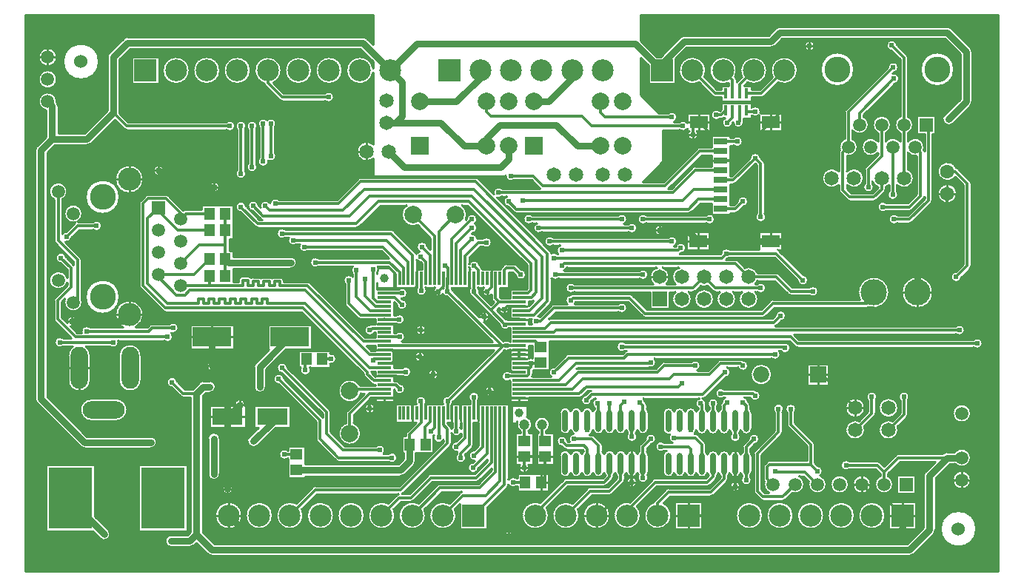
<source format=gtl>
%FSAX24Y24*%
%MOIN*%
G70*
G01*
G75*
G04 Layer_Physical_Order=1*
G04 Layer_Color=255*
%ADD10C,0.0100*%
%ADD11R,0.1378X0.0748*%
%ADD12R,0.1732X0.0866*%
%ADD13O,0.0276X0.0984*%
%ADD14R,0.0118X0.0591*%
%ADD15R,0.0591X0.0118*%
%ADD16C,0.0394*%
%ADD17R,0.0472X0.0532*%
%ADD18R,0.0532X0.0472*%
%ADD19R,0.1969X0.2756*%
%ADD20R,0.0551X0.0472*%
%ADD21R,0.0472X0.0551*%
%ADD22R,0.0787X0.0571*%
%ADD23R,0.0591X0.0315*%
%ADD24R,0.0177X0.0453*%
%ADD25C,0.0300*%
%ADD26C,0.0120*%
%ADD27C,0.0591*%
%ADD28C,0.0787*%
%ADD29C,0.0472*%
%ADD30C,0.0650*%
%ADD31C,0.0630*%
%ADD32R,0.0787X0.0787*%
%ADD33C,0.0600*%
%ADD34R,0.0728X0.0728*%
%ADD35C,0.0728*%
%ADD36C,0.1161*%
%ADD37C,0.1043*%
%ADD38C,0.0591*%
%ADD39R,0.0591X0.0591*%
%ADD40R,0.0650X0.0650*%
%ADD41C,0.0984*%
%ADD42R,0.0984X0.0984*%
%ADD43R,0.0591X0.0591*%
%ADD44C,0.1181*%
%ADD45R,0.0591X0.0591*%
%ADD46O,0.1890X0.0787*%
%ADD47O,0.0787X0.1890*%
%ADD48C,0.0240*%
D10*
X061691Y038291D02*
G03*
X061500Y038370I-000191J-000191D01*
G01*
X061691Y038291D02*
G03*
X061500Y038370I-000191J-000191D01*
G01*
X062620Y037250D02*
G03*
X062541Y037441I-000270J000000D01*
G01*
X062620Y037250D02*
G03*
X062541Y037441I-000270J000000D01*
G01*
X059730Y036974D02*
G03*
X059677Y037102I-000180J000000D01*
G01*
X059730Y036974D02*
G03*
X059677Y037102I-000180J000000D01*
G01*
X061810Y036448D02*
G03*
X061810Y036448I-000760J000000D01*
G01*
X062541Y034809D02*
G03*
X062620Y035000I-000191J000191D01*
G01*
X062541Y034809D02*
G03*
X062620Y035000I-000191J000191D01*
G01*
X059077Y036299D02*
G03*
X059302Y036538I-000015J000240D01*
G01*
X059114Y035786D02*
G03*
X059339Y036025I-000015J000240D01*
G01*
D02*
G03*
X059035Y036256I-000240J000000D01*
G01*
X061359Y034391D02*
G03*
X061741Y034009I000191J-000191D01*
G01*
X059965Y033948D02*
G03*
X059730Y034322I-000415J000000D01*
G01*
Y033573D02*
G03*
X059965Y033948I-000180J000374D01*
G01*
X059370Y034322D02*
G03*
X059370Y033573I000180J-000374D01*
G01*
X059239Y037540D02*
G03*
X058984Y037286I-000240J-000015D01*
G01*
X055540Y037500D02*
G03*
X055540Y037500I-000240J000000D01*
G01*
X053950Y038370D02*
G03*
X053759Y038291I000000J-000270D01*
G01*
X053950Y038370D02*
G03*
X053759Y038291I000000J-000270D01*
G01*
X053550Y037430D02*
G03*
X053741Y037509I000000J000270D01*
G01*
X053550Y037430D02*
G03*
X053741Y037509I000000J000270D01*
G01*
X059302Y036538D02*
G03*
X058823Y036553I-000240J000000D01*
G01*
X057310Y036448D02*
G03*
X057310Y036448I-000760J000000D01*
G01*
X058730Y033573D02*
G03*
X058965Y033948I-000180J000374D01*
G01*
D02*
G03*
X058370Y033573I-000415J000000D01*
G01*
X057965Y033948D02*
G03*
X057730Y034322I-000415J000000D01*
G01*
X057230Y033683D02*
G03*
X057965Y033948I000320J000265D01*
G01*
X054774Y036400D02*
G03*
X053621Y036114I-000612J000000D01*
G01*
X053875Y035859D02*
G03*
X054774Y036400I000286J000541D01*
G01*
X056923Y034653D02*
G03*
X056870Y034526I000127J-000128D01*
G01*
X056923Y034653D02*
G03*
X056870Y034526I000127J-000127D01*
G01*
X061977Y031977D02*
G03*
X061899Y032023I-000127J-000127D01*
G01*
X061978Y031977D02*
G03*
X061899Y032023I-000128J-000127D01*
G01*
D02*
G03*
X061852Y031594I-000399J-000173D01*
G01*
X062580Y031300D02*
G03*
X062527Y031427I-000180J000000D01*
G01*
X062580Y031300D02*
G03*
X062527Y031428I-000180J000000D01*
G01*
X061935Y030850D02*
G03*
X061935Y030850I-000435J000000D01*
G01*
X060470Y032757D02*
G03*
X060441Y032809I-000170J-000059D01*
G01*
Y032809D02*
G03*
X060465Y032948I-000391J000139D01*
G01*
X060470Y032757D02*
G03*
X060441Y032809I-000170J-000059D01*
G01*
X060465Y032948D02*
G03*
X059730Y033212I-000415J000000D01*
G01*
Y032683D02*
G03*
X060120Y032538I000320J000265D01*
G01*
X059995Y031548D02*
G03*
X059730Y031954I-000445J000000D01*
G01*
X059230Y031239D02*
G03*
X059995Y031548I000320J000309D01*
G01*
X060427Y030623D02*
G03*
X060470Y030691I-000127J000127D01*
G01*
X060427Y030622D02*
G03*
X060470Y030691I-000127J000128D01*
G01*
X060777Y030423D02*
G03*
X060830Y030550I-000127J000127D01*
G01*
X060777Y030422D02*
G03*
X060830Y030550I-000127J000128D01*
G01*
X059290Y030800D02*
G03*
X059230Y030959I-000240J000000D01*
G01*
X059800Y030070D02*
G03*
X059928Y030123I000000J000180D01*
G01*
X059800Y030070D02*
G03*
X059927Y030123I000000J000180D01*
G01*
X062527Y027473D02*
G03*
X062580Y027600I-000127J000127D01*
G01*
X062527Y027472D02*
G03*
X062580Y027600I-000127J000128D01*
G01*
X061885Y027340D02*
G03*
X062140Y027085I000015J-000240D01*
G01*
X059800Y029520D02*
G03*
X059928Y029573I000000J000180D01*
G01*
X059800Y029520D02*
G03*
X059927Y029573I000000J000180D01*
G01*
X060861Y026400D02*
G03*
X060861Y026400I-000711J000000D01*
G01*
X059370Y033212D02*
G03*
X058730Y033212I-000320J-000265D01*
G01*
Y031141D02*
G03*
X058870Y031239I-000180J000407D01*
G01*
X058677Y030923D02*
G03*
X058730Y031050I-000127J000127D01*
G01*
X058677Y030922D02*
G03*
X058730Y031050I-000127J000128D01*
G01*
X058370Y033212D02*
G03*
X058370Y032683I-000320J-000265D01*
G01*
X058130Y031401D02*
G03*
X058370Y031141I000420J000146D01*
G01*
X058190Y031150D02*
G03*
X058130Y031309I-000240J000000D01*
G01*
X057770D02*
G03*
X058190Y031150I000180J-000159D01*
G01*
X057823Y032078D02*
G03*
X057770Y031950I000127J-000128D01*
G01*
X057823Y032077D02*
G03*
X057770Y031950I000127J-000127D01*
G01*
X058870Y030959D02*
G03*
X059290Y030800I000180J-000159D01*
G01*
X058200Y030520D02*
G03*
X058327Y030573I000000J000180D01*
G01*
X058759Y030430D02*
G03*
X058759Y030070I-000159J-000180D01*
G01*
X059259Y029880D02*
G03*
X059259Y029520I-000159J-000180D01*
G01*
X058200Y030520D02*
G03*
X058328Y030573I000000J000180D01*
G01*
X057465Y032948D02*
G03*
X057230Y033322I-000415J000000D01*
G01*
X056870D02*
G03*
X056659Y032809I000180J-000374D01*
G01*
X056980Y032538D02*
G03*
X057465Y032948I000070J000409D01*
G01*
X057745Y031548D02*
G03*
X056980Y031857I-000445J000000D01*
G01*
X056659Y032809D02*
G03*
X056620Y032698I000141J-000111D01*
G01*
X056659Y032809D02*
G03*
X056620Y032698I000141J-000111D01*
G01*
Y031857D02*
G03*
X056620Y031239I-000320J-000309D01*
G01*
X056980D02*
G03*
X057745Y031548I000320J000309D01*
G01*
X056620Y031000D02*
G03*
X056673Y030872I000180J000000D01*
G01*
X056972Y030573D02*
G03*
X057100Y030520I000128J000127D01*
G01*
X056973Y030573D02*
G03*
X057100Y030520I000127J000127D01*
G01*
X056620Y031000D02*
G03*
X056673Y030873I000180J000000D01*
G01*
X053927Y028277D02*
G03*
X053873Y028315I-000127J-000127D01*
G01*
X053928Y028277D02*
G03*
X053873Y028315I-000128J-000127D01*
G01*
X058892Y026400D02*
G03*
X057547Y026080I-000711J000000D01*
G01*
X057952Y025728D02*
G03*
X058892Y026400I000230J000672D01*
G01*
X057900Y025720D02*
G03*
X057952Y025728I000000J000180D01*
G01*
X057900Y025720D02*
G03*
X057952Y025728I000000J000180D01*
G01*
X055291Y026270D02*
G03*
X055690Y026450I000159J000180D01*
G01*
D02*
G03*
X055291Y026630I-000240J000000D01*
G01*
X055240Y026950D02*
G03*
X055015Y027190I-000240J000000D01*
G01*
X053928Y027227D02*
G03*
X053800Y027280I-000128J-000127D01*
G01*
X054760Y026935D02*
G03*
X055240Y026950I000240J000015D01*
G01*
X053927Y027227D02*
G03*
X053800Y027280I-000127J-000127D01*
G01*
X054323Y026323D02*
G03*
X054450Y026270I000127J000127D01*
G01*
X054322Y026323D02*
G03*
X054450Y026270I000128J000127D01*
G01*
X054015Y025110D02*
G03*
X054240Y025350I-000015J000240D01*
G01*
X053650Y026080D02*
G03*
X053523Y026027I000000J-000180D01*
G01*
X053650Y026080D02*
G03*
X053522Y026027I000000J-000180D01*
G01*
X054240Y025350D02*
G03*
X053760Y025365I-000240J000000D01*
G01*
X053396Y036400D02*
G03*
X052243Y036114I-000612J000000D01*
G01*
X053130Y035188D02*
G03*
X053257Y035241I000000J000180D01*
G01*
X053130Y035188D02*
G03*
X053257Y035240I000000J000180D01*
G01*
X053090Y034550D02*
G03*
X052691Y034730I-000240J000000D01*
G01*
X052497Y035859D02*
G03*
X053396Y036400I000286J000541D01*
G01*
X051947Y036114D02*
G03*
X052018Y036400I-000541J000286D01*
G01*
X052015Y035971D02*
G03*
X051962Y036098I-000180J000000D01*
G01*
X052015Y035971D02*
G03*
X051962Y036098I-000180J000000D01*
G01*
X052018Y036400D02*
G03*
X051655Y035841I-000612J000000D01*
G01*
X050933Y035241D02*
G03*
X051060Y035188I000128J000127D01*
G01*
X050933Y035240D02*
G03*
X051060Y035188I000127J000127D01*
G01*
X053080Y034480D02*
G03*
X053090Y034550I-000230J000070D01*
G01*
X052691Y034370D02*
G03*
X053030Y034392I000159J000180D01*
G01*
X053280Y032200D02*
G03*
X053227Y032327I-000180J000000D01*
G01*
X053280Y032200D02*
G03*
X053227Y032328I-000180J000000D01*
G01*
X053090Y032465D02*
G03*
X052610Y032465I-000240J-000015D01*
G01*
X052340Y034050D02*
G03*
X052330Y034119I-000240J000000D01*
G01*
X051860Y034056D02*
G03*
X052340Y034050I000240J-000005D01*
G01*
X052288Y033198D02*
G03*
X051890Y033378I-000240J000000D01*
G01*
Y033018D02*
G03*
X052288Y033198I000159J000180D01*
G01*
X052315Y030260D02*
G03*
X052540Y030500I-000015J000240D01*
G01*
D02*
G03*
X052060Y030515I-000240J000000D01*
G01*
X051967Y029987D02*
G03*
X052094Y030040I000000J000180D01*
G01*
X051967Y029987D02*
G03*
X052094Y030040I000000J000180D01*
G01*
X051473Y034254D02*
G03*
X051840Y034035I000127J-000204D01*
G01*
X051320Y034220D02*
G03*
X051425Y034254I000000J000180D01*
G01*
X051320Y034220D02*
G03*
X051425Y034254I000000J000180D01*
G01*
X051252Y034586D02*
G03*
X051259Y034220I-000152J-000186D01*
G01*
X051866Y031286D02*
G03*
X051994Y031339I000000J000180D01*
G01*
X051866Y031286D02*
G03*
X051993Y031339I000000J000180D01*
G01*
X050640Y036400D02*
G03*
X050314Y035859I-000612J000000D01*
G01*
X049650Y037970D02*
G03*
X049459Y037891I000000J-000270D01*
G01*
X049650Y037970D02*
G03*
X049459Y037891I000000J-000270D01*
G01*
X050569Y036114D02*
G03*
X050640Y036400I-000541J000286D01*
G01*
X049340Y034300D02*
G03*
X048941Y034480I-000240J000000D01*
G01*
X050290Y033500D02*
G03*
X050220Y033669I-000240J000000D01*
G01*
X050365Y032945D02*
G03*
X050238Y032893I000000J-000180D01*
G01*
X050365Y032945D02*
G03*
X050238Y032892I000000J-000180D01*
G01*
X049802Y034030D02*
G03*
X049441Y034080I-000202J-000130D01*
G01*
Y033720D02*
G03*
X049802Y033770I000159J000180D01*
G01*
X049880Y033669D02*
G03*
X050290Y033500I000170J-000169D01*
G01*
X050149Y032079D02*
G03*
X050022Y032026I000000J-000180D01*
G01*
X050149Y032079D02*
G03*
X050022Y032026I000000J-000180D01*
G01*
X049850Y029970D02*
G03*
X049978Y030023I000000J000180D01*
G01*
X049850Y029970D02*
G03*
X049977Y030023I000000J000180D01*
G01*
X049196Y034080D02*
G03*
X049340Y034300I-000096J000220D01*
G01*
X053340Y029800D02*
G03*
X053280Y029959I-000240J000000D01*
G01*
X052920D02*
G03*
X053340Y029800I000180J-000159D01*
G01*
X051040Y029700D02*
G03*
X050947Y029889I-000240J000000D01*
G01*
D02*
G03*
X050885Y029925I-000147J-000189D01*
G01*
D02*
G03*
X050641Y029880I-000085J-000225D01*
G01*
Y029520D02*
G03*
X051040Y029700I000159J000180D01*
G01*
X052077Y027827D02*
G03*
X051950Y027880I-000127J-000127D01*
G01*
X052078Y027827D02*
G03*
X051950Y027880I-000128J-000127D01*
G01*
X052957Y027280D02*
G03*
X052390Y027515I-000407J-000180D01*
G01*
X052859Y026780D02*
G03*
X052957Y026920I-000309J000320D01*
G01*
X051709Y028330D02*
G03*
X051310Y028165I-000159J-000180D01*
G01*
X051565Y027910D02*
G03*
X051709Y027970I-000015J000240D01*
G01*
X049340Y028700D02*
G03*
X048941Y028880I-000240J000000D01*
G01*
X048790Y029200D02*
G03*
X048790Y029200I-000240J000000D01*
G01*
X049740Y028400D02*
G03*
X049274Y028480I-000240J000000D01*
G01*
X049514Y028160D02*
G03*
X049740Y028400I-000014J000240D01*
G01*
X049196Y028480D02*
G03*
X049340Y028700I-000096J000220D01*
G01*
X049459Y028130D02*
G03*
X049514Y028160I-000059J000170D01*
G01*
X049459Y028130D02*
G03*
X049514Y028160I-000059J000170D01*
G01*
X048995Y027100D02*
G03*
X048696Y027520I-000445J000000D01*
G01*
X048404D02*
G03*
X048241Y026780I000146J-000420D01*
G01*
X053340Y026600D02*
G03*
X052941Y026780I-000240J000000D01*
G01*
Y026420D02*
G03*
X053340Y026600I000159J000180D01*
G01*
X052995Y026100D02*
G03*
X052859Y026420I-000445J000000D01*
G01*
X052241D02*
G03*
X052995Y026100I000309J-000320D01*
G01*
X050923Y026473D02*
G03*
X051050Y026420I000127J000127D01*
G01*
X050922Y026473D02*
G03*
X051050Y026420I000128J000127D01*
G01*
X051995Y026100D02*
G03*
X051859Y026420I-000445J000000D01*
G01*
X051241D02*
G03*
X051995Y026100I000309J-000320D01*
G01*
X050995D02*
G03*
X050995Y026100I-000445J000000D01*
G01*
X053200Y025270D02*
G03*
X053327Y025323I000000J000180D01*
G01*
X053200Y025270D02*
G03*
X053328Y025323I000000J000180D01*
G01*
X050390Y026685D02*
G03*
X050710Y026685I000160J000415D01*
G01*
X050050Y026420D02*
G03*
X050177Y026473I000000J000180D01*
G01*
X050050Y026420D02*
G03*
X050178Y026473I000000J000180D01*
G01*
X049995Y026100D02*
G03*
X049859Y026420I-000445J000000D01*
G01*
X049404Y027520D02*
G03*
X049241Y026780I000146J-000420D01*
G01*
X048859D02*
G03*
X048995Y027100I-000309J000320D01*
G01*
X049241Y026420D02*
G03*
X049995Y026100I000309J-000320D01*
G01*
X047959Y029880D02*
G03*
X047959Y029520I-000159J-000180D01*
G01*
X047540Y029300D02*
G03*
X047141Y029480I-000240J000000D01*
G01*
Y029120D02*
G03*
X047540Y029300I000159J000180D01*
G01*
X046946Y029480D02*
G03*
X047090Y029700I-000096J000220D01*
G01*
D02*
G03*
X046691Y029880I-000240J000000D01*
G01*
X048040Y027200D02*
G03*
X047641Y027380I-000240J000000D01*
G01*
Y027020D02*
G03*
X048040Y027200I000159J000180D01*
G01*
X043004Y029520D02*
G03*
X043259Y029120I000096J-000220D01*
G01*
X043759Y028880D02*
G03*
X043759Y028520I-000159J-000180D01*
G01*
X044246Y027380D02*
G03*
X044376Y027520I-000096J000220D01*
G01*
X044054Y028520D02*
G03*
X043981Y028130I000096J-000220D01*
G01*
X043680Y027031D02*
G03*
X044009Y027020I000170J000169D01*
G01*
X043959Y028130D02*
G03*
X043680Y028158I-000159J-000180D01*
G01*
D02*
G03*
X043627Y028278I-000180J-000008D01*
G01*
X043680Y028158D02*
G03*
X043627Y028277I-000180J-000008D01*
G01*
X047327Y026277D02*
G03*
X047200Y026330I-000127J-000127D01*
G01*
X047328Y026277D02*
G03*
X047200Y026330I-000128J-000127D01*
G01*
X047772Y025323D02*
G03*
X047900Y025270I000128J000127D01*
G01*
X047090Y025700D02*
G03*
X046691Y025880I-000240J000000D01*
G01*
Y025520D02*
G03*
X047090Y025700I000159J000180D01*
G01*
X047773Y025323D02*
G03*
X047900Y025270I000127J000127D01*
G01*
X044650Y026330D02*
G03*
X044536Y026290I000000J-000180D01*
G01*
X044650Y026330D02*
G03*
X044536Y026290I000000J-000180D01*
G01*
X044709Y026780D02*
G03*
X044709Y026420I-000159J-000180D01*
G01*
X044536Y026290D02*
G03*
X044381Y025880I000014J-000240D01*
G01*
X043627Y025872D02*
G03*
X043680Y026000I-000127J000128D01*
G01*
X043627Y025873D02*
G03*
X043680Y026000I-000127J000127D01*
G01*
X044719Y025880D02*
G03*
X044776Y025970I-000169J000170D01*
G01*
X043800Y025880D02*
G03*
X043672Y025827I000000J-000180D01*
G01*
X043800Y025880D02*
G03*
X043673Y025827I000000J-000180D01*
G01*
X043650Y025230D02*
G03*
X043561Y025206I000000J-000180D01*
G01*
X043650Y025230D02*
G03*
X043561Y025206I000000J-000180D01*
G01*
X043140Y025295D02*
G03*
X043081Y025326I-000140J-000195D01*
G01*
X063090Y024100D02*
G03*
X062691Y024280I-000240J000000D01*
G01*
Y023920D02*
G03*
X063090Y024100I000159J000180D01*
G01*
X062290Y024700D02*
G03*
X061891Y024880I-000240J000000D01*
G01*
Y024520D02*
G03*
X062290Y024700I000159J000180D01*
G01*
X059790Y021700D02*
G03*
X059370Y021541I-000240J000000D01*
G01*
X059730D02*
G03*
X059790Y021700I-000180J000159D01*
G01*
X058340D02*
G03*
X057920Y021541I-000240J000000D01*
G01*
X058280D02*
G03*
X058340Y021700I-000180J000159D01*
G01*
X062565Y020950D02*
G03*
X062565Y020950I-000415J000000D01*
G01*
Y018950D02*
G03*
X061834Y019220I-000415J000000D01*
G01*
X061500D02*
G03*
X061309Y019141I000000J-000270D01*
G01*
X061500Y019220D02*
G03*
X061309Y019141I000000J-000270D01*
G01*
X061834Y018680D02*
G03*
X062565Y018950I000316J000270D01*
G01*
X059677Y020773D02*
G03*
X059730Y020900I-000127J000127D01*
G01*
X059677Y020772D02*
G03*
X059730Y020900I-000127J000128D01*
G01*
X058227Y020823D02*
G03*
X058280Y020950I-000127J000127D01*
G01*
X058227Y020822D02*
G03*
X058280Y020950I-000127J000128D01*
G01*
X059295Y021200D02*
G03*
X059295Y021200I-000445J000000D01*
G01*
X059300Y019130D02*
G03*
X059173Y019077I000000J-000180D01*
G01*
X059300Y019130D02*
G03*
X059172Y019077I000000J-000180D01*
G01*
X059295Y020200D02*
G03*
X059265Y020360I-000445J000000D01*
G01*
X059010Y020615D02*
G03*
X059295Y020200I-000160J-000415D01*
G01*
X057795D02*
G03*
X057765Y020360I-000445J000000D01*
G01*
X058466Y018738D02*
G03*
X058339Y018791I-000128J-000127D01*
G01*
X058466Y018738D02*
G03*
X058339Y018791I-000127J-000127D01*
G01*
X053759Y024880D02*
G03*
X053828Y024923I-000059J000170D01*
G01*
X053759Y024880D02*
G03*
X053827Y024923I-000059J000170D01*
G01*
X054440Y023900D02*
G03*
X054131Y024130I-000240J000000D01*
G01*
X054616Y023973D02*
G03*
X054744Y023920I000128J000127D01*
G01*
X054616Y023973D02*
G03*
X054744Y023920I000127J000127D01*
G01*
X053998Y023770D02*
G03*
X054440Y023900I000202J000130D01*
G01*
X053990Y023600D02*
G03*
X053919Y023770I-000240J000000D01*
G01*
X053591Y023420D02*
G03*
X053990Y023600I000159J000180D01*
G01*
X053605Y022700D02*
G03*
X053605Y022700I-000484J000000D01*
G01*
X053090Y021750D02*
G03*
X052864Y021990I-000240J000000D01*
G01*
X052624Y021670D02*
G03*
X053090Y021750I000226J000080D01*
G01*
X052864Y021990D02*
G03*
X052750Y022030I-000114J-000140D01*
G01*
X057795Y021200D02*
G03*
X057795Y021200I-000445J000000D01*
G01*
X057510Y020615D02*
G03*
X057795Y020200I-000160J-000415D01*
G01*
X054630Y020991D02*
G03*
X054690Y021150I-000180J000159D01*
G01*
X055530Y019550D02*
G03*
X055477Y019678I-000180J000000D01*
G01*
X055530Y019550D02*
G03*
X055477Y019677I-000180J000000D01*
G01*
X057098Y018791D02*
G03*
X057098Y018431I-000159J-000180D01*
G01*
X054690Y021150D02*
G03*
X054270Y020991I-000240J000000D01*
G01*
X054080D02*
G03*
X054140Y021150I-000180J000159D01*
G01*
X054270Y020450D02*
G03*
X054323Y020322I000180J000000D01*
G01*
X054270Y020450D02*
G03*
X054323Y020323I000180J000000D01*
G01*
X054140Y021150D02*
G03*
X053720Y020991I-000240J000000D01*
G01*
X054027Y019972D02*
G03*
X054080Y020100I-000127J000128D01*
G01*
X054027Y019973D02*
G03*
X054080Y020100I-000127J000127D01*
G01*
X053500Y018830D02*
G03*
X053373Y018777I000000J-000180D01*
G01*
X053500Y018830D02*
G03*
X053372Y018777I000000J-000180D01*
G01*
X052815Y019552D02*
G03*
X053040Y019791I-000015J000240D01*
G01*
D02*
G03*
X052560Y019806I-000240J000000D01*
G01*
X052823Y019278D02*
G03*
X052770Y019150I000127J-000128D01*
G01*
X052823Y019277D02*
G03*
X052770Y019150I000127J-000127D01*
G01*
X062565Y017950D02*
G03*
X062565Y017950I-000415J000000D01*
G01*
X060509Y018341D02*
G03*
X060430Y018150I000191J-000191D01*
G01*
X060509Y018341D02*
G03*
X060430Y018150I000191J-000191D01*
G01*
X059065Y017750D02*
G03*
X058830Y018124I-000415J000000D01*
G01*
X058470D02*
G03*
X059065Y017750I000180J-000374D01*
G01*
X062809Y015750D02*
G03*
X062809Y015750I-000809J000000D01*
G01*
X060891Y015509D02*
G03*
X060970Y015700I-000191J000191D01*
G01*
X060891Y015509D02*
G03*
X060970Y015700I-000191J000191D01*
G01*
X059800Y014530D02*
G03*
X059991Y014609I000000J000270D01*
G01*
X059800Y014530D02*
G03*
X059991Y014609I000000J000270D01*
G01*
X058065Y017750D02*
G03*
X058065Y017750I-000415J000000D01*
G01*
X055776Y018146D02*
G03*
X055890Y018350I-000126J000204D01*
G01*
D02*
G03*
X055665Y018590I-000240J000000D01*
G01*
X057065Y017750D02*
G03*
X057065Y017750I-000415J000000D01*
G01*
X056065D02*
G03*
X055776Y018146I-000415J000000D01*
G01*
X055258Y017887D02*
G03*
X056065Y017750I000392J-000137D01*
G01*
X053273Y018677D02*
G03*
X053220Y018550I000127J-000127D01*
G01*
X053273Y018678D02*
G03*
X053220Y018550I000127J-000128D01*
G01*
Y018000D02*
G03*
X053259Y017889I000180J000000D01*
G01*
X053220Y018000D02*
G03*
X053259Y017889I000180J000000D01*
G01*
X055065Y017750D02*
G03*
X054839Y018120I-000415J000000D01*
G01*
X053259Y017889D02*
G03*
X053461Y017380I000391J-000139D01*
G01*
X054513Y017358D02*
G03*
X055065Y017750I000137J000392D01*
G01*
X054100Y017020D02*
G03*
X054228Y017073I000000J000180D01*
G01*
X054100Y017020D02*
G03*
X054227Y017073I000000J000180D01*
G01*
X053073D02*
G03*
X053200Y017020I000127J000127D01*
G01*
X053072Y017073D02*
G03*
X053200Y017020I000128J000127D01*
G01*
X052770Y017450D02*
G03*
X052823Y017323I000180J000000D01*
G01*
X052770Y017450D02*
G03*
X052823Y017322I000180J000000D01*
G01*
X058712Y016350D02*
G03*
X058712Y016350I-000612J000000D01*
G01*
X057334D02*
G03*
X057334Y016350I-000612J000000D01*
G01*
X055956D02*
G03*
X055956Y016350I-000612J000000D01*
G01*
X054578D02*
G03*
X054578Y016350I-000612J000000D01*
G01*
X053200D02*
G03*
X053200Y016350I-000612J000000D01*
G01*
X052540Y023100D02*
G03*
X052314Y023340I-000240J000000D01*
G01*
X052074Y023020D02*
G03*
X052540Y023100I000226J000080D01*
G01*
X052314Y023340D02*
G03*
X052200Y023380I-000114J-000140D01*
G01*
X052314Y023340D02*
G03*
X052200Y023380I-000114J-000140D01*
G01*
X051300D02*
G03*
X051173Y023327I000000J-000180D01*
G01*
X051300Y023380D02*
G03*
X051172Y023327I000000J-000180D01*
G01*
X051740Y022800D02*
G03*
X051596Y023020I-000240J000000D01*
G01*
X051515Y022560D02*
G03*
X051740Y022800I-000015J000240D01*
G01*
X052540Y021456D02*
G03*
X052373Y021670I-000240J-000015D01*
G01*
X051459Y022030D02*
G03*
X051459Y021670I-000159J-000180D01*
G01*
X051495D02*
G03*
X051352Y021465I000096J-000220D01*
G01*
X051323Y021436D02*
G03*
X051270Y021309I000127J-000128D01*
G01*
X051323Y021436D02*
G03*
X051270Y021309I000127J-000127D01*
G01*
X048390Y023250D02*
G03*
X048319Y023420I-000240J000000D01*
G01*
X050246Y022880D02*
G03*
X050390Y023100I-000096J000220D01*
G01*
X050500Y021620D02*
G03*
X050627Y021673I000000J000180D01*
G01*
X050500Y021620D02*
G03*
X050628Y021673I000000J000180D01*
G01*
X050640Y021391D02*
G03*
X050473Y021620I-000240J000000D01*
G01*
X050630Y021323D02*
G03*
X050640Y021391I-000230J000069D01*
G01*
X048750Y023280D02*
G03*
X048623Y023227I000000J-000180D01*
G01*
X048750Y023280D02*
G03*
X048622Y023227I000000J-000180D01*
G01*
X050390Y023100D02*
G03*
X049991Y023280I-000240J000000D01*
G01*
X048081Y023020D02*
G03*
X048390Y023250I000069J000230D01*
G01*
X052630Y021291D02*
G03*
X052577Y021419I-000180J000000D01*
G01*
X052630Y021291D02*
G03*
X052577Y021419I-000180J000000D01*
G01*
X052708Y020960D02*
G03*
X052630Y021145I-000258J000000D01*
G01*
X052130Y020067D02*
G03*
X052200Y020189I-000180J000185D01*
G01*
X051700D02*
G03*
X051770Y020067I000250J000063D01*
G01*
X052200Y020189D02*
G03*
X052708Y020252I000250J000063D01*
G01*
X052190Y019891D02*
G03*
X052130Y020050I-000240J000000D01*
G01*
X051770D02*
G03*
X052190Y019891I000180J-000159D01*
G01*
X051130Y021233D02*
G03*
X051190Y021391I-000180J000159D01*
G01*
D02*
G03*
X050770Y021233I-000240J000000D01*
G01*
X051270Y021145D02*
G03*
X051200Y021023I000180J-000185D01*
G01*
D02*
G03*
X051130Y021145I-000250J-000063D01*
G01*
X050700Y021023D02*
G03*
X050630Y021145I-000250J-000063D01*
G01*
X051200Y020189D02*
G03*
X051700Y020189I000250J000063D01*
G01*
X050700D02*
G03*
X051200Y020189I000250J000063D01*
G01*
X050770Y021145D02*
G03*
X050700Y021023I000180J-000185D01*
G01*
X050200Y020189D02*
G03*
X050700Y020189I000250J000063D01*
G01*
X052323Y019569D02*
G03*
X052270Y019441I000127J-000128D01*
G01*
X052323Y019569D02*
G03*
X052270Y019441I000127J-000127D01*
G01*
X052708Y019031D02*
G03*
X052630Y019216I-000258J000000D01*
G01*
X052270D02*
G03*
X052200Y019094I000180J-000185D01*
G01*
D02*
G03*
X051700Y019094I-000250J-000063D01*
G01*
X050630Y019550D02*
G03*
X050577Y019678I-000180J000000D01*
G01*
X050630Y019550D02*
G03*
X050577Y019677I-000180J000000D01*
G01*
X051700Y019094D02*
G03*
X051200Y019094I-000250J-000063D01*
G01*
D02*
G03*
X050700Y019094I-000250J-000063D01*
G01*
D02*
G03*
X050630Y019216I-000250J-000063D01*
G01*
X050327Y021620D02*
G03*
X050270Y021190I000073J-000229D01*
G01*
X050200Y021023D02*
G03*
X049700Y021023I-000250J-000063D01*
G01*
X050270Y021145D02*
G03*
X050200Y021023I000180J-000185D01*
G01*
X049700D02*
G03*
X049200Y021023I-000250J-000063D01*
G01*
D02*
G03*
X048692Y020960I-000250J-000063D01*
G01*
Y020252D02*
G03*
X049014Y020002I000258J000000D01*
G01*
X050278Y019977D02*
G03*
X050150Y020030I-000128J-000127D01*
G01*
X050277Y019977D02*
G03*
X050150Y020030I-000127J-000127D01*
G01*
X050182Y020140D02*
G03*
X050200Y020189I-000232J000112D01*
G01*
X050119Y020030D02*
G03*
X050182Y020140I-000169J000170D01*
G01*
X049014Y020002D02*
G03*
X049104Y019630I000186J-000152D01*
G01*
X048853Y019270D02*
G03*
X048692Y019031I000097J-000239D01*
G01*
X048759Y019630D02*
G03*
X048759Y019270I-000159J-000180D01*
G01*
X048165Y019560D02*
G03*
X048390Y019800I-000015J000240D01*
G01*
X047041Y023770D02*
G03*
X046973Y023727I000059J-000170D01*
G01*
X047041Y023770D02*
G03*
X046972Y023727I000059J-000170D01*
G01*
X047009Y024130D02*
G03*
X047009Y023770I-000159J-000180D01*
G01*
X048058Y020969D02*
G03*
X047980Y021153I-000258J000000D01*
G01*
X047890Y021465D02*
G03*
X047819Y021620I-000240J-000015D01*
G01*
X047980Y021300D02*
G03*
X047927Y021427I-000180J000000D01*
G01*
X047980Y021300D02*
G03*
X047927Y021428I-000180J000000D01*
G01*
X045441Y021970D02*
G03*
X045373Y021927I000059J-000170D01*
G01*
X045654Y021620D02*
G03*
X045620Y021198I000096J-000220D01*
G01*
Y021153D02*
G03*
X045550Y021032I000180J-000185D01*
G01*
X045235Y021790D02*
G03*
X045490Y021535I000015J-000240D01*
G01*
X045550Y021032D02*
G03*
X045050Y021032I-000250J-000063D01*
G01*
X044450Y023630D02*
G03*
X044323Y023577I000000J-000180D01*
G01*
X044900Y022980D02*
G03*
X044811Y022956I000000J-000180D01*
G01*
X044450Y023630D02*
G03*
X044322Y023577I000000J-000180D01*
G01*
X044900Y022980D02*
G03*
X044811Y022956I000000J-000180D01*
G01*
X043785Y023040D02*
G03*
X043586Y022908I000015J-000240D01*
G01*
X043577Y022889D02*
G03*
X043660Y022605I000223J-000089D01*
G01*
X045441Y021970D02*
G03*
X045372Y021927I000059J-000170D01*
G01*
X044935Y021655D02*
G03*
X045062Y021707I000000J000180D01*
G01*
X044935Y021655D02*
G03*
X045062Y021708I000000J000180D01*
G01*
X045050Y021032D02*
G03*
X044550Y021032I-000250J-000063D01*
G01*
X042806Y022605D02*
G03*
X042837Y022706I-000149J000101D01*
G01*
X042806Y022605D02*
G03*
X042837Y022706I-000149J000101D01*
G01*
X044550Y021032D02*
G03*
X044042Y020969I-000250J-000063D01*
G01*
X047550Y020197D02*
G03*
X048058Y020260I000250J000063D01*
G01*
X047480Y020076D02*
G03*
X047550Y020197I-000180J000185D01*
G01*
X047540Y019900D02*
G03*
X047480Y020059I-000240J000000D01*
G01*
X047050Y020197D02*
G03*
X047120Y020076I000250J000063D01*
G01*
X046550Y020197D02*
G03*
X047050Y020197I000250J000063D01*
G01*
X048390Y019800D02*
G03*
X047910Y019815I-000240J000000D01*
G01*
X047120Y020059D02*
G03*
X047540Y019900I000180J-000159D01*
G01*
X046050Y020197D02*
G03*
X046550Y020197I000250J000063D01*
G01*
X045550D02*
G03*
X046050Y020197I000250J000063D01*
G01*
X045627Y019927D02*
G03*
X045500Y019980I-000127J-000127D01*
G01*
X045536Y020157D02*
G03*
X045550Y020197I-000236J000104D01*
G01*
X045396Y019980D02*
G03*
X045536Y020157I-000096J000220D01*
G01*
X044550Y020197D02*
G03*
X044669Y020038I000250J000063D01*
G01*
Y020038D02*
G03*
X044492Y019680I000031J-000238D01*
G01*
X045628Y019927D02*
G03*
X045500Y019980I-000128J-000127D01*
G01*
X047673Y019577D02*
G03*
X047620Y019450I000127J-000127D01*
G01*
X047673Y019578D02*
G03*
X047620Y019450I000127J-000128D01*
G01*
X047550Y019103D02*
G03*
X047050Y019103I-000250J-000063D01*
G01*
X047620Y019224D02*
G03*
X047550Y019103I000180J-000185D01*
G01*
X048058Y019040D02*
G03*
X047980Y019224I-000258J000000D01*
G01*
X047050Y019103D02*
G03*
X046550Y019103I-000250J-000063D01*
G01*
D02*
G03*
X046050Y019103I-000250J-000063D01*
G01*
X045980Y019500D02*
G03*
X045927Y019628I-000180J000000D01*
G01*
X045980Y019500D02*
G03*
X045927Y019627I-000180J000000D01*
G01*
X046050Y019103D02*
G03*
X045980Y019224I-000250J-000063D01*
G01*
X045120D02*
G03*
X045050Y019103I000180J-000185D01*
G01*
D02*
G03*
X044550Y019103I-000250J-000063D01*
G01*
X044042Y020260D02*
G03*
X044550Y020197I000258J000000D01*
G01*
X044390Y019715D02*
G03*
X044135Y019460I-000240J-000015D01*
G01*
X043606Y020450D02*
G03*
X043070Y020143I-000356J000000D01*
G01*
X043430D02*
G03*
X043606Y020450I-000180J000307D01*
G01*
X044222Y019373D02*
G03*
X044350Y019320I000128J000127D01*
G01*
X044223Y019373D02*
G03*
X044350Y019320I000127J000127D01*
G01*
X044550Y019103D02*
G03*
X044042Y019040I-000250J-000063D01*
G01*
X052200Y018260D02*
G03*
X052270Y018138I000250J000063D01*
G01*
X052630D02*
G03*
X052708Y018322I-000180J000185D01*
G01*
X051700Y018260D02*
G03*
X052200Y018260I000250J000063D01*
G01*
X051200D02*
G03*
X051270Y018138I000250J000063D01*
G01*
X051630D02*
G03*
X051700Y018260I-000180J000185D01*
G01*
X052690Y017950D02*
G03*
X052630Y018109I-000240J000000D01*
G01*
X052270D02*
G03*
X052690Y017950I000180J-000159D01*
G01*
X051577Y017873D02*
G03*
X051630Y018000I-000127J000127D01*
G01*
X051130Y018138D02*
G03*
X051200Y018260I-000180J000185D01*
G01*
X050700D02*
G03*
X050752Y018157I000250J000063D01*
G01*
X050200Y018260D02*
G03*
X050700Y018260I000250J000063D01*
G01*
X049700D02*
G03*
X050200Y018260I000250J000063D01*
G01*
X051077Y017973D02*
G03*
X051130Y018100I-000127J000127D01*
G01*
X051077Y017972D02*
G03*
X051130Y018100I-000127J000128D01*
G01*
X051577Y017872D02*
G03*
X051630Y018000I-000127J000128D01*
G01*
X052190Y017650D02*
G03*
X052190Y017650I-000240J000000D01*
G01*
X050700Y017670D02*
G03*
X050828Y017723I000000J000180D01*
G01*
X050700Y017670D02*
G03*
X050827Y017723I000000J000180D01*
G01*
X050850Y017220D02*
G03*
X050977Y017273I000000J000180D01*
G01*
X050850Y017220D02*
G03*
X050978Y017273I000000J000180D01*
G01*
X049200Y018260D02*
G03*
X049700Y018260I000250J000063D01*
G01*
X048692Y018322D02*
G03*
X049200Y018260I000258J000000D01*
G01*
X048005Y018175D02*
G03*
X048058Y018331I-000205J000156D01*
G01*
X048040Y018050D02*
G03*
X048005Y018175I-000240J000000D01*
G01*
X048350Y018030D02*
G03*
X048223Y017977I000000J-000180D01*
G01*
X048350Y018030D02*
G03*
X048222Y017977I000000J-000180D01*
G01*
X048950Y017580D02*
G03*
X048823Y017527I000000J-000180D01*
G01*
X048950Y017580D02*
G03*
X048822Y017527I000000J-000180D01*
G01*
X048335Y017039D02*
G03*
X048283Y016936I000127J-000128D01*
G01*
X048335Y017039D02*
G03*
X048283Y016936I000127J-000127D01*
G01*
X049074Y016350D02*
G03*
X048713Y016908I-000612J000000D01*
G01*
X048283Y016936D02*
G03*
X049074Y016350I000178J-000586D01*
G01*
X047550Y018268D02*
G03*
X047595Y018175I000250J000063D01*
G01*
X047364Y018081D02*
G03*
X047550Y018268I-000064J000250D01*
G01*
X047050D02*
G03*
X047236Y018081I000250J000063D01*
G01*
X046980Y018147D02*
G03*
X047050Y018268I-000180J000185D01*
G01*
X047540Y017850D02*
G03*
X047364Y018081I-000240J000000D01*
G01*
X047595Y018175D02*
G03*
X048040Y018050I000205J-000125D01*
G01*
X047236Y018081D02*
G03*
X047540Y017850I000064J-000231D01*
G01*
X046927Y017823D02*
G03*
X046980Y017950I-000127J000127D01*
G01*
X046927Y017822D02*
G03*
X046980Y017950I-000127J000128D01*
G01*
X046480Y018147D02*
G03*
X046550Y018268I-000180J000185D01*
G01*
D02*
G03*
X046620Y018147I000250J000063D01*
G01*
X046050Y018268D02*
G03*
X046106Y018161I000250J000063D01*
G01*
X045550Y018268D02*
G03*
X046050Y018268I000250J000063D01*
G01*
X046427Y017973D02*
G03*
X046480Y018100I-000127J000127D01*
G01*
X046427Y017972D02*
G03*
X046480Y018100I-000127J000128D01*
G01*
X046300Y017270D02*
G03*
X046428Y017323I000000J000180D01*
G01*
X046300Y017270D02*
G03*
X046427Y017323I000000J000180D01*
G01*
X046050Y017670D02*
G03*
X046177Y017723I000000J000180D01*
G01*
X046050Y017670D02*
G03*
X046178Y017723I000000J000180D01*
G01*
X045050Y018268D02*
G03*
X045550Y018268I000250J000063D01*
G01*
X044550D02*
G03*
X045050Y018268I000250J000063D01*
G01*
X044042Y018331D02*
G03*
X044550Y018268I000258J000000D01*
G01*
X044350Y018030D02*
G03*
X044223Y017977I000000J-000180D01*
G01*
X044350Y018030D02*
G03*
X044222Y017977I000000J-000180D01*
G01*
X045428Y017630D02*
G03*
X045301Y017577I000000J-000180D01*
G01*
X045428Y017630D02*
G03*
X045300Y017577I000000J-000180D01*
G01*
X047696Y016350D02*
G03*
X047527Y016772I-000612J000000D01*
G01*
X047197Y016952D02*
G03*
X047696Y016350I-000113J-000602D01*
G01*
X046318D02*
G03*
X046318Y016350I-000612J000000D01*
G01*
X044940D02*
G03*
X044869Y016636I-000612J000000D01*
G01*
X043562Y016350D02*
G03*
X043453Y016699I-000612J000000D01*
G01*
X044614Y016891D02*
G03*
X044940Y016350I-000286J-000541D01*
G01*
X035650Y036497D02*
G03*
X035650Y036303I-000604J-000097D01*
G01*
Y033078D02*
G03*
X035650Y032422I-000300J-000328D01*
G01*
X041610Y031650D02*
G03*
X042009Y031470I000240J000000D01*
G01*
X040377Y031527D02*
G03*
X040250Y031580I-000127J-000127D01*
G01*
X040378Y031527D02*
G03*
X040250Y031580I-000128J-000127D01*
G01*
X035365Y037841D02*
G03*
X035174Y037920I-000191J-000191D01*
G01*
X035365Y037841D02*
G03*
X035174Y037920I-000191J-000191D01*
G01*
X035100Y031580D02*
G03*
X034973Y031527I000000J-000180D01*
G01*
X035100Y031580D02*
G03*
X034972Y031527I000000J-000180D01*
G01*
X033890Y035200D02*
G03*
X033491Y035380I-000240J000000D01*
G01*
X041654Y030720D02*
G03*
X041735Y030260I000096J-000220D01*
G01*
X041459Y031080D02*
G03*
X041069Y030836I-000159J-000180D01*
G01*
X041236Y030669D02*
G03*
X041459Y030720I000064J000231D01*
G01*
X042809Y029880D02*
G03*
X042809Y029520I-000159J-000180D01*
G01*
X041972Y030023D02*
G03*
X042100Y029970I000128J000127D01*
G01*
X041973Y030023D02*
G03*
X042100Y029970I000127J000127D01*
G01*
X040340Y029700D02*
G03*
X039860Y029715I-000240J000000D01*
G01*
X040233Y029500D02*
G03*
X040340Y029700I-000133J000200D01*
G01*
Y029300D02*
G03*
X040233Y029500I-000240J000000D01*
G01*
X040115Y029060D02*
G03*
X040340Y029300I-000015J000240D01*
G01*
X039874Y029900D02*
G03*
X039656Y030320I-000514J000000D01*
G01*
X037144D02*
G03*
X037652Y029433I000296J-000420D01*
G01*
X039824Y029679D02*
G03*
X039874Y029900I-000464J000221D01*
G01*
X036578Y029177D02*
G03*
X036450Y029230I-000128J-000127D01*
G01*
X036577Y029177D02*
G03*
X036450Y029230I-000127J-000127D01*
G01*
X034900Y029320D02*
G03*
X035028Y029373I000000J000180D01*
G01*
X034900Y029320D02*
G03*
X035027Y029373I000000J000180D01*
G01*
X034280Y036400D02*
G03*
X034280Y036400I-000612J000000D01*
G01*
X032902D02*
G03*
X032902Y036400I-000612J000000D01*
G01*
X031163Y035842D02*
G03*
X031524Y036400I-000251J000558D01*
G01*
X030733Y035814D02*
G03*
X030785Y035711I000178J000024D01*
G01*
X031524Y036400D02*
G03*
X030733Y035814I-000612J000000D01*
G01*
D02*
G03*
X030785Y035711I000178J000024D01*
G01*
X033491Y035020D02*
G03*
X033890Y035200I000159J000180D01*
G01*
X031423Y035073D02*
G03*
X031550Y035020I000127J000127D01*
G01*
X031422Y035073D02*
G03*
X031550Y035020I000128J000127D01*
G01*
X031709Y029230D02*
G03*
X031709Y028870I-000159J-000180D01*
G01*
X031290Y034000D02*
G03*
X030875Y034164I-000240J000000D01*
G01*
X031230Y033841D02*
G03*
X031290Y034000I-000180J000159D01*
G01*
Y032550D02*
G03*
X031230Y032709I-000240J000000D01*
G01*
X030937Y032338D02*
G03*
X031290Y032550I000113J000212D01*
G01*
X030875Y034164D02*
G03*
X030520Y033841I-000175J-000164D01*
G01*
X030940Y032300D02*
G03*
X030937Y032338I-000240J000000D01*
G01*
X030520Y032459D02*
G03*
X030940Y032300I000180J-000159D01*
G01*
X030440Y033900D02*
G03*
X030020Y033741I-000240J000000D01*
G01*
X030380D02*
G03*
X030440Y033900I-000180J000159D01*
G01*
X031409Y030580D02*
G03*
X031010Y030415I-000159J-000180D01*
G01*
D02*
G03*
X030569Y030236I-000210J-000115D01*
G01*
X030572Y029723D02*
G03*
X030641Y029680I000128J000127D01*
G01*
X030573Y029723D02*
G03*
X030641Y029680I000127J000127D01*
G01*
X030440Y032050D02*
G03*
X030380Y032209I-000240J000000D01*
G01*
X030020D02*
G03*
X030440Y032050I000180J-000159D01*
G01*
X030490Y030315D02*
G03*
X030235Y030060I-000240J-000015D01*
G01*
X030322Y029373D02*
G03*
X030450Y029320I000128J000127D01*
G01*
X030323Y029373D02*
G03*
X030450Y029320I000127J000127D01*
G01*
X042127Y027627D02*
G03*
X042000Y027680I-000127J-000127D01*
G01*
X042128Y027627D02*
G03*
X042000Y027680I-000128J-000127D01*
G01*
X041650D02*
G03*
X041523Y027627I000000J-000180D01*
G01*
X041650Y027680D02*
G03*
X041522Y027627I000000J-000180D01*
G01*
X041435Y027540D02*
G03*
X041386Y027447I000127J-000128D01*
G01*
X040990Y028650D02*
G03*
X040591Y028830I-000240J000000D01*
G01*
Y028470D02*
G03*
X040990Y028650I000159J000180D01*
G01*
X042540Y027200D02*
G03*
X042315Y027440I-000240J000000D01*
G01*
X042060Y027185D02*
G03*
X042540Y027200I000240J000015D01*
G01*
X041435Y027539D02*
G03*
X041386Y027447I000127J-000127D01*
G01*
X040400Y028830D02*
G03*
X040339Y028819I000000J-000180D01*
G01*
D02*
G03*
X040094Y029040I-000239J-000019D01*
G01*
X040400Y028830D02*
G03*
X040339Y028819I000000J-000180D01*
G01*
X040559Y027447D02*
G03*
X040508Y027546I-000178J-000028D01*
G01*
X040559Y027447D02*
G03*
X040508Y027546I-000178J-000028D01*
G01*
X039971Y027530D02*
G03*
X040015Y027447I000229J000070D01*
G01*
X038090Y028465D02*
G03*
X037746Y028234I-000240J-000015D01*
G01*
X040440Y027615D02*
G03*
X039971Y027670I-000240J-000015D01*
G01*
X037608Y027856D02*
G03*
X037785Y027760I000192J000144D01*
G01*
X038800Y026583D02*
G03*
X038773Y026616I-000200J-000133D01*
G01*
X038820Y026609D02*
G03*
X038800Y026583I000180J-000159D01*
G01*
X042772Y025992D02*
G03*
X042861Y026016I000000J000180D01*
G01*
X042772Y025992D02*
G03*
X042861Y026016I000000J000180D01*
G01*
X041790Y025650D02*
G03*
X041746Y025789I-000240J000000D01*
G01*
X041316Y025703D02*
G03*
X041790Y025650I000234J-000053D01*
G01*
X042781Y025198D02*
G03*
X042800Y024967I000219J-000098D01*
G01*
X041360Y024935D02*
G03*
X041791Y024804I000240J000015D01*
G01*
X041708Y025164D02*
G03*
X041615Y025190I-000108J-000214D01*
G01*
X040627Y026616D02*
G03*
X040988Y026301I000173J-000166D01*
G01*
X040440Y026450D02*
G03*
X040373Y026616I-000240J000000D01*
G01*
X040004Y026589D02*
G03*
X040021Y026290I000196J-000139D01*
G01*
X040428Y026376D02*
G03*
X040440Y026450I-000228J000074D01*
G01*
X040021Y026290D02*
G03*
X040057Y026238I000163J000075D01*
G01*
X040021Y026290D02*
G03*
X040057Y026238I000163J000075D01*
G01*
X040988Y026127D02*
G03*
X041041Y026000I000180J000000D01*
G01*
X040988Y026127D02*
G03*
X041041Y025999I000180J000000D01*
G01*
X039240Y026465D02*
G03*
X039180Y026609I-000240J-000015D01*
G01*
X038800Y026317D02*
G03*
X038985Y026210I000200J000133D01*
G01*
X038427Y026616D02*
G03*
X038800Y026317I000173J-000166D01*
G01*
X038062Y026472D02*
G03*
X038014Y026616I-000240J000000D01*
G01*
X040644Y025060D02*
G03*
X040890Y025300I000005J000240D01*
G01*
D02*
G03*
X040410Y025294I-000240J000000D01*
G01*
X037599Y028130D02*
G03*
X037555Y028199I-000170J-000059D01*
G01*
X037746Y028234D02*
G03*
X037599Y028130I000054J-000234D01*
G01*
D02*
G03*
X037556Y028199I-000170J-000059D01*
G01*
X035890Y027450D02*
G03*
X035858Y027570I-000240J000000D01*
G01*
X034731D02*
G03*
X034720Y027241I000169J-000170D01*
G01*
X035830Y027291D02*
G03*
X035890Y027450I-000180J000159D01*
G01*
X034720Y027119D02*
G03*
X034370Y026791I-000170J-000169D01*
G01*
X032342Y028570D02*
G03*
X032709Y028270I000208J-000120D01*
G01*
X033209Y027930D02*
G03*
X033209Y027570I-000159J-000180D01*
G01*
X031842Y028870D02*
G03*
X032209Y028570I000208J-000120D01*
G01*
X032220Y027750D02*
G03*
X031950Y028020I-000270J000000D01*
G01*
Y027480D02*
G03*
X032220Y027750I000000J000270D01*
G01*
X031630Y026900D02*
G03*
X031450Y027080I-000180J000000D01*
G01*
X031630Y026900D02*
G03*
X031450Y027080I-000180J000000D01*
G01*
X032827Y026827D02*
G03*
X032700Y026880I-000127J-000127D01*
G01*
X032828Y026827D02*
G03*
X032700Y026880I-000128J-000127D01*
G01*
X031210Y027080D02*
G03*
X031090Y027034I000000J-000180D01*
G01*
D02*
G03*
X030970Y027080I-000120J-000134D01*
G01*
X031210D02*
G03*
X031090Y027034I000000J-000180D01*
G01*
D02*
G03*
X030970Y027080I-000120J-000134D01*
G01*
X030610Y027034D02*
G03*
X030490Y027080I-000120J-000134D01*
G01*
X030610Y027034D02*
G03*
X030490Y027080I-000120J-000134D01*
G01*
X030730D02*
G03*
X030610Y027034I000000J-000180D01*
G01*
X030730Y027080D02*
G03*
X030610Y027034I000000J-000180D01*
G01*
X037630Y026616D02*
G03*
X038062Y026472I000192J-000144D01*
G01*
X036930Y026124D02*
G03*
X037202Y026362I000032J000238D01*
G01*
D02*
G03*
X036803Y026542I-000240J000000D01*
G01*
X037190Y025850D02*
G03*
X036965Y026090I-000240J000000D01*
G01*
X036710Y025835D02*
G03*
X037190Y025850I000240J000015D01*
G01*
X036672Y025001D02*
G03*
X037071Y025181I000159J000180D01*
G01*
D02*
G03*
X036672Y025361I-000240J000000D01*
G01*
X038040Y024700D02*
G03*
X038040Y024700I-000240J000000D01*
G01*
X037090Y024400D02*
G03*
X036684Y024574I-000240J000000D01*
G01*
X035613Y024967D02*
G03*
X035516Y024939I000000J-000180D01*
G01*
X035613Y024967D02*
G03*
X035516Y024939I000000J-000180D01*
G01*
D02*
G03*
X035721Y024607I-000016J-000239D01*
G01*
X034370Y025900D02*
G03*
X034423Y025773I000180J000000D01*
G01*
X034370Y025900D02*
G03*
X034423Y025772I000180J000000D01*
G01*
X034953Y025243D02*
G03*
X035080Y025190I000127J000127D01*
G01*
X034952Y025243D02*
G03*
X035080Y025190I000128J000127D01*
G01*
X024600Y037920D02*
G03*
X024409Y037841I000000J-000270D01*
G01*
X024600Y037920D02*
G03*
X024409Y037841I000000J-000270D01*
G01*
X030146Y036400D02*
G03*
X030146Y036400I-000612J000000D01*
G01*
X029940Y033900D02*
G03*
X029520Y033741I-000240J000000D01*
G01*
X029440Y033900D02*
G03*
X029041Y034080I-000240J000000D01*
G01*
X028768Y036400D02*
G03*
X028768Y036400I-000612J000000D01*
G01*
X029880Y033741D02*
G03*
X029940Y033900I-000180J000159D01*
G01*
X029041Y033720D02*
G03*
X029440Y033900I000159J000180D01*
G01*
X027390Y036400D02*
G03*
X027390Y036400I-000612J000000D01*
G01*
X024422Y033773D02*
G03*
X024550Y033720I000128J000127D01*
G01*
X024423Y033773D02*
G03*
X024550Y033720I000127J000127D01*
G01*
X023759Y037191D02*
G03*
X023680Y037000I000191J-000191D01*
G01*
X023759Y037191D02*
G03*
X023680Y037000I000191J-000191D01*
G01*
X023309Y036800D02*
G03*
X023309Y036800I-000809J000000D01*
G01*
X021415Y037000D02*
G03*
X021415Y037000I-000415J000000D01*
G01*
X022750Y033030D02*
G03*
X022941Y033109I000000J000270D01*
G01*
X022750Y033030D02*
G03*
X022941Y033109I000000J000270D01*
G01*
X021415Y036000D02*
G03*
X021415Y036000I-000415J000000D01*
G01*
X021414Y034965D02*
G03*
X021415Y035000I-000414J000035D01*
G01*
D02*
G03*
X020930Y034591I-000415J000000D01*
G01*
X021470Y034800D02*
G03*
X021414Y034965I-000270J000000D01*
G01*
X021470Y034800D02*
G03*
X021414Y034965I-000270J000000D01*
G01*
X020509Y032991D02*
G03*
X020430Y032800I000191J-000191D01*
G01*
X020509Y032991D02*
G03*
X020430Y032800I000191J-000191D01*
G01*
X029940Y031750D02*
G03*
X029880Y031909I-000240J000000D01*
G01*
X029520D02*
G03*
X029940Y031750I000180J-000159D01*
G01*
X029940Y030265D02*
G03*
X029685Y030010I-000240J-000015D01*
G01*
X026231Y031891D02*
G03*
X026231Y031891I-000240J000000D01*
G01*
X028740Y031150D02*
G03*
X028740Y031150I-000240J000000D01*
G01*
X026446Y030753D02*
G03*
X026319Y030805I-000127J-000127D01*
G01*
X026447Y030752D02*
G03*
X026319Y030805I-000128J-000127D01*
G01*
X027220Y030130D02*
G03*
X027109Y030091I000000J-000180D01*
G01*
X027220Y030130D02*
G03*
X027109Y030091I000000J-000180D01*
G01*
X025525Y030805D02*
G03*
X025398Y030753I000000J-000180D01*
G01*
X025525Y030805D02*
G03*
X025398Y030752I000000J-000180D01*
G01*
X025173Y030527D02*
G03*
X025120Y030400I000127J-000127D01*
G01*
X025173Y030528D02*
G03*
X025120Y030400I000127J-000128D01*
G01*
X025312Y031500D02*
G03*
X025312Y031500I-000642J000000D01*
G01*
X024240Y030700D02*
G03*
X024240Y030700I-000770J000000D01*
G01*
X023440Y029400D02*
G03*
X023041Y029580I-000240J000000D01*
G01*
Y029220D02*
G03*
X023440Y029400I000159J000180D01*
G01*
X022338Y029580D02*
G03*
X022565Y029950I-000188J000370D01*
G01*
X022520Y027860D02*
G03*
X022467Y027988I-000180J000000D01*
G01*
X022520Y027860D02*
G03*
X022467Y027987I-000180J000000D01*
G01*
X030157Y027054D02*
G03*
X030010Y027130I-000147J-000104D01*
G01*
X029770D02*
G03*
X029590Y026950I000000J-000180D01*
G01*
X030250Y027080D02*
G03*
X030157Y027054I000000J-000180D01*
G01*
X030250Y027080D02*
G03*
X030157Y027054I000000J-000180D01*
G01*
D02*
G03*
X030010Y027130I-000147J-000104D01*
G01*
X029770D02*
G03*
X029590Y026950I000000J-000180D01*
G01*
X026173Y025573D02*
G03*
X026300Y025520I000127J000127D01*
G01*
X025120Y026700D02*
G03*
X025173Y026572I000180J000000D01*
G01*
X026172Y025573D02*
G03*
X026300Y025520I000128J000127D01*
G01*
X025312Y025400D02*
G03*
X024375Y024830I-000642J000000D01*
G01*
X025700Y024980D02*
G03*
X025573Y024927I000000J-000180D01*
G01*
X024965Y024830D02*
G03*
X025312Y025400I-000295J000570D01*
G01*
X025700Y024980D02*
G03*
X025572Y024927I000000J-000180D01*
G01*
X026563Y024576D02*
G03*
X026890Y024800I000087J000224D01*
G01*
X026640Y024400D02*
G03*
X026563Y024576I-000240J000000D01*
G01*
X026890Y024800D02*
G03*
X026491Y024980I-000240J000000D01*
G01*
X025120Y026700D02*
G03*
X025173Y026573I000180J000000D01*
G01*
X024240Y026200D02*
G03*
X024240Y026200I-000770J000000D01*
G01*
X022565Y025950D02*
G03*
X022520Y026139I-000415J000000D01*
G01*
X022909Y024830D02*
G03*
X022520Y024580I-000159J-000180D01*
G01*
X021650Y030576D02*
G03*
X021885Y030950I-000180J000374D01*
G01*
X022565Y029950D02*
G03*
X022244Y029546I-000415J000000D01*
G01*
X021885Y030950D02*
G03*
X021290Y030576I-000415J000000D01*
G01*
X021835Y029140D02*
G03*
X021650Y029033I000015J-000240D01*
G01*
X021786Y028669D02*
G03*
X022090Y028885I000064J000231D01*
G01*
X021290Y028730D02*
G03*
X021343Y028603I000180J000000D01*
G01*
X021290Y028730D02*
G03*
X021343Y028602I000180J000000D01*
G01*
X021768Y026114D02*
G03*
X022565Y025950I000382J-000164D01*
G01*
X021840Y027965D02*
G03*
X021585Y027710I-000240J-000015D01*
G01*
X021870Y027062D02*
G03*
X021870Y026838I-000400J-000112D01*
G01*
X021323Y026177D02*
G03*
X021270Y026050I000127J-000127D01*
G01*
X021323Y026178D02*
G03*
X021270Y026050I000127J-000128D01*
G01*
X022036Y024869D02*
G03*
X022340Y025100I000064J000231D01*
G01*
D02*
G03*
X021869Y025036I-000240J000000D01*
G01*
X021270Y025200D02*
G03*
X021323Y025073I000180J000000D01*
G01*
X021270Y025200D02*
G03*
X021323Y025072I000180J000000D01*
G01*
X042814Y023440D02*
G03*
X042647Y023435I-000077J-000227D01*
G01*
X041545Y023784D02*
G03*
X041809Y023820I000105J000216D01*
G01*
Y024180D02*
G03*
X041510Y024195I-000159J-000180D01*
G01*
X041816Y022814D02*
G03*
X041816Y022430I-000144J-000192D01*
G01*
X041140Y021950D02*
G03*
X041140Y021950I-000240J000000D01*
G01*
X040424Y021684D02*
G03*
X040004Y021526I-000240J000000D01*
G01*
X040364D02*
G03*
X040424Y021684I-000180J000159D01*
G01*
X042819Y020450D02*
G03*
X042580Y020786I-000356J000000D01*
G01*
X042134Y020587D02*
G03*
X042283Y020143I000329J-000137D01*
G01*
X042643D02*
G03*
X042819Y020450I-000180J000307D01*
G01*
X040115Y019410D02*
G03*
X040167Y019537I-000127J000127D01*
G01*
X040114Y019410D02*
G03*
X040167Y019537I-000127J000128D01*
G01*
X038988Y021736D02*
G03*
X038791Y021384I000015J-000240D01*
G01*
X039215D02*
G03*
X039243Y021482I-000212J000113D01*
G01*
X039611Y020262D02*
G03*
X039577Y020312I-000214J-000109D01*
G01*
X039180Y020050D02*
G03*
X039611Y020044I000217J000103D01*
G01*
X039217Y020312D02*
G03*
X039180Y020256I000180J-000159D01*
G01*
D02*
G03*
X039127Y020377I-000180J-000006D01*
G01*
X039385Y019690D02*
G03*
X039431Y019212I000015J-000240D01*
G01*
X039180Y020256D02*
G03*
X039127Y020378I-000180J-000006D01*
G01*
X038389Y019954D02*
G03*
X038820Y019744I000220J-000095D01*
G01*
X038358Y019936D02*
G03*
X038389Y019954I-000108J000214D01*
G01*
X039127Y019473D02*
G03*
X039180Y019600I-000127J000127D01*
G01*
X039127Y019472D02*
G03*
X039180Y019600I-000127J000128D01*
G01*
X037990Y023500D02*
G03*
X037990Y023500I-000240J000000D01*
G01*
X036946Y024180D02*
G03*
X037090Y024400I-000096J000220D01*
G01*
X038590Y022700D02*
G03*
X038590Y022700I-000240J000000D01*
G01*
X036972Y022639D02*
G03*
X037371Y022819I000159J000180D01*
G01*
D02*
G03*
X036972Y022999I-000240J000000D01*
G01*
X037090Y022050D02*
G03*
X036865Y022290I-000240J000000D01*
G01*
X036799Y022355D02*
G03*
X036672Y022408I-000128J-000127D01*
G01*
X036799Y022356D02*
G03*
X036672Y022408I-000127J-000127D01*
G01*
X036610Y022035D02*
G03*
X037090Y022050I000240J000015D01*
G01*
X035580Y022800D02*
G03*
X035576Y022836I-000180J000000D01*
G01*
X035580Y022800D02*
G03*
X035576Y022836I-000180J000000D01*
G01*
X035547Y022298D02*
G03*
X035675Y022245I000128J000127D01*
G01*
X035548Y022298D02*
G03*
X035675Y022245I000127J000127D01*
G01*
X035220Y022700D02*
G03*
X035273Y022572I000180J000000D01*
G01*
X035220Y022700D02*
G03*
X035273Y022573I000180J000000D01*
G01*
X038010Y021384D02*
G03*
X038040Y021500I-000210J000116D01*
G01*
D02*
G03*
X037590Y021384I-000240J000000D01*
G01*
X037168Y020123D02*
G03*
X037116Y019996I000127J-000127D01*
G01*
X037169Y020123D02*
G03*
X037116Y019996I000127J-000128D01*
G01*
X035740Y021168D02*
G03*
X035740Y021168I-000240J000000D01*
G01*
X035048Y022211D02*
G03*
X035102Y021851I-000448J-000251D01*
G01*
X035114Y020039D02*
G03*
X034780Y020521I-000514J000000D01*
G01*
X034473Y021077D02*
G03*
X034420Y020950I000127J-000127D01*
G01*
X034473Y021078D02*
G03*
X034420Y020950I000127J-000128D01*
G01*
X036190Y019300D02*
G03*
X035791Y019480I-000240J000000D01*
G01*
X034420Y020521D02*
G03*
X035114Y020039I000180J-000481D01*
G01*
X042690Y018500D02*
G03*
X042645Y018639I-000240J000000D01*
G01*
X042255D02*
G03*
X042690Y018500I000195J-000139D01*
G01*
X040185Y019290D02*
G03*
X040205Y018810I000015J-000240D01*
G01*
X040135Y018740D02*
G03*
X040390Y018485I000015J-000240D01*
G01*
X042109Y018030D02*
G03*
X041742Y017970I-000159J-000180D01*
G01*
X041689Y017617D02*
G03*
X041742Y017731I-000127J000127D01*
G01*
D02*
G03*
X042109Y017670I000208J000119D01*
G01*
X041689Y017617D02*
G03*
X041742Y017731I-000127J000128D01*
G01*
X040300Y017870D02*
G03*
X040428Y017923I000000J000180D01*
G01*
X040300Y017870D02*
G03*
X040427Y017923I000000J000180D01*
G01*
X039431Y019212D02*
G03*
X039420Y019150I000169J-000062D01*
G01*
X039431Y019212D02*
G03*
X039420Y019150I000169J-000062D01*
G01*
X039840Y018950D02*
G03*
X039795Y019090I-000240J000000D01*
G01*
X039420Y019109D02*
G03*
X039840Y018950I000180J-000159D01*
G01*
X038250Y018230D02*
G03*
X038123Y018177I000000J-000180D01*
G01*
X038250Y018230D02*
G03*
X038122Y018177I000000J-000180D01*
G01*
X039631Y017420D02*
G03*
X039563Y017377I000059J-000170D01*
G01*
X039631Y017420D02*
G03*
X039563Y017377I000059J-000170D01*
G01*
X038662Y017780D02*
G03*
X038535Y017727I000000J-000180D01*
G01*
X038662Y017780D02*
G03*
X038535Y017727I000000J-000180D01*
G01*
X043168Y016922D02*
G03*
X043562Y016350I-000218J-000572D01*
G01*
X041990Y015400D02*
G03*
X041990Y015400I-000240J000000D01*
G01*
X039076Y016891D02*
G03*
X039402Y016350I-000286J-000541D01*
G01*
D02*
G03*
X039331Y016636I-000612J000000D01*
G01*
X037487Y018605D02*
G03*
X037566Y018796I-000191J000191D01*
G01*
X037487Y018605D02*
G03*
X037566Y018796I-000191J000191D01*
G01*
X036891Y018121D02*
G03*
X037082Y018200I000000J000270D01*
G01*
X036891Y018121D02*
G03*
X037082Y018200I000000J000270D01*
G01*
X037350Y016970D02*
G03*
X037478Y017023I000000J000180D01*
G01*
X037350Y016970D02*
G03*
X037477Y017023I000000J000180D01*
G01*
X036959Y017330D02*
G03*
X037027Y017373I-000059J000170D01*
G01*
X036959Y017330D02*
G03*
X037028Y017373I-000059J000170D01*
G01*
X036341Y018770D02*
G03*
X036740Y018950I000159J000180D01*
G01*
D02*
G03*
X036341Y019130I-000240J000000D01*
G01*
X036119D02*
G03*
X036190Y019300I-000169J000170D01*
G01*
X036775Y017320D02*
G03*
X036707Y017277I000059J-000170D01*
G01*
X036775Y017320D02*
G03*
X036707Y017277I000059J-000170D01*
G01*
X038024Y016350D02*
G03*
X037953Y016636I-000612J000000D01*
G01*
X036646Y016350D02*
G03*
X036575Y016636I-000612J000000D01*
G01*
X037698Y016891D02*
G03*
X038024Y016350I-000286J-000541D01*
G01*
X036320Y016891D02*
G03*
X036646Y016350I-000286J-000541D01*
G01*
X035268D02*
G03*
X035268Y016350I-000612J000000D01*
G01*
X033711Y023174D02*
G03*
X033999Y023409I000049J000235D01*
G01*
D02*
G03*
X033711Y023644I-000240J000000D01*
G01*
X031790Y023015D02*
G03*
X031535Y022760I-000240J-000015D01*
G01*
X032840Y022900D02*
G03*
X032811Y023014I-000240J000000D01*
G01*
X032389D02*
G03*
X032840Y022900I000211J-000114D01*
G01*
X030359Y023239D02*
G03*
X030280Y023048I000191J-000191D01*
G01*
X030359Y023239D02*
G03*
X030280Y023048I000191J-000191D01*
G01*
X028640Y023096D02*
G03*
X028640Y023096I-000240J000000D01*
G01*
X031640Y022515D02*
G03*
X031385Y022260I-000240J-000015D01*
G01*
X030280Y022150D02*
G03*
X030820Y022150I000270J000000D01*
G01*
X027998Y022420D02*
G03*
X027807Y022341I000000J-000270D01*
G01*
X027998Y022420D02*
G03*
X027807Y022341I000000J-000270D01*
G01*
X028570Y022150D02*
G03*
X028300Y022420I-000270J000000D01*
G01*
Y021880D02*
G03*
X028570Y022150I000000J000270D01*
G01*
X033730Y021000D02*
G03*
X033677Y021128I-000180J000000D01*
G01*
X033730Y021000D02*
G03*
X033677Y021127I-000180J000000D01*
G01*
X033070Y019800D02*
G03*
X033123Y019673I000180J000000D01*
G01*
X033070Y019800D02*
G03*
X033123Y019672I000180J000000D01*
G01*
X029890Y021354D02*
G03*
X029418Y021294I-000240J000000D01*
G01*
X029882D02*
G03*
X029890Y021354I-000232J000060D01*
G01*
X030059Y019891D02*
G03*
X030441Y019509I000191J-000191D01*
G01*
X028751Y019819D02*
G03*
X028211Y019819I-000270J000000D01*
G01*
X026241Y024220D02*
G03*
X026640Y024400I000159J000180D01*
G01*
X024190Y024150D02*
G03*
X024180Y024220I-000240J000000D01*
G01*
X023791Y023970D02*
G03*
X024190Y024150I000159J000180D01*
G01*
X025218Y023551D02*
G03*
X024191Y023551I-000514J000000D01*
G01*
X026840Y022365D02*
G03*
X026585Y022110I-000240J-000015D01*
G01*
X026971Y021725D02*
G03*
X027098Y021672I000128J000127D01*
G01*
X026971Y021725D02*
G03*
X027098Y021672I000127J000127D01*
G01*
X024191Y022449D02*
G03*
X025218Y022449I000514J000000D01*
G01*
X022935Y023551D02*
G03*
X022718Y023970I-000514J000000D01*
G01*
X022123D02*
G03*
X021907Y023551I000297J-000419D01*
G01*
X021709Y024330D02*
G03*
X021709Y023970I-000159J-000180D01*
G01*
X021907Y022449D02*
G03*
X022935Y022449I000514J000000D01*
G01*
X024588Y021110D02*
G03*
X024074Y021624I-000514J000000D01*
G01*
X022972D02*
G03*
X022972Y020597I000000J-000514D01*
G01*
X024074D02*
G03*
X024588Y021110I000000J000514D01*
G01*
X025650Y019380D02*
G03*
X025920Y019650I000000J000270D01*
G01*
D02*
G03*
X025650Y019920I-000270J000000D01*
G01*
X020430Y021600D02*
G03*
X020509Y021409I000270J000000D01*
G01*
X020430Y021600D02*
G03*
X020509Y021409I000270J000000D01*
G01*
X033972Y018823D02*
G03*
X034100Y018770I000128J000127D01*
G01*
X033973Y018823D02*
G03*
X034100Y018770I000127J000127D01*
G01*
X033050Y017680D02*
G03*
X032923Y017627I000000J-000180D01*
G01*
X033050Y017680D02*
G03*
X032923Y017627I000000J-000180D01*
G01*
X032512Y016350D02*
G03*
X032441Y016636I-000612J000000D01*
G01*
X031809Y019280D02*
G03*
X031809Y018920I-000159J-000180D01*
G01*
X029340Y017550D02*
G03*
X029340Y017550I-000240J000000D01*
G01*
X028211Y018219D02*
G03*
X028751Y018219I000270J000000D01*
G01*
X033890Y016350D02*
G03*
X033890Y016350I-000612J000000D01*
G01*
X032186Y016891D02*
G03*
X032512Y016350I-000286J-000541D01*
G01*
X031134D02*
G03*
X031134Y016350I-000612J000000D01*
G01*
X029756D02*
G03*
X029756Y016350I-000612J000000D01*
G01*
X028209Y014609D02*
G03*
X028400Y014530I000191J000191D01*
G01*
X028209Y014609D02*
G03*
X028400Y014530I000191J000191D01*
G01*
X023820Y015500D02*
G03*
X023741Y015691I-000270J000000D01*
G01*
X022459Y019459D02*
G03*
X022650Y019380I000191J000191D01*
G01*
X022459Y019459D02*
G03*
X022650Y019380I000191J000191D01*
G01*
X027400Y014930D02*
G03*
X027591Y015009I000000J000270D01*
G01*
X026550Y015470D02*
G03*
X026550Y014930I000000J-000270D01*
G01*
X027400D02*
G03*
X027591Y015009I000000J000270D01*
G01*
X023359Y015309D02*
G03*
X023820Y015500I000191J000191D01*
G01*
X063600Y038900D02*
X063800D01*
X063700Y038700D02*
Y038900D01*
X063600Y038700D02*
Y038900D01*
Y038700D02*
X063800D01*
X063600D02*
X063800D01*
X063600Y038800D02*
X063800D01*
X062800Y038700D02*
Y038900D01*
X062900Y038700D02*
Y038900D01*
X062700Y038700D02*
Y038900D01*
X063500Y038700D02*
Y038900D01*
X063600Y038700D02*
Y038900D01*
X063400Y038700D02*
Y038900D01*
X063800Y038700D02*
Y038900D01*
X063600Y038600D02*
X063800D01*
X063600Y038500D02*
X063800D01*
X063600Y038300D02*
X063800D01*
X063600Y038200D02*
X063800D01*
X063600Y038400D02*
X063800D01*
X063200Y038700D02*
Y038900D01*
X063300Y038700D02*
Y038900D01*
X063100Y038700D02*
Y038900D01*
X062600Y038700D02*
Y038900D01*
X063000Y038700D02*
Y038900D01*
X062600Y037352D02*
Y038700D01*
X062200D02*
Y038900D01*
X062300Y038700D02*
Y038900D01*
X062100Y038700D02*
Y038900D01*
X062400Y038700D02*
Y038900D01*
X062500Y038700D02*
Y038900D01*
X061681Y038300D02*
X063600D01*
X061900Y038700D02*
Y038900D01*
X062000Y038700D02*
Y038900D01*
X061800Y038700D02*
Y038900D01*
X061600Y038700D02*
Y038900D01*
X061700Y038700D02*
Y038900D01*
X062300Y037682D02*
Y038700D01*
X062400Y037582D02*
Y038700D01*
X062200Y037782D02*
Y038700D01*
X061782Y038200D02*
X063600D01*
X062500Y037482D02*
Y038700D01*
X061691Y038291D02*
X062541Y037441D01*
X062000Y037982D02*
Y038700D01*
X062100Y037882D02*
Y038700D01*
X061900Y038082D02*
Y038700D01*
X061700Y038282D02*
Y038700D01*
X061800Y038182D02*
Y038700D01*
X063600Y038000D02*
X063800D01*
X063600Y037900D02*
X063800D01*
X063600Y038100D02*
X063800D01*
X063600Y037700D02*
X063800D01*
X063600Y037600D02*
X063800D01*
X063600Y037800D02*
X063800D01*
X063600Y037500D02*
X063800D01*
X063600Y037400D02*
X063800D01*
X062615Y037300D02*
X063600D01*
X063800D01*
X063600Y037200D02*
X063800D01*
X062620D02*
X063600D01*
Y037000D02*
X063800D01*
X063600Y036900D02*
X063800D01*
X063600Y037100D02*
X063800D01*
X063600Y036700D02*
X063800D01*
X063600Y036600D02*
X063800D01*
X063600Y036800D02*
X063800D01*
X062620Y037000D02*
X063600D01*
X062620Y036900D02*
X063600D01*
X062620Y037100D02*
X063600D01*
X062620Y036700D02*
X063600D01*
X062620Y036600D02*
X063600D01*
X062620Y036800D02*
X063600D01*
X061982Y038000D02*
X063600D01*
X062082Y037900D02*
X063600D01*
X061882Y038100D02*
X063600D01*
X062282Y037700D02*
X063600D01*
X062382Y037600D02*
X063600D01*
X062182Y037800D02*
X063600D01*
X059279Y037500D02*
X061718D01*
X062482D02*
X063600D01*
X059227Y037600D02*
X061618D01*
X062575Y037400D02*
X063600D01*
X059479Y037300D02*
X061918D01*
X059379Y037400D02*
X061818D01*
X061388Y037830D02*
X062080Y037138D01*
X061572Y037000D02*
X062080D01*
X061723Y036800D02*
X062080D01*
X061439Y037100D02*
X062080D01*
X061660Y036900D02*
X062080D01*
X061700Y036841D02*
Y037518D01*
X061156Y037200D02*
X062018D01*
X061794Y036600D02*
X062080D01*
X061767Y036700D02*
X062080D01*
X061100Y038700D02*
Y038900D01*
X061200Y038700D02*
Y038900D01*
X061000Y038700D02*
Y038900D01*
X061400Y038700D02*
Y038900D01*
X061500Y038700D02*
Y038900D01*
X061300Y038700D02*
Y038900D01*
X060500Y038700D02*
Y038900D01*
X060600Y038700D02*
Y038900D01*
X060400Y038700D02*
Y038900D01*
X060800Y038700D02*
Y038900D01*
X060900Y038700D02*
Y038900D01*
X060700Y038700D02*
Y038900D01*
X061200Y038370D02*
Y038700D01*
X061300Y038370D02*
Y038700D01*
X061100Y038370D02*
Y038700D01*
X061500Y038370D02*
Y038700D01*
X061600Y038351D02*
Y038700D01*
X061400Y038370D02*
Y038700D01*
X060600Y038370D02*
Y038700D01*
X060700Y038370D02*
Y038700D01*
X060500Y038370D02*
Y038700D01*
X060900Y038370D02*
Y038700D01*
X061000Y038370D02*
Y038700D01*
X060800Y038370D02*
Y038700D01*
X059900D02*
Y038900D01*
X060000Y038700D02*
Y038900D01*
X059800Y038700D02*
Y038900D01*
X060200Y038700D02*
Y038900D01*
X060300Y038700D02*
Y038900D01*
X060100Y038700D02*
Y038900D01*
X059100Y038700D02*
Y038900D01*
X059400Y038700D02*
Y038900D01*
X058900Y038700D02*
Y038900D01*
X059600Y038700D02*
Y038900D01*
X059700Y038700D02*
Y038900D01*
X059500Y038700D02*
Y038900D01*
X059600Y038370D02*
Y038700D01*
X060100Y038370D02*
Y038700D01*
X059500Y038370D02*
Y038700D01*
X060300Y038370D02*
Y038700D01*
X060400Y038370D02*
Y038700D01*
X060200Y038370D02*
Y038700D01*
X059200D02*
Y038900D01*
X059300Y038700D02*
Y038900D01*
X059000Y038700D02*
Y038900D01*
X059200Y038370D02*
Y038700D01*
X059300Y038370D02*
Y038700D01*
X059000Y038370D02*
Y038700D01*
X061000Y037206D02*
Y037830D01*
X061100Y037206D02*
Y037830D01*
X060900Y037192D02*
Y037830D01*
X061300Y037165D02*
Y037830D01*
X061400Y037122D02*
Y037818D01*
X061200Y037192D02*
Y037830D01*
X059800Y038370D02*
Y038700D01*
X059900Y038370D02*
Y038700D01*
X059700Y038370D02*
Y038700D01*
X060800Y037165D02*
Y037830D01*
X060700Y037122D02*
Y037830D01*
X060000Y038370D02*
Y038700D01*
X060600Y037060D02*
Y037830D01*
X061500Y037060D02*
Y037718D01*
X060500Y036972D02*
Y037830D01*
X059728Y037000D02*
X060528D01*
X061600Y036972D02*
Y037618D01*
X059679Y037100D02*
X060661D01*
X059730Y036900D02*
X060440D01*
X060400Y036841D02*
Y037830D01*
X059700Y037074D02*
Y037830D01*
X059730Y036700D02*
X060333D01*
X059730Y036600D02*
X060306D01*
X059730Y036800D02*
X060377D01*
X059400Y038370D02*
Y038700D01*
X059500Y037279D02*
Y037830D01*
X059300Y037479D02*
Y037830D01*
X059400Y037379D02*
Y037830D01*
X059579Y037200D02*
X060944D01*
X059164Y037700D02*
X061518D01*
X059100Y038370D02*
Y038700D01*
X059200Y037657D02*
Y037830D01*
X058900Y038370D02*
Y038700D01*
X059000Y037765D02*
Y037830D01*
X059100Y037743D02*
Y037830D01*
X058900Y037744D02*
Y037830D01*
X059600Y037179D02*
Y037830D01*
X059239Y037540D02*
X059677Y037102D01*
X058984Y037286D02*
X059370Y036900D01*
X059294Y036600D02*
X059370D01*
X059100Y036775D02*
Y037170D01*
X059000Y036770D02*
Y037270D01*
X058900Y036715D02*
Y037307D01*
X059239Y036700D02*
X059370D01*
X059200Y036735D02*
Y037070D01*
X063600Y036400D02*
X063800D01*
X063600Y036300D02*
X063800D01*
X063600Y036500D02*
X063800D01*
X063600Y036100D02*
X063800D01*
X063600Y036000D02*
X063800D01*
X063600Y036200D02*
X063800D01*
X062620Y036400D02*
X063600D01*
X062620Y036300D02*
X063600D01*
X062620Y036500D02*
X063600D01*
X062620Y036100D02*
X063600D01*
X062620Y036000D02*
X063600D01*
X062620Y036200D02*
X063600D01*
Y035700D02*
X063800D01*
X063600Y035600D02*
X063800D01*
X063600Y035800D02*
X063800D01*
X063600Y035400D02*
X063800D01*
X063600Y035200D02*
X063800D01*
X063600Y035500D02*
X063800D01*
X062620Y035900D02*
X063600D01*
X063800D01*
X062620Y035000D02*
Y037250D01*
Y035600D02*
X063600D01*
Y035300D02*
X063800D01*
X062620Y035200D02*
X063600D01*
X061808Y036500D02*
X062080D01*
X061808Y036400D02*
X062080D01*
X061768Y036200D02*
X062080D01*
X062620Y035800D02*
X063600D01*
X062620Y035700D02*
X063600D01*
X061726Y036100D02*
X062080D01*
X061795Y036300D02*
X062080D01*
X061664Y036000D02*
X062080D01*
X061577Y035900D02*
X062080D01*
X061447Y035800D02*
X062080D01*
X061185Y035700D02*
X062080D01*
X059730Y035600D02*
X062080D01*
X062620Y035500D02*
X063600D01*
X059730D02*
X062080D01*
X062620Y035400D02*
X063600D01*
X062620Y035300D02*
X063600D01*
X059730Y035400D02*
X062080D01*
Y035112D02*
Y037138D01*
X062000Y035032D02*
Y037218D01*
X061900Y034932D02*
Y037318D01*
X059730Y035300D02*
X062080D01*
X061800Y034832D02*
Y036326D01*
X059730Y035200D02*
X062080D01*
X063600Y035100D02*
X063800D01*
X063600Y035000D02*
X063800D01*
X062620Y035100D02*
X063600D01*
Y034800D02*
X063800D01*
X063600Y034700D02*
X063800D01*
X063600Y034900D02*
X063800D01*
X062620Y035000D02*
X063600D01*
X062601Y034900D02*
X063600D01*
X062532Y034800D02*
X063600D01*
X062432Y034700D02*
X063600D01*
Y034500D02*
X063800D01*
X063600Y034400D02*
X063800D01*
X063600Y034600D02*
X063800D01*
X063600Y034200D02*
X063800D01*
X063600Y034100D02*
X063800D01*
X063600Y034300D02*
X063800D01*
X063600Y034000D02*
X063800D01*
X063600Y033900D02*
X063800D01*
X062500Y031455D02*
Y034768D01*
X063600Y033700D02*
X063800D01*
X063600Y033600D02*
X063800D01*
X063600Y033800D02*
X063800D01*
X062332Y034600D02*
X063600D01*
X062232Y034500D02*
X063600D01*
X062132Y034400D02*
X063600D01*
X062032Y034300D02*
X063600D01*
X061832Y034100D02*
X063600D01*
X061731Y034000D02*
X063600D01*
X059730Y035100D02*
X062068D01*
X061359Y034391D02*
X062080Y035112D01*
X059730Y035000D02*
X061968D01*
X061932Y034200D02*
X063600D01*
X061741Y034009D02*
X062541Y034809D01*
X059730Y034900D02*
X061868D01*
X062300Y031655D02*
Y034568D01*
X062400Y031555D02*
Y034668D01*
X060965Y033900D02*
X063600D01*
X060965Y033700D02*
X063600D01*
X060965Y033600D02*
X063600D01*
X060965Y033800D02*
X063600D01*
X062100Y031855D02*
Y034368D01*
X062200Y031755D02*
Y034468D01*
X062000Y031955D02*
Y034268D01*
X061900Y032023D02*
Y034168D01*
X061800Y032165D02*
Y034068D01*
Y036569D02*
Y037418D01*
X061700Y034732D02*
Y036054D01*
X061600Y034632D02*
Y035923D01*
X061500Y034532D02*
Y035835D01*
X061400Y034432D02*
Y035773D01*
X060600Y034363D02*
Y035835D01*
X060300Y036569D02*
Y037830D01*
X059730Y036500D02*
X060292D01*
X059730Y036400D02*
X060292D01*
X059730Y036200D02*
X060332D01*
X059730Y035900D02*
X060523D01*
X059730Y036300D02*
X060305D01*
X060400Y034363D02*
Y036054D01*
X060500Y034363D02*
Y035923D01*
X060300Y034363D02*
Y036326D01*
X060800Y034363D02*
Y035730D01*
X061300Y034302D02*
Y035730D01*
X060700Y034363D02*
Y035773D01*
X060200Y034363D02*
Y037830D01*
X060100Y033360D02*
Y037830D01*
X060000Y033360D02*
Y037830D01*
X059800Y034279D02*
Y037830D01*
X059900Y034171D02*
Y037830D01*
X059730Y034322D02*
Y036974D01*
X059299Y036500D02*
X059370D01*
X059258Y036400D02*
X059370D01*
X059092Y036300D02*
X059370D01*
X059327Y036100D02*
X059370D01*
X059730D02*
X060374D01*
X059264Y036200D02*
X059370D01*
X059300Y036571D02*
Y036970D01*
Y036157D02*
Y036506D01*
X059100Y036265D02*
Y036301D01*
X059200Y036243D02*
Y036342D01*
X059035Y036256D02*
X059077Y036299D01*
X059730Y036000D02*
X060436D01*
X059370Y034322D02*
Y036900D01*
X059338Y036000D02*
X059370D01*
X059304Y035900D02*
X059370D01*
X059730Y035800D02*
X060653D01*
X059182D02*
X059370D01*
X059300Y034279D02*
Y035894D01*
X059200Y034171D02*
Y035807D01*
X059100Y033360D02*
Y035771D01*
X060965Y034300D02*
X061299D01*
X060135Y034363D02*
X060965D01*
Y034100D02*
X061299D01*
X060965Y034000D02*
X061369D01*
X060965Y034200D02*
X061280D01*
X060900Y034363D02*
Y035703D01*
X059936Y034100D02*
X060135D01*
X059880Y034200D02*
X060135D01*
X059962Y034000D02*
X060135D01*
X059963Y033900D02*
X060135D01*
X059938Y033800D02*
X060135D01*
X061300Y032236D02*
Y034098D01*
X061700Y032236D02*
Y033976D01*
X061200Y032165D02*
Y035703D01*
X061500Y032285D02*
Y033935D01*
X061600Y032273D02*
Y033935D01*
X061400Y032273D02*
Y033976D01*
X060965Y033532D02*
Y034363D01*
X061100Y032021D02*
Y035690D01*
X060135Y033532D02*
Y034363D01*
X059883Y033700D02*
X060135D01*
X059900Y033335D02*
Y033724D01*
X059800Y033279D02*
Y033616D01*
X059730Y034800D02*
X061768D01*
X059730Y034700D02*
X061668D01*
X059730Y035700D02*
X060915D01*
X059730Y034500D02*
X061468D01*
X059730Y034400D02*
X061368D01*
X059730Y034600D02*
X061568D01*
X059029Y035700D02*
X059370D01*
X058929Y035600D02*
X059370D01*
X058900Y034171D02*
Y035571D01*
X059770Y034300D02*
X060135D01*
X058962Y034000D02*
X059138D01*
X058936Y034100D02*
X059164D01*
X059777Y033600D02*
X060135D01*
X059730Y033212D02*
Y033573D01*
X059300Y033279D02*
Y033616D01*
X058963Y033900D02*
X059137D01*
X059000Y033360D02*
Y035671D01*
X058938Y033800D02*
X059162D01*
X059200Y033335D02*
Y033724D01*
X058900Y033335D02*
Y033724D01*
X058400Y038700D02*
Y038900D01*
X058500Y038700D02*
Y038900D01*
X058300Y038700D02*
Y038900D01*
X058700Y038700D02*
Y038900D01*
X058800Y038700D02*
Y038900D01*
X058600Y038700D02*
Y038900D01*
X057800Y038700D02*
Y038900D01*
X057900Y038700D02*
Y038900D01*
X057700Y038700D02*
Y038900D01*
X058100Y038700D02*
Y038900D01*
X058200Y038700D02*
Y038900D01*
X058000Y038700D02*
Y038900D01*
X058400Y038370D02*
Y038700D01*
X058500Y038370D02*
Y038700D01*
X058300Y038370D02*
Y038700D01*
X058700Y038370D02*
Y038700D01*
X058800Y038370D02*
Y038700D01*
X058600Y038370D02*
Y038700D01*
X057800Y038370D02*
Y038700D01*
X057900Y038370D02*
Y038700D01*
X057700Y038370D02*
Y038700D01*
X058100Y038370D02*
Y038700D01*
X058200Y038370D02*
Y038700D01*
X058000Y038370D02*
Y038700D01*
X057400D02*
Y038900D01*
X057500Y038700D02*
Y038900D01*
X057300Y038700D02*
Y038900D01*
X047700D02*
X063600D01*
X057600Y038700D02*
Y038900D01*
X047700Y038800D02*
X063600D01*
X056800Y038700D02*
Y038900D01*
X056900Y038700D02*
Y038900D01*
X056700Y038700D02*
Y038900D01*
X057100Y038700D02*
Y038900D01*
X057200Y038700D02*
Y038900D01*
X057000Y038700D02*
Y038900D01*
X056600Y038700D02*
Y038900D01*
X057500Y038370D02*
Y038700D01*
X056500D02*
Y038900D01*
X047700Y038700D02*
X063600D01*
X057600Y038370D02*
Y038700D01*
X047700D02*
X063600D01*
X056300D02*
Y038900D01*
X056400Y038700D02*
Y038900D01*
X056200Y038700D02*
Y038900D01*
X056100Y038700D02*
Y038900D01*
Y038370D02*
Y038700D01*
X056000D02*
Y038900D01*
X057200Y038370D02*
Y038700D01*
X057300Y038370D02*
Y038700D01*
X057100Y038370D02*
Y038700D01*
X058800Y037659D02*
Y037830D01*
X057400Y038370D02*
Y038700D01*
X056600Y038370D02*
Y038700D01*
X056700Y038370D02*
Y038700D01*
X056500Y038370D02*
Y038700D01*
X056900Y038370D02*
Y038700D01*
X057000Y038370D02*
Y038700D01*
X056800Y038370D02*
Y038700D01*
X057100Y036972D02*
Y037830D01*
X057200Y036841D02*
Y037830D01*
X056656Y037200D02*
X059070D01*
X057072Y037000D02*
X059270D01*
X057160Y036900D02*
X059370D01*
X056939Y037100D02*
X059170D01*
X056600Y037206D02*
Y037830D01*
X056700Y037192D02*
Y037830D01*
X056500Y037206D02*
Y037830D01*
X056900Y037122D02*
Y037830D01*
X057000Y037060D02*
Y037830D01*
X056800Y037165D02*
Y037830D01*
X047700Y038500D02*
X063600D01*
X047700Y038400D02*
X063600D01*
X047700Y038600D02*
X063600D01*
X054062Y037830D02*
X061388D01*
X054032Y037800D02*
X061418D01*
X053950Y038370D02*
X061500D01*
X056300D02*
Y038700D01*
X056400Y038370D02*
Y038700D01*
X056000Y038370D02*
Y038700D01*
X056200Y038370D02*
Y038700D01*
X055518Y037600D02*
X058771D01*
X055433Y037700D02*
X058835D01*
X056400Y037192D02*
Y037830D01*
X056300Y037165D02*
Y037830D01*
X055540Y037500D02*
X058761D01*
X055518Y037400D02*
X058794D01*
X055433Y037300D02*
X058916D01*
X049532Y037200D02*
X056444D01*
X056200Y037122D02*
Y037830D01*
X056100Y037060D02*
Y037830D01*
X056000Y036972D02*
Y037830D01*
X054283Y037000D02*
X056028D01*
X049432Y037100D02*
X056161D01*
X055500Y038700D02*
Y038900D01*
X055600Y038700D02*
Y038900D01*
X055400Y038700D02*
Y038900D01*
X055800Y038700D02*
Y038900D01*
X055900Y038700D02*
Y038900D01*
X055700Y038700D02*
Y038900D01*
X054900Y038700D02*
Y038900D01*
X055000Y038700D02*
Y038900D01*
X054800Y038700D02*
Y038900D01*
X055200Y038700D02*
Y038900D01*
X055300Y038700D02*
Y038900D01*
X055100Y038700D02*
Y038900D01*
X055400Y038370D02*
Y038700D01*
X055500Y038370D02*
Y038700D01*
X055300Y038370D02*
Y038700D01*
X055700Y038370D02*
Y038700D01*
X055900Y038370D02*
Y038700D01*
X055600Y038370D02*
Y038700D01*
X054800Y038370D02*
Y038700D01*
X054900Y038370D02*
Y038700D01*
X054700Y038370D02*
Y038700D01*
X055100Y038370D02*
Y038700D01*
X055200Y038370D02*
Y038700D01*
X055000Y038370D02*
Y038700D01*
X054300D02*
Y038900D01*
X054400Y038700D02*
Y038900D01*
X054200Y038700D02*
Y038900D01*
X054600Y038700D02*
Y038900D01*
X054700Y038700D02*
Y038900D01*
X054500Y038700D02*
Y038900D01*
X053600Y038700D02*
Y038900D01*
X053700Y038700D02*
Y038900D01*
X053500Y038700D02*
Y038900D01*
X054000Y038700D02*
Y038900D01*
X054100Y038700D02*
Y038900D01*
X053800Y038700D02*
Y038900D01*
X054200Y038370D02*
Y038700D01*
X054300Y038370D02*
Y038700D01*
X054100Y038370D02*
Y038700D01*
X054500Y038370D02*
Y038700D01*
X054600Y038370D02*
Y038700D01*
X054400Y038370D02*
Y038700D01*
X053900D02*
Y038900D01*
Y038365D02*
Y038700D01*
X053800Y038324D02*
Y038700D01*
X053700Y038232D02*
Y038700D01*
X053600Y038132D02*
Y038700D01*
X055800Y038370D02*
Y038700D01*
X055500Y037633D02*
Y037830D01*
X055400Y037718D02*
Y037830D01*
X055300Y037500D02*
X055490D01*
X055300Y037310D02*
Y037500D01*
Y037740D02*
Y037830D01*
X055200Y037718D02*
Y037830D01*
X055100Y037633D02*
Y037830D01*
X054000Y038370D02*
Y038700D01*
X055110Y037500D02*
X055300D01*
Y037690D01*
X053932Y037700D02*
X055167D01*
X055900Y036841D02*
Y037830D01*
X054600Y036827D02*
Y037830D01*
X054500Y036910D02*
Y037830D01*
X054625Y036800D02*
X055877D01*
X054515Y036900D02*
X055940D01*
X054300Y036996D02*
Y037830D01*
X054400Y036964D02*
Y037830D01*
X054200Y037011D02*
Y037830D01*
X054100Y037009D02*
Y037830D01*
X054000Y036990D02*
Y037768D01*
X053900Y036953D02*
Y037668D01*
X047700Y038300D02*
X053769D01*
X053832Y037600D02*
X055082D01*
X053741Y037509D02*
X054062Y037830D01*
X053438Y037970D02*
X053759Y038291D01*
X053500Y038032D02*
Y038700D01*
X053400Y037970D02*
Y038700D01*
X047700Y038200D02*
X053668D01*
X047700Y038000D02*
X053468D01*
X049650Y037970D02*
X053438D01*
X047700Y038100D02*
X053568D01*
X053731Y037500D02*
X055060D01*
X053800Y036894D02*
Y037568D01*
X049732Y037400D02*
X055082D01*
X052905Y037000D02*
X054041D01*
X053137Y036900D02*
X053809D01*
X049632Y037300D02*
X055167D01*
X053700Y036802D02*
Y037476D01*
X053247Y036800D02*
X053698D01*
X049762Y037430D02*
X053550D01*
X058600Y036331D02*
Y037830D01*
X058500Y036231D02*
Y037830D01*
X058400Y036131D02*
Y037830D01*
X058800Y036531D02*
Y037391D01*
X058700Y036431D02*
Y037830D01*
X058000Y035731D02*
Y037830D01*
X057900Y035631D02*
Y037830D01*
X057800Y035531D02*
Y037830D01*
X058300Y036031D02*
Y037830D01*
X058200Y035931D02*
Y037830D01*
X058100Y035831D02*
Y037830D01*
X058829Y035500D02*
X059370D01*
X058800Y034279D02*
Y035471D01*
X057730Y034401D02*
X059114Y035786D01*
X058729Y035400D02*
X059370D01*
X058629Y035300D02*
X059370D01*
X058529Y035200D02*
X059370D01*
X057700Y035431D02*
Y037830D01*
X057600Y035331D02*
Y037830D01*
X057400Y035131D02*
Y037830D01*
X058600Y034360D02*
Y035271D01*
X058700Y034335D02*
Y035371D01*
X057500Y035231D02*
Y037830D01*
X057267Y036700D02*
X058885D01*
X057294Y036600D02*
X058830D01*
X057223Y036800D02*
X059370D01*
X057308Y036500D02*
X058769D01*
X057308Y036400D02*
X058669D01*
X057295Y036300D02*
X058569D01*
X057300Y036569D02*
Y037830D01*
X057268Y036200D02*
X058469D01*
X057226Y036100D02*
X058369D01*
X057164Y036000D02*
X058269D01*
X057077Y035900D02*
X058169D01*
X056947Y035800D02*
X058069D01*
X056685Y035700D02*
X057969D01*
X056923Y034653D02*
X058823Y036553D01*
X053616Y035600D02*
X057869D01*
X053516Y035500D02*
X057769D01*
X053416Y035400D02*
X057669D01*
X053316Y035300D02*
X057569D01*
X057300Y035031D02*
Y036326D01*
X057200Y034931D02*
Y036054D01*
X057100Y034831D02*
Y035923D01*
X057000Y034731D02*
Y035835D01*
X053195Y035200D02*
X057469D01*
X058429Y035100D02*
X059370D01*
X058329Y035000D02*
X059370D01*
X058229Y034900D02*
X059370D01*
X058129Y034800D02*
X059370D01*
X058770Y034300D02*
X059330D01*
X058029Y034700D02*
X059370D01*
X058500Y034360D02*
Y035171D01*
X058400Y034335D02*
Y035071D01*
X058300Y034279D02*
Y034971D01*
X058880Y034200D02*
X059220D01*
X058200Y034171D02*
Y034871D01*
X057962Y034000D02*
X058138D01*
X058883Y033700D02*
X059217D01*
X058777Y033600D02*
X059323D01*
X058800Y033279D02*
Y033616D01*
X058730Y033212D02*
Y033573D01*
X058000Y033360D02*
Y034671D01*
X058100Y033360D02*
Y034771D01*
X057963Y033900D02*
X058137D01*
X058300Y033279D02*
Y033616D01*
X058370Y033212D02*
Y033573D01*
X058200Y033335D02*
Y033724D01*
X057929Y034600D02*
X059370D01*
X057900Y034171D02*
Y034571D01*
X057829Y034500D02*
X059370D01*
X057770Y034300D02*
X058330D01*
X057880Y034200D02*
X058220D01*
X057730Y034400D02*
X059370D01*
X052674Y035100D02*
X057369D01*
X052674Y034900D02*
X057169D01*
X048000Y035000D02*
X057269D01*
X057730Y034322D02*
Y034401D01*
X057800Y034279D02*
Y034471D01*
X052674Y034800D02*
X057069D01*
X057936Y034100D02*
X058164D01*
X057938Y033800D02*
X058162D01*
X057883Y033700D02*
X058217D01*
X057777Y033600D02*
X058323D01*
X057900Y033335D02*
Y033724D01*
X057800Y033279D02*
Y033616D01*
X057230Y033322D02*
Y033683D01*
X057300Y033279D02*
Y033616D01*
X057230Y033600D02*
X057323D01*
X054695Y036700D02*
X055833D01*
X054740Y036200D02*
X055832D01*
X054695Y036100D02*
X055874D01*
X056100Y031945D02*
Y035835D01*
X056000Y031876D02*
Y035923D01*
X055900Y031742D02*
Y036054D01*
X054740Y036600D02*
X055806D01*
X055800Y036569D02*
Y037830D01*
X054700Y036692D02*
Y037830D01*
X054766Y036500D02*
X055792D01*
X054774Y036400D02*
X055792D01*
X054766Y036300D02*
X055805D01*
X055600Y026637D02*
Y037830D01*
X055700Y026080D02*
Y037830D01*
X055500Y026685D02*
Y037367D01*
X055400Y026685D02*
Y037282D01*
X055800Y026080D02*
Y036326D01*
X055300Y026637D02*
Y037260D01*
X054900Y027305D02*
Y037830D01*
X055000Y027205D02*
Y037830D01*
X054800Y027405D02*
Y037830D01*
X055100Y027168D02*
Y037367D01*
X055200Y027083D02*
Y037282D01*
X054700Y027505D02*
Y036108D01*
X053600Y036643D02*
Y037435D01*
X053317Y036700D02*
X053628D01*
X053600Y036093D02*
Y036157D01*
X054625Y036000D02*
X055936D01*
X053317Y036100D02*
X053607D01*
X053388Y036500D02*
X053558D01*
X053396Y036400D02*
X053550D01*
X053362Y036600D02*
X053583D01*
X053388Y036300D02*
X053558D01*
X053362Y036200D02*
X053583D01*
X053247Y036000D02*
X053507D01*
X054515Y035900D02*
X056023D01*
X054600Y027605D02*
Y035973D01*
X054400Y027805D02*
Y035836D01*
X054500Y027705D02*
Y035890D01*
X053900Y034480D02*
Y035847D01*
X053500Y035993D02*
Y037430D01*
X053400Y035893D02*
Y037430D01*
X053055Y035548D02*
X053621Y036114D01*
X053257Y035241D02*
X053875Y035859D01*
X053137Y035900D02*
X053407D01*
X056900Y034625D02*
Y035773D01*
X054058Y034300D02*
X056870D01*
X054058Y034200D02*
X056870D01*
X054058Y034400D02*
X056870D01*
X054283Y035800D02*
X056153D01*
X054058Y034100D02*
X056870D01*
X054058Y034000D02*
X056870D01*
X054058Y033800D02*
X056870D01*
X054058Y033700D02*
X056870D01*
X054058Y033900D02*
X056870D01*
X056800Y033279D02*
Y035730D01*
X056700Y033171D02*
Y035703D01*
X056400Y031981D02*
Y035703D01*
X056870Y033322D02*
Y034526D01*
X056600Y031876D02*
Y035690D01*
X056500Y031945D02*
Y035690D01*
X054200Y028005D02*
Y035789D01*
X054300Y027905D02*
Y035804D01*
X054100Y028105D02*
Y035791D01*
X056300Y031992D02*
Y035730D01*
X056200Y031981D02*
Y035773D01*
X054058Y033669D02*
Y034480D01*
X053816Y035800D02*
X054041D01*
X053716Y035700D02*
X056415D01*
X053037Y034700D02*
X056969D01*
X053085Y034600D02*
X056886D01*
X053085Y034500D02*
X056870D01*
X053080Y034480D02*
X054058D01*
X053800D02*
Y035784D01*
X054000Y034480D02*
Y035810D01*
X053700Y034480D02*
Y035684D01*
X053500Y034480D02*
Y035484D01*
X053600Y034480D02*
Y035584D01*
X053080Y034074D02*
X053544D01*
X054008D01*
X053800Y029126D02*
Y033669D01*
X053030D02*
X054058D01*
X053900Y029126D02*
Y033669D01*
X054000Y029126D02*
Y033669D01*
X050268Y033600D02*
X056870D01*
X053544Y033719D02*
Y034074D01*
X053700Y029126D02*
Y033669D01*
X053544Y034074D02*
Y034430D01*
X053600Y029126D02*
Y033669D01*
X053500Y029126D02*
Y033669D01*
X063600Y032800D02*
X063800D01*
X063600Y032700D02*
X063800D01*
X063600Y032900D02*
X063800D01*
X063600Y032500D02*
X063800D01*
X063600Y032400D02*
X063800D01*
X063600Y032600D02*
X063800D01*
X063600Y033400D02*
X063800D01*
X063600Y033300D02*
X063800D01*
X063600Y033500D02*
X063800D01*
X063600Y033100D02*
X063800D01*
X063600Y033000D02*
X063800D01*
X063600Y033200D02*
X063800D01*
X063600Y032100D02*
X063800D01*
X063600Y032000D02*
X063800D01*
X063600Y032300D02*
X063800D01*
X063600Y031800D02*
X063800D01*
X063600Y031600D02*
X063800D01*
X063600Y031900D02*
X063800D01*
X063600Y032200D02*
X063800D01*
X062155Y031800D02*
X063600D01*
X062055Y031900D02*
X063600D01*
Y031700D02*
X063800D01*
X062355Y031600D02*
X063600D01*
X062255Y031700D02*
X063600D01*
X060830Y032800D02*
X063600D01*
X060830Y032700D02*
X063600D01*
X060830Y032900D02*
X063600D01*
X060830Y032500D02*
X063600D01*
X060830Y032400D02*
X063600D01*
X060830Y032600D02*
X063600D01*
X060830Y033400D02*
X063600D01*
X060830Y033300D02*
X063600D01*
X060830Y033500D02*
X063600D01*
X060830Y033100D02*
X063600D01*
X060830Y033000D02*
X063600D01*
X060830Y033200D02*
X063600D01*
X061758Y032200D02*
X063600D01*
X061856Y032100D02*
X063600D01*
X060830Y032300D02*
X063600D01*
X061950Y032000D02*
X063600D01*
X061978Y031977D02*
X062527Y031428D01*
X061852Y031594D02*
X062220Y031225D01*
X061800Y031165D02*
Y031535D01*
X061900Y031021D02*
Y031545D01*
X061758Y031500D02*
X061945D01*
X063600Y031400D02*
X063800D01*
X063600Y031300D02*
X063800D01*
X063600Y031500D02*
X063800D01*
X063600Y031100D02*
X063800D01*
X063600Y031000D02*
X063800D01*
X063600Y031200D02*
X063800D01*
X062550Y031400D02*
X063600D01*
X062580Y031300D02*
X063600D01*
X062580Y031100D02*
X063600D01*
X062580Y031000D02*
X063600D01*
X062580Y031200D02*
X063600D01*
Y030800D02*
X063800D01*
X063600Y030700D02*
X063800D01*
X063600Y030900D02*
X063800D01*
X063600Y030500D02*
X063800D01*
X063600Y030400D02*
X063800D01*
X063600Y030600D02*
X063800D01*
X062580Y030800D02*
X063600D01*
X062580Y030700D02*
X063600D01*
X062580Y030900D02*
X063600D01*
X062580Y030500D02*
X063600D01*
X062580Y030400D02*
X063600D01*
X062580Y030600D02*
X063600D01*
X062455Y031500D02*
X063600D01*
X060830Y031300D02*
X062145D01*
X061856Y031100D02*
X062220D01*
X061908Y031000D02*
X062220D01*
X061758Y031200D02*
X062220D01*
X061600Y031273D02*
Y031427D01*
X061700Y031236D02*
Y031464D01*
X061300Y031236D02*
Y031464D01*
X061500Y031285D02*
Y031415D01*
X061400Y031273D02*
Y031427D01*
X060830Y031400D02*
X062045D01*
X061932Y030900D02*
X062220D01*
X061932Y030800D02*
X062220D01*
X061908Y030700D02*
X062220D01*
X061856Y030600D02*
X062220D01*
X061758Y030500D02*
X062220D01*
X060755Y030400D02*
X062220D01*
X061500Y030850D02*
Y031235D01*
Y030850D02*
X061885D01*
X061500Y030465D02*
Y030850D01*
X061115D02*
X061500D01*
X060830Y033532D02*
X060965D01*
X060270Y033300D02*
X060470D01*
X060135Y033532D02*
X060470D01*
X060436Y033100D02*
X060470D01*
X060380Y033200D02*
X060470D01*
X060400Y033171D02*
Y033532D01*
X060470Y032757D02*
Y033532D01*
X060200Y033335D02*
Y033532D01*
X060300Y033279D02*
Y033532D01*
X060830Y032100D02*
X061144D01*
X060830Y032000D02*
X061092D01*
X060830Y032200D02*
X061242D01*
X060830Y031700D02*
X061092D01*
X061100Y031021D02*
Y031679D01*
X060830Y031600D02*
X061144D01*
X060120Y030825D02*
Y032538D01*
X060830Y030550D02*
Y033532D01*
X060000Y030705D02*
Y032535D01*
X060830Y031900D02*
X061068D01*
X060830Y031800D02*
X061068D01*
X060100Y030805D02*
Y032535D01*
X059730Y033400D02*
X060470D01*
X059730Y033500D02*
X060470D01*
X059730Y032300D02*
X060120D01*
X059730Y032200D02*
X060120D01*
X059730Y032400D02*
X060120D01*
X059730Y033300D02*
X059830D01*
X059370Y033212D02*
Y033573D01*
X059270Y033300D02*
X059370D01*
X059730Y032600D02*
X059823D01*
X059730Y032500D02*
X060120D01*
X059730Y032000D02*
X060120D01*
X059821Y031900D02*
X060120D01*
X059730Y032100D02*
X060120D01*
X059968Y031700D02*
X060120D01*
X059992Y031600D02*
X060120D01*
X059916Y031800D02*
X060120D01*
X059800Y031916D02*
Y032616D01*
X059900Y031822D02*
Y032560D01*
X059730Y031954D02*
Y032683D01*
X060830Y031500D02*
X061242D01*
X061200Y031165D02*
Y031535D01*
X060830Y031200D02*
X061242D01*
X060830Y031000D02*
X061092D01*
X060830Y030700D02*
X061092D01*
X060830Y031100D02*
X061144D01*
X059992Y031500D02*
X060120D01*
X060830Y030900D02*
X061068D01*
X059970Y031400D02*
X060120D01*
X060830Y030800D02*
X061068D01*
X060470Y030625D02*
Y030691D01*
X060830Y030600D02*
X061144D01*
X060405D02*
X060445D01*
X060823Y030500D02*
X061242D01*
X060400Y030555D02*
Y030595D01*
X060305Y030500D02*
X060345D01*
X060300Y030455D02*
Y030495D01*
X060205Y030400D02*
X060245D01*
X060200Y030355D02*
Y030395D01*
X060105Y030300D02*
X060145D01*
X059919Y031300D02*
X060120D01*
X059827Y031200D02*
X060120D01*
X059230Y031100D02*
X060120D01*
X059268Y030900D02*
X060120D01*
X059290Y030800D02*
X060095D01*
X059230Y031000D02*
X060120D01*
X059230Y030959D02*
Y031239D01*
X059900Y030605D02*
Y031273D01*
X059230Y031200D02*
X059273D01*
X059268Y030700D02*
X059995D01*
X059183Y030600D02*
X059895D01*
X059800Y030505D02*
Y031180D01*
X059700Y030430D02*
Y031129D01*
X059400Y030430D02*
Y031129D01*
X059600Y030430D02*
Y031106D01*
X059725Y030430D02*
X060120Y030825D01*
X059500Y030430D02*
Y031106D01*
X059200Y030430D02*
Y030613D01*
X059300Y030430D02*
Y031180D01*
X058900Y030430D02*
Y030613D01*
X059100Y030430D02*
Y030565D01*
X059000Y030430D02*
Y030565D01*
X063600Y029600D02*
X063800D01*
X063600Y029500D02*
X063800D01*
X063600Y029700D02*
X063800D01*
X063600Y029300D02*
X063800D01*
X063600Y029200D02*
X063800D01*
X063600Y029400D02*
X063800D01*
X063600Y030200D02*
X063800D01*
X063600Y030100D02*
X063800D01*
X063600Y030300D02*
X063800D01*
X063600Y029900D02*
X063800D01*
X063600Y029800D02*
X063800D01*
X063600Y030000D02*
X063800D01*
X063600Y028400D02*
X063800D01*
X063600Y028300D02*
X063800D01*
X063600Y028500D02*
X063800D01*
X063600Y028100D02*
X063800D01*
X063600Y028000D02*
X063800D01*
X063600Y028200D02*
X063800D01*
X063600Y029000D02*
X063800D01*
X063600Y028900D02*
X063800D01*
X063600Y029100D02*
X063800D01*
X063600Y028700D02*
X063800D01*
X063600Y028600D02*
X063800D01*
X063600Y028800D02*
X063800D01*
X062580Y029600D02*
X063600D01*
X062580Y029500D02*
X063600D01*
X062580Y029700D02*
X063600D01*
X062580Y029300D02*
X063600D01*
X062580Y029200D02*
X063600D01*
X062580Y029400D02*
X063600D01*
X062580Y030200D02*
X063600D01*
X062580Y030100D02*
X063600D01*
X062580Y030300D02*
X063600D01*
X062580Y029900D02*
X063600D01*
X062580Y029800D02*
X063600D01*
X062580Y030000D02*
X063600D01*
X062580Y028400D02*
X063600D01*
X062580Y028300D02*
X063600D01*
X062580Y028500D02*
X063600D01*
X062580Y028100D02*
X063600D01*
X062580Y028000D02*
X063600D01*
X062580Y028200D02*
X063600D01*
X062580Y029000D02*
X063600D01*
X062580Y028900D02*
X063600D01*
X062580Y029100D02*
X063600D01*
X062580Y028700D02*
X063600D01*
X062580Y028600D02*
X063600D01*
X062580Y028800D02*
X063600D01*
Y027200D02*
X063800D01*
X063600Y027100D02*
X063800D01*
X063600Y027300D02*
X063800D01*
X063600Y026900D02*
X063800D01*
X063600Y026800D02*
X063800D01*
X063600Y027000D02*
X063800D01*
X063600Y027800D02*
X063800D01*
X063600Y027700D02*
X063800D01*
X063600Y027900D02*
X063800D01*
X063600Y027500D02*
X063800D01*
X063600Y027400D02*
X063800D01*
X063600Y027600D02*
X063800D01*
X063600Y025600D02*
X063800D01*
X063600Y025500D02*
X063800D01*
X063600Y026100D02*
X063800D01*
X063600Y025300D02*
X063800D01*
X063600Y025000D02*
X063800D01*
X063600Y025400D02*
X063800D01*
X063600Y026600D02*
X063800D01*
X063600Y026500D02*
X063800D01*
X063600Y026700D02*
X063800D01*
X063600Y026300D02*
X063800D01*
X063600Y026200D02*
X063800D01*
X063600Y026400D02*
X063800D01*
X062355Y027300D02*
X063600D01*
X062118Y027000D02*
X063600D01*
X062033Y026900D02*
X063600D01*
X060861Y026400D02*
X063600D01*
X060794Y026100D02*
X063600D01*
X060737Y026000D02*
X063600D01*
X062580Y027800D02*
X063600D01*
X062580Y027700D02*
X063600D01*
X062580Y027900D02*
X063600D01*
X062580Y027600D02*
X063600D01*
X062550Y027500D02*
X063600D01*
X062455Y027400D02*
X063600D01*
Y025900D02*
X063800D01*
X063600Y025800D02*
X063800D01*
X063600Y026000D02*
X063800D01*
X063600Y025100D02*
X063800D01*
X063600Y024900D02*
X063800D01*
X063600Y025700D02*
X063800D01*
X060655Y025900D02*
X063600D01*
X060531Y025800D02*
X063600D01*
X060272Y025700D02*
X063600D01*
Y025200D02*
X063800D01*
X062183Y024900D02*
X063600D01*
X060655Y030300D02*
X062220D01*
X062580Y027600D02*
Y031300D01*
X060555Y030200D02*
X062220D01*
X060455Y030100D02*
X062220D01*
X060355Y030000D02*
X062220D01*
X060255Y029900D02*
X062220D01*
X062200Y027655D02*
Y031245D01*
X062100Y027555D02*
Y031345D01*
X062000Y027455D02*
Y031445D01*
X062220Y027675D02*
Y031225D01*
X061900Y027355D02*
Y030679D01*
X061800Y027318D02*
Y030535D01*
X061700Y027233D02*
Y030464D01*
X061300Y024880D02*
Y030464D01*
X061200Y024880D02*
Y030535D01*
X061400Y024880D02*
Y030427D01*
X061500Y024880D02*
Y030415D01*
X060800Y026687D02*
Y030450D01*
X060600Y026950D02*
Y030245D01*
X060700Y026850D02*
Y030345D01*
X060500Y027018D02*
Y030145D01*
X060300Y027095D02*
Y029945D01*
X060400Y027065D02*
Y030045D01*
X060200Y027109D02*
Y029845D01*
X060100Y030255D02*
Y030295D01*
X060005Y030200D02*
X060045D01*
X059928Y030123D02*
X060427Y030622D01*
X060000Y030155D02*
Y030195D01*
X059900Y030100D02*
X059945D01*
X059900Y030055D02*
Y030100D01*
X059800Y029955D02*
Y030070D01*
X059100Y029940D02*
Y030070D01*
X059200Y029918D02*
Y030070D01*
X059000Y029918D02*
Y030070D01*
X059725Y029880D02*
X060470Y030625D01*
X059928Y029573D02*
X060777Y030422D01*
X059233Y029900D02*
X059745D01*
X060155Y029800D02*
X062220D01*
X060100Y027109D02*
Y029745D01*
X059259Y029880D02*
X059725D01*
X059400D02*
Y030070D01*
X059500Y029880D02*
Y030070D01*
X059300Y029880D02*
Y030070D01*
X059700Y029880D02*
Y030070D01*
X059600Y029880D02*
Y030070D01*
X062140Y027085D02*
X062527Y027472D01*
X062255Y027200D02*
X063600D01*
X062155Y027100D02*
X063600D01*
X060737Y026800D02*
X063600D01*
X061885Y027340D02*
X062220Y027675D01*
X060055Y029700D02*
X062220D01*
X060531Y027000D02*
X061682D01*
X060655Y026900D02*
X061767D01*
X060272Y027100D02*
X061660D01*
X060832Y026600D02*
X063600D01*
X062200Y024887D02*
Y027145D01*
X060794Y026700D02*
X063600D01*
X060853Y026500D02*
X063600D01*
X060853Y026300D02*
X063600D01*
X060832Y026200D02*
X063600D01*
X062000Y024935D02*
Y026882D01*
X062100Y024935D02*
Y026967D01*
X060150Y026400D02*
Y027061D01*
Y025739D02*
Y026400D01*
X061900Y024887D02*
Y026860D01*
X060150Y026400D02*
X060811D01*
X059955Y029600D02*
X062220D01*
X060000Y027095D02*
Y029645D01*
X059489Y026400D02*
X060150D01*
X059233Y029500D02*
X062220D01*
X059900Y027065D02*
Y029550D01*
X059800Y027018D02*
Y029520D01*
X059259D02*
X059800D01*
X059700Y026950D02*
Y029520D01*
X059600Y026850D02*
Y029520D01*
X059500Y026687D02*
Y029520D01*
Y024880D02*
Y026113D01*
X059400Y024880D02*
Y029520D01*
X059700Y024880D02*
Y025850D01*
X059800Y024880D02*
Y025782D01*
X059600Y024880D02*
Y025950D01*
X059200Y024880D02*
Y029482D01*
X059300Y024880D02*
Y029520D01*
X058900Y024880D02*
Y029567D01*
X059100Y024880D02*
Y029460D01*
X059000Y024880D02*
Y029482D01*
X058730Y033400D02*
X059370D01*
X058730Y033500D02*
X059370D01*
X058730Y033300D02*
X058830D01*
X058827Y031200D02*
X058870D01*
X058270Y033300D02*
X058370D01*
Y032625D02*
Y032683D01*
X058300Y032555D02*
Y032616D01*
X058277Y032600D02*
X058345D01*
X058200Y032455D02*
Y032560D01*
X058185Y031200D02*
X058273D01*
X058137Y031300D02*
X058181D01*
X058870Y030959D02*
Y031239D01*
X058800Y030430D02*
Y031180D01*
X058730Y031100D02*
X058870D01*
X058730Y031050D02*
Y031141D01*
X058723Y031000D02*
X058870D01*
X058300Y031055D02*
Y031180D01*
X058200Y030955D02*
Y031273D01*
X058185Y031100D02*
X058345D01*
X058137Y031000D02*
X058245D01*
X057230Y033400D02*
X058370D01*
X057230Y033500D02*
X058370D01*
X056980Y032500D02*
X058245D01*
X058100Y032355D02*
Y032535D01*
X056980Y032400D02*
X058145D01*
X057277Y032600D02*
X057823D01*
X057900Y032155D02*
Y032560D01*
X057270Y033300D02*
X057830D01*
X056980Y032300D02*
X058045D01*
X058000Y032255D02*
Y032535D01*
X056980Y032200D02*
X057945D01*
X058130Y031309D02*
Y031401D01*
X057823Y032078D02*
X058370Y032625D01*
X058125Y030880D02*
X058370Y031125D01*
X057800Y032050D02*
Y032616D01*
X056980Y032100D02*
X057845D01*
X058100Y030880D02*
Y030963D01*
X056980Y032000D02*
X057777D01*
X058655Y030900D02*
X058832D01*
X058328Y030573D02*
X058677Y030922D01*
X058555Y030800D02*
X058810D01*
X058455Y030700D02*
X058832D01*
X058355Y030600D02*
X058917D01*
X057900Y030880D02*
Y030915D01*
X058000Y030880D02*
Y030915D01*
X057800Y030880D02*
Y030963D01*
X057175Y030880D02*
X058125D01*
X057155Y030900D02*
X058145D01*
X058759Y030430D02*
X059725D01*
X058759Y030070D02*
X059800D01*
X058900Y029833D02*
Y030070D01*
X054058Y028400D02*
X062220D01*
X058600Y030490D02*
Y030845D01*
X058700Y030468D02*
Y030951D01*
X058500Y030468D02*
Y030745D01*
X058400Y030383D02*
Y030645D01*
X057100Y030520D02*
X058200D01*
X053280Y030000D02*
X059845D01*
X053318Y029900D02*
X058967D01*
X053280Y030500D02*
X059795D01*
X053233Y029600D02*
X058882D01*
X050933Y029500D02*
X058967D01*
X048683Y029400D02*
X062220D01*
X053280Y030300D02*
X058365D01*
X053280Y030200D02*
X058365D01*
X053280Y030400D02*
X058413D01*
X053340Y029800D02*
X058882D01*
X053318Y029700D02*
X058860D01*
X053280Y030100D02*
X058413D01*
X054058Y028700D02*
X062220D01*
X054058Y028600D02*
X062220D01*
X054058Y028800D02*
X062220D01*
X054058Y028500D02*
X062220D01*
X054005Y028200D02*
X062220D01*
X053899Y028300D02*
X062220D01*
X048790Y029200D02*
X062220D01*
X054058Y029100D02*
X062220D01*
X048768Y029300D02*
X062220D01*
X054058Y028900D02*
X062220D01*
X054058Y029000D02*
X062220D01*
X057700Y033171D02*
Y033560D01*
X057436Y033100D02*
X057664D01*
X057380Y033200D02*
X057720D01*
X057462Y033000D02*
X057638D01*
X057438Y032800D02*
X057662D01*
X057383Y032700D02*
X057717D01*
X057400Y033171D02*
Y033560D01*
X057463Y032900D02*
X057637D01*
X057300Y031992D02*
Y032616D01*
X057600Y031876D02*
Y033535D01*
X057700Y031742D02*
Y032724D01*
X057500Y031945D02*
Y033535D01*
X057571Y031900D02*
X057770D01*
Y031309D02*
Y031950D01*
X057200Y031981D02*
Y032560D01*
X057400Y031981D02*
Y032724D01*
X056980Y031857D02*
Y032538D01*
X057100Y031945D02*
Y032535D01*
X057000Y031876D02*
Y032535D01*
X056980Y031900D02*
X057029D01*
X052179Y033400D02*
X056870D01*
X052266Y033300D02*
X056830D01*
X050290Y033500D02*
X056870D01*
X052288Y033200D02*
X056720D01*
X052267Y033100D02*
X056664D01*
X052183Y033000D02*
X056638D01*
X051715Y032900D02*
X056637D01*
X051715Y032700D02*
X056620D01*
X053037Y032600D02*
X056620D01*
X051715Y032800D02*
X056652D01*
X053155Y032400D02*
X056620D01*
X053250Y032300D02*
X056620D01*
X053085Y032500D02*
X056620D01*
X053280Y032100D02*
X056620D01*
X053280Y032000D02*
X056620D01*
X053280Y032200D02*
X056620D01*
X056571Y031900D02*
X056620D01*
Y031857D02*
Y032698D01*
X053280Y031800D02*
X055934D01*
X053280Y031900D02*
X056029D01*
X057666Y031800D02*
X057770D01*
X057718Y031700D02*
X057770D01*
X057720Y031400D02*
X057770D01*
X057669Y031300D02*
X057763D01*
X057055Y031000D02*
X057763D01*
X056980Y031075D02*
Y031239D01*
X057000Y031055D02*
Y031219D01*
X056620Y031000D02*
Y031239D01*
X056980Y031200D02*
X057023D01*
X057577D02*
X057715D01*
X056980Y031100D02*
X057715D01*
X057600Y030880D02*
Y031219D01*
X057700Y030880D02*
Y031353D01*
X057500Y030880D02*
Y031150D01*
X057300Y030880D02*
Y031103D01*
X057400Y030880D02*
Y031114D01*
X057200Y030880D02*
Y031114D01*
X057100Y030955D02*
Y031150D01*
X056980Y031075D02*
X057175Y030880D01*
X056673Y030872D02*
X056972Y030573D01*
X056577Y031200D02*
X056620D01*
X053280Y031100D02*
X056620D01*
X053280Y030900D02*
X056650D01*
X053280Y030800D02*
X056745D01*
X053280Y031000D02*
X056620D01*
X053280Y031600D02*
X055858D01*
X053280Y031500D02*
X055858D01*
X053280Y031700D02*
X055882D01*
X053280Y031300D02*
X055931D01*
X053280Y031200D02*
X056023D01*
X053280Y031400D02*
X055880D01*
X053280Y030600D02*
X056945D01*
X054058Y028315D02*
Y029126D01*
X053280Y030700D02*
X056845D01*
X053544Y028720D02*
X054008D01*
X053873Y028315D02*
X054058D01*
X053030Y029126D02*
X054058D01*
X053544Y028720D02*
Y029076D01*
X054000Y028205D02*
Y028315D01*
X053080Y028720D02*
X053544D01*
X058400Y027076D02*
Y030117D01*
X058500Y027035D02*
Y030032D01*
X058300Y027101D02*
Y030550D01*
X058562Y027000D02*
X059769D01*
X058600Y026974D02*
Y030010D01*
X058303Y027100D02*
X060028D01*
X057900Y027052D02*
Y030520D01*
X057800Y026999D02*
Y030520D01*
X057700Y026923D02*
Y030520D01*
X058200Y027110D02*
Y030520D01*
X058100Y027106D02*
Y030520D01*
X058000Y027087D02*
Y030520D01*
X058700Y026886D02*
Y030032D01*
X058800Y026750D02*
Y030070D01*
X057600Y026808D02*
Y030520D01*
X058686Y026900D02*
X059645D01*
X058769Y026800D02*
X059563D01*
X057100Y026080D02*
Y030520D01*
X057200Y026080D02*
Y030520D01*
X057000Y026080D02*
Y030550D01*
X057500Y026601D02*
Y030520D01*
X057400Y026080D02*
Y030520D01*
X057300Y026080D02*
Y030520D01*
X054205Y028000D02*
X062220D01*
X054305Y027900D02*
X062220D01*
X054105Y028100D02*
X062220D01*
X054505Y027700D02*
X062220D01*
X054605Y027600D02*
X062145D01*
X054405Y027800D02*
X062220D01*
X054805Y027400D02*
X061945D01*
X054905Y027300D02*
X061767D01*
X054705Y027500D02*
X062045D01*
X055187Y027100D02*
X058060D01*
X055235Y027000D02*
X057801D01*
X055005Y027200D02*
X061682D01*
X056600Y026080D02*
Y031219D01*
X056700Y026080D02*
Y030845D01*
X056500Y026080D02*
Y031150D01*
X056800Y026080D02*
Y030745D01*
X056900Y026080D02*
Y030645D01*
X055235Y026900D02*
X057677D01*
X056000Y026080D02*
Y031219D01*
X056100Y026080D02*
Y031150D01*
X055900Y026080D02*
Y031353D01*
X056300Y026080D02*
Y031103D01*
X056400Y026080D02*
Y031114D01*
X056200Y026080D02*
Y031114D01*
X058826Y026700D02*
X059506D01*
X058863Y026600D02*
X059468D01*
X058826Y026100D02*
X059506D01*
X058769Y026000D02*
X059563D01*
X058686Y025900D02*
X059645D01*
X058562Y025800D02*
X059769D01*
X058885Y026500D02*
X059447D01*
X058892Y026400D02*
X059439D01*
X055685Y026500D02*
X057478D01*
X058885Y026300D02*
X059447D01*
X058863Y026200D02*
X059468D01*
X057500Y026080D02*
Y026199D01*
X058700Y024880D02*
Y025914D01*
X058800Y024880D02*
Y026050D01*
X058500Y024880D02*
Y025765D01*
X058600Y024880D02*
Y025826D01*
X058303Y025700D02*
X060028D01*
X058400Y024880D02*
Y025724D01*
X056100Y024880D02*
Y025720D01*
X056400Y024880D02*
Y025720D01*
X056000Y024880D02*
Y025720D01*
X055187Y026800D02*
X057594D01*
X055637Y026600D02*
X057500D01*
X054455Y026700D02*
X057537D01*
X052995Y026100D02*
X057537D01*
X053650Y026080D02*
X057547D01*
X052983Y026200D02*
X057500D01*
X055685Y026400D02*
X057471D01*
X055637Y026300D02*
X057478D01*
X055600Y026080D02*
Y026263D01*
X055500Y026080D02*
Y026215D01*
X054187Y025500D02*
X063600D01*
X054235Y025400D02*
X063600D01*
X053605Y025600D02*
X063600D01*
X054235Y025300D02*
X063600D01*
X054187Y025200D02*
X063600D01*
X053905Y025000D02*
X063600D01*
X053725Y025720D02*
X057900D01*
X054005Y025100D02*
X063600D01*
X053705Y025700D02*
X058060D01*
X053800Y024900D02*
X061917D01*
X053759Y024880D02*
X061891D01*
X053955Y027200D02*
X054495D01*
X053928Y028277D02*
X055015Y027190D01*
X054155Y027000D02*
X054695D01*
X054255Y026900D02*
X054765D01*
X054055Y027100D02*
X054595D01*
X053900Y027250D02*
Y027795D01*
X054000Y027155D02*
Y027695D01*
X053800Y027280D02*
Y027895D01*
X054100Y027055D02*
Y027595D01*
X054200Y026955D02*
Y027495D01*
X055200Y026630D02*
Y026817D01*
X054700Y026630D02*
Y026995D01*
X054800Y026630D02*
Y026817D01*
X055100Y026630D02*
Y026732D01*
X054355Y026800D02*
X054813D01*
X054300Y026855D02*
Y027395D01*
X054400Y026755D02*
Y027295D01*
X053928Y027227D02*
X054525Y026630D01*
X054500Y026655D02*
Y027195D01*
X054600Y026630D02*
Y027095D01*
X053900Y026080D02*
Y026745D01*
X052205Y027700D02*
X053995D01*
X052305Y027600D02*
X054095D01*
X052105Y027800D02*
X053895D01*
X052878Y027400D02*
X054295D01*
X052947Y027300D02*
X054395D01*
X052745Y027500D02*
X054195D01*
X053500Y027280D02*
Y027970D01*
X053600Y027280D02*
Y027970D01*
X053400Y027280D02*
Y027970D01*
X051709D02*
X053725D01*
X053700Y027280D02*
Y027970D01*
X051555Y027900D02*
X053795D01*
X053725Y027970D02*
X054760Y026935D01*
X052957Y027280D02*
X053800D01*
X053725Y026920D02*
X054322Y026323D01*
X053800Y026080D02*
Y026845D01*
X053233Y026800D02*
X053845D01*
X053700Y026080D02*
Y026920D01*
X053600Y026073D02*
Y026920D01*
X053500Y026005D02*
Y026920D01*
X052957D02*
X053725D01*
X052947Y026900D02*
X053745D01*
X054525Y026630D02*
X055291D01*
X055000D02*
Y026710D01*
X054450Y026270D02*
X055291D01*
X055200Y026080D02*
Y026270D01*
X055400Y026080D02*
Y026215D01*
X055100Y026080D02*
Y026270D01*
X054900Y026630D02*
Y026732D01*
X054800Y026080D02*
Y026270D01*
X054900Y026080D02*
Y026270D01*
X054700Y026080D02*
Y026270D01*
X054400Y026080D02*
Y026277D01*
X054500Y026080D02*
Y026270D01*
X054300Y026080D02*
Y026345D01*
X055000Y026080D02*
Y026270D01*
X055300Y026080D02*
Y026263D01*
X054600Y026080D02*
Y026270D01*
X054200Y026080D02*
Y026445D01*
Y025483D02*
Y025720D01*
X054100Y026080D02*
Y026545D01*
Y025568D02*
Y025720D01*
X054000Y025590D02*
Y025720D01*
X053340Y026600D02*
X054045D01*
X054000Y026080D02*
Y026645D01*
X053318Y026700D02*
X053945D01*
X053318Y026500D02*
X054145D01*
X053233Y026400D02*
X054245D01*
X052947Y026300D02*
X054351D01*
X053125Y025630D02*
X053522Y026027D01*
X053900Y025568D02*
Y025720D01*
X053505Y025500D02*
X053813D01*
X052983Y026000D02*
X053495D01*
X053800Y025483D02*
Y025720D01*
X053328Y025323D02*
X053725Y025720D01*
X053625Y025230D02*
X053760Y025365D01*
X053828Y024923D02*
X054015Y025110D01*
X053405Y025400D02*
X053765D01*
X053700Y025305D02*
Y025695D01*
X053600Y025230D02*
Y025595D01*
X053500Y025230D02*
Y025495D01*
X053299Y025300D02*
X053695D01*
X043650Y025230D02*
X053625D01*
X053300Y038700D02*
Y038900D01*
X053400Y038700D02*
Y038900D01*
X053200Y038700D02*
Y038900D01*
X053100Y038700D02*
Y038900D01*
Y037970D02*
Y038700D01*
X053000D02*
Y038900D01*
X052800Y038700D02*
Y038900D01*
X052900Y038700D02*
Y038900D01*
X052700Y038700D02*
Y038900D01*
X052600Y037970D02*
Y038700D01*
X052700Y037970D02*
Y038700D01*
X052600D02*
Y038900D01*
X053300Y037970D02*
Y038700D01*
Y036729D02*
Y037430D01*
X053200Y037970D02*
Y038700D01*
X053100Y036924D02*
Y037430D01*
X053200Y036849D02*
Y037430D01*
X053000Y036973D02*
Y037430D01*
X052900Y037970D02*
Y038700D01*
X053000Y037970D02*
Y038700D01*
X052800Y037970D02*
Y038700D01*
Y037012D02*
Y037430D01*
X052900Y037001D02*
Y037430D01*
X052700Y037006D02*
Y037430D01*
X052400Y038700D02*
Y038900D01*
X052500Y038700D02*
Y038900D01*
X052400Y037970D02*
Y038700D01*
X052500Y037970D02*
Y038700D01*
X052600Y036984D02*
Y037430D01*
X051527Y037000D02*
X052663D01*
X052200Y038700D02*
Y038900D01*
X052300Y038700D02*
Y038900D01*
X052100Y038700D02*
Y038900D01*
X052200Y037970D02*
Y038700D01*
X052300Y037970D02*
Y038700D01*
X052100Y037970D02*
Y038700D01*
X052500Y036942D02*
Y037430D01*
X052400Y036877D02*
Y037430D01*
X052300Y036775D02*
Y037430D01*
X051869Y036800D02*
X052320D01*
X051759Y036900D02*
X052431D01*
X052200Y036584D02*
Y037430D01*
X052100Y035971D02*
Y037430D01*
X051939Y036700D02*
X052250D01*
X052010Y036500D02*
X052180D01*
X052018Y036400D02*
X052172D01*
X051984Y036600D02*
X052205D01*
X053300Y035793D02*
Y036071D01*
X053200Y035693D02*
Y035951D01*
X053100Y035593D02*
Y035876D01*
X052905Y035800D02*
X053307D01*
X052674Y035700D02*
X053207D01*
X052674Y035600D02*
X053107D01*
X052900Y035548D02*
Y035799D01*
X053000Y035548D02*
Y035827D01*
X052600Y035714D02*
Y035816D01*
X052700Y035548D02*
Y035794D01*
X052800Y035548D02*
Y035788D01*
X052674Y035548D02*
Y035714D01*
Y035548D02*
X053055D01*
X053000Y034737D02*
Y035188D01*
X052674D02*
X053130D01*
X052800Y034785D02*
Y035188D01*
X052900Y034785D02*
Y035188D01*
X052700Y034737D02*
Y035188D01*
X052674Y035021D02*
Y035188D01*
Y034730D02*
Y034946D01*
X052600D02*
Y035021D01*
X052500Y035714D02*
Y035858D01*
X052353Y035714D02*
X052497Y035859D01*
X052438Y035800D02*
X052663D01*
X052359Y035714D02*
X052674D01*
X052359Y035021D02*
X052674D01*
X052010Y036300D02*
X052180D01*
X052200Y036071D02*
Y036216D01*
X051984Y036200D02*
X052205D01*
X052023Y035894D02*
X052243Y036114D01*
X052400Y035714D02*
Y035762D01*
X052013Y036000D02*
X052129D01*
X052400Y034946D02*
Y035021D01*
X052500Y034946D02*
Y035021D01*
X052256D02*
X052359D01*
X052256D02*
X052359D01*
Y034946D02*
X052674D01*
X052256D02*
X052359D01*
X052200D02*
Y035021D01*
X052300Y034946D02*
Y035021D01*
X052044D02*
X052256D01*
Y034946D02*
X052359D01*
X052044D02*
X052256D01*
X051900Y038700D02*
Y038900D01*
X052000Y038700D02*
Y038900D01*
X051800Y038700D02*
Y038900D01*
X051900Y037970D02*
Y038700D01*
X052000Y037970D02*
Y038700D01*
X051800Y037970D02*
Y038700D01*
X051600D02*
Y038900D01*
X051700Y038700D02*
Y038900D01*
X051500Y038700D02*
Y038900D01*
Y037970D02*
Y038700D01*
X051700Y037970D02*
Y038700D01*
X051400D02*
Y038900D01*
X052000Y036547D02*
Y037430D01*
Y036043D02*
Y036253D01*
X052015Y035885D02*
Y035971D01*
X051800Y036868D02*
Y037430D01*
X051900Y036761D02*
Y037430D01*
X051600Y037970D02*
Y038700D01*
Y036981D02*
Y037430D01*
X051700Y036937D02*
Y037430D01*
X051500Y037005D02*
Y037430D01*
X051200Y038700D02*
Y038900D01*
X051300Y038700D02*
Y038900D01*
X051100Y038700D02*
Y038900D01*
X051300Y037970D02*
Y038700D01*
X051400Y037970D02*
Y038700D01*
X051200Y037970D02*
Y038700D01*
X050900D02*
Y038900D01*
X051000Y038700D02*
Y038900D01*
X050800Y038700D02*
Y038900D01*
X051000Y037970D02*
Y038700D01*
X051100Y037970D02*
Y038700D01*
X050900Y037970D02*
Y038700D01*
X051200Y036976D02*
Y037430D01*
X051100Y036930D02*
Y037430D01*
X051000Y036858D02*
Y037430D01*
X051400Y037012D02*
Y037430D01*
X051300Y037003D02*
Y037430D01*
X050800Y037970D02*
Y038700D01*
X050900Y036745D02*
Y037430D01*
X050800Y036487D02*
Y037430D01*
X050900Y035783D02*
Y036055D01*
X050800Y035883D02*
Y036313D01*
X051941Y035021D02*
X052044D01*
X051941D02*
X052044D01*
X051729D02*
X051941D01*
X051626D02*
X051729D01*
X051941Y034946D02*
X052044D01*
X051626Y035021D02*
X051729D01*
X051600Y035714D02*
Y035819D01*
X051655Y035714D02*
Y035841D01*
X051527Y035800D02*
X051655D01*
X051400Y035714D02*
Y035788D01*
X051500Y035714D02*
Y035795D01*
X051311Y035548D02*
Y035714D01*
X052000Y034946D02*
Y035021D01*
X052100Y034946D02*
Y035021D01*
X051900Y034946D02*
Y035021D01*
X051800Y034946D02*
Y035021D01*
X051941Y034946D02*
X052044D01*
X051729D02*
X051941D01*
X051500D02*
Y035021D01*
X051600Y034946D02*
Y035021D01*
X051400Y034946D02*
Y035021D01*
X051626Y034946D02*
X051729D01*
X051700D02*
Y035021D01*
X051626Y034946D02*
X051729D01*
X051311Y035714D02*
X051626D01*
X051300Y035548D02*
Y035797D01*
X050983Y035700D02*
X051311D01*
X051083Y035600D02*
X051311D01*
X051135Y035548D02*
X051311D01*
X051060Y035188D02*
X051311D01*
X051100Y035583D02*
Y035870D01*
X051200Y035548D02*
Y035824D01*
X051000Y035683D02*
Y035942D01*
X050883Y035800D02*
X051285D01*
X051311Y035021D02*
X051626D01*
X051311D02*
Y035188D01*
X051300Y034634D02*
Y035188D01*
X051311Y034946D02*
X051626D01*
X051311Y034646D02*
Y034946D01*
X051252Y034586D02*
X051311Y034646D01*
X051100Y034640D02*
Y035188D01*
X051000Y034618D02*
Y035198D01*
X050900Y034533D02*
Y035273D01*
X051233Y034600D02*
X051266D01*
X051200Y034618D02*
Y035188D01*
X053300Y034480D02*
Y035284D01*
X053400Y034480D02*
Y035384D01*
X053200Y034480D02*
Y035202D01*
X053100Y034480D02*
Y035188D01*
X053030Y033669D02*
Y034392D01*
X052700Y032637D02*
Y034363D01*
X052674Y034254D02*
Y034370D01*
X052800Y032685D02*
Y034315D01*
X052900Y032685D02*
Y034315D01*
X052674Y034300D02*
X053030D01*
X053300Y029933D02*
Y033669D01*
X053400Y029126D02*
Y033669D01*
X053090Y032465D02*
X053227Y032328D01*
X053280Y029959D02*
Y032200D01*
X053000Y032637D02*
Y034363D01*
X052600Y032455D02*
Y034254D01*
X052500Y032355D02*
Y034254D01*
X053100Y032455D02*
Y033669D01*
X053200Y032355D02*
Y033669D01*
X052335Y034100D02*
X053030D01*
X052335Y034000D02*
X053030D01*
X052330Y034200D02*
X053030D01*
X052287Y033900D02*
X053030D01*
X050829Y033800D02*
X053030D01*
X050829Y033700D02*
X053030D01*
X052359Y034254D02*
X052674D01*
X052330Y034119D02*
Y034254D01*
X052100Y033433D02*
Y033810D01*
X052200Y033384D02*
Y033832D01*
X051715Y032600D02*
X052663D01*
X052400Y032255D02*
Y034254D01*
X051715Y032500D02*
X052615D01*
X051715Y032400D02*
X052545D01*
X051792Y031646D02*
X052610Y032465D01*
X051715Y032300D02*
X052445D01*
X052300Y032155D02*
Y033917D01*
X052200Y032055D02*
Y033012D01*
X052100Y031955D02*
Y032964D01*
X051715Y032200D02*
X052345D01*
X052850Y032195D02*
X052920Y032125D01*
X052755Y032100D02*
X052920D01*
X052655Y032000D02*
X052920D01*
X052555Y031900D02*
X052920D01*
X052455Y031800D02*
X052920D01*
X052355Y031700D02*
X052920D01*
X052400Y030718D02*
Y031745D01*
X052500Y030633D02*
Y031845D01*
X052300Y030740D02*
Y031645D01*
X052433Y030700D02*
X052920D01*
X052518Y030600D02*
X052920D01*
X052255Y031600D02*
X052920D01*
Y029959D02*
Y032125D01*
X052900Y029933D02*
Y032145D01*
X052800Y028330D02*
Y032145D01*
X052540Y030500D02*
X052920D01*
X052518Y030400D02*
X052920D01*
X052433Y030300D02*
X052920D01*
X052600Y028330D02*
Y031945D01*
X052700Y028330D02*
Y032045D01*
X052400Y028330D02*
Y030282D01*
X052500Y028330D02*
Y030367D01*
X052300Y028330D02*
Y030245D01*
X052155Y031500D02*
X052920D01*
X052055Y031400D02*
X052920D01*
X051935Y031300D02*
X052920D01*
X051715Y031100D02*
X052920D01*
X051715Y030800D02*
X052920D01*
X051715Y031200D02*
X052920D01*
X051715Y032100D02*
X052245D01*
X051994Y031339D02*
X052850Y032195D01*
X051715Y032000D02*
X052145D01*
X051715Y031000D02*
X052920D01*
X052200Y030718D02*
Y031545D01*
X051715Y030900D02*
X052920D01*
X052255Y030200D02*
X052920D01*
X052094Y030040D02*
X052315Y030260D01*
X052155Y030100D02*
X052920D01*
X052200Y028330D02*
Y030145D01*
X052034Y030000D02*
X052920D01*
X052100Y030633D02*
Y031445D01*
Y028330D02*
Y030045D01*
X051715Y030700D02*
X052167D01*
X051835Y034000D02*
X051865D01*
X051900Y033387D02*
Y033917D01*
X051787Y033900D02*
X051913D01*
X052000Y033433D02*
Y033832D01*
X051715Y033400D02*
X051918D01*
X051425Y034254D02*
X051473D01*
X051400Y034183D02*
Y034239D01*
Y033476D02*
Y033917D01*
X051600Y033476D02*
Y033810D01*
X051700Y033476D02*
Y033832D01*
X051500Y033476D02*
Y033832D01*
X051715Y033018D02*
X051890D01*
X051800Y031655D02*
Y033018D01*
X051715Y033378D02*
X051890D01*
X052000Y031855D02*
Y032963D01*
X051900Y031755D02*
Y033010D01*
X051715Y033000D02*
X051913D01*
X051715Y033378D02*
Y033476D01*
X051800Y033378D02*
Y033917D01*
X051715Y032921D02*
Y033018D01*
Y032610D02*
Y032921D01*
Y032488D02*
Y032610D01*
Y032921D02*
Y033018D01*
X051233Y034200D02*
X051413D01*
X050829Y034000D02*
X051365D01*
X050829Y033900D02*
X051413D01*
X050829Y034100D02*
X051365D01*
X050829Y034400D02*
X050860D01*
X050800Y034480D02*
Y035373D01*
X050829Y034300D02*
X050882D01*
X051259Y034220D02*
X051320D01*
X050829Y034200D02*
X050967D01*
X051200Y033476D02*
Y034182D01*
X051300Y033476D02*
Y034220D01*
X050900Y033476D02*
Y034267D01*
X051000Y033476D02*
Y034182D01*
X051100Y033476D02*
Y034160D01*
X050885Y033476D02*
X051715D01*
X050829Y033669D02*
Y034480D01*
X050885Y033043D02*
Y033476D01*
X050800Y032945D02*
Y033669D01*
X050885Y032945D02*
Y033043D01*
Y032945D02*
Y033043D01*
X051715Y031900D02*
X052045D01*
X051715Y031800D02*
X051945D01*
X051715Y032055D02*
Y032177D01*
Y031646D02*
X051792D01*
X051715Y031700D02*
X051845D01*
X051715Y032177D02*
Y032488D01*
Y032055D02*
Y032177D01*
Y032488D02*
Y032610D01*
Y031646D02*
Y031744D01*
Y031646D02*
Y031744D01*
Y032055D01*
X052000Y030455D02*
Y031345D01*
X051900Y030355D02*
Y031289D01*
X051892Y030347D02*
X052060Y030515D01*
X052000Y028330D02*
Y029990D01*
X051715Y030400D02*
X051945D01*
X051715Y031189D02*
Y031286D01*
X051800Y030347D02*
Y031286D01*
X051715Y031189D02*
Y031286D01*
X051800Y028330D02*
Y029987D01*
X051900Y028330D02*
Y029987D01*
X051715Y030347D02*
Y030444D01*
X051300Y032332D02*
X051665D01*
X051715Y031286D02*
X051866D01*
X050935Y032332D02*
X051300D01*
X051715Y030756D02*
Y030877D01*
Y030756D02*
Y030877D01*
Y031189D01*
X050885Y032488D02*
Y032585D01*
Y032488D02*
Y032585D01*
X050800Y032079D02*
Y032585D01*
X050885Y032079D02*
Y032177D01*
Y032079D02*
Y032177D01*
Y032488D01*
X051715Y030500D02*
X052045D01*
X051715Y030347D02*
Y030444D01*
Y030600D02*
X052082D01*
X051715Y029987D02*
X051967D01*
X051715Y029889D02*
Y029987D01*
Y030347D02*
X051892D01*
X051715Y030444D02*
Y030756D01*
X050885Y030323D02*
Y030420D01*
X050800Y029940D02*
Y030420D01*
X050885Y029925D02*
Y030323D01*
Y030420D01*
X050600Y038700D02*
Y038900D01*
X050700Y038700D02*
Y038900D01*
X050500Y038700D02*
Y038900D01*
X050600Y037970D02*
Y038700D01*
X050700Y037970D02*
Y038700D01*
X050500Y037970D02*
Y038700D01*
X050300D02*
Y038900D01*
X050400Y038700D02*
Y038900D01*
X050200Y038700D02*
Y038900D01*
Y037970D02*
Y038700D01*
X050400Y037970D02*
Y038700D01*
X050100D02*
Y038900D01*
X050600Y036618D02*
Y037430D01*
X050700Y035983D02*
Y037430D01*
X050500Y036790D02*
Y037430D01*
X050381Y036900D02*
X051053D01*
X050491Y036800D02*
X050943D01*
X050149Y037000D02*
X051285D01*
X050300Y037970D02*
Y038700D01*
X050400Y036886D02*
Y037430D01*
X050100Y037970D02*
Y038700D01*
X050200Y036987D02*
Y037430D01*
X050300Y036948D02*
Y037430D01*
X050100Y037008D02*
Y037430D01*
X049900Y038700D02*
Y038900D01*
X050000Y038700D02*
Y038900D01*
X049800Y038700D02*
Y038900D01*
X049900Y037970D02*
Y038700D01*
X050000Y037970D02*
Y038700D01*
X049800Y037970D02*
Y038700D01*
X049600D02*
Y038900D01*
X049700Y038700D02*
Y038900D01*
X049500Y038700D02*
Y038900D01*
X049700Y037970D02*
Y038700D01*
X049600Y037965D02*
Y038700D01*
X049500Y037924D02*
Y038700D01*
X050000Y037011D02*
Y037430D01*
X049900Y036999D02*
Y037430D01*
X049262Y036930D02*
X049762Y037430D01*
X049800Y036968D02*
Y037430D01*
X049332Y037000D02*
X049907D01*
X049700Y036917D02*
Y037368D01*
X049600Y036838D02*
Y037268D01*
X049500Y036710D02*
Y037168D01*
X049262Y036900D02*
X049675D01*
X050606Y036600D02*
X050827D01*
X050606Y036200D02*
X050827D01*
X050562Y036700D02*
X050872D01*
X050683Y036000D02*
X050943D01*
X050783Y035900D02*
X051053D01*
X050583Y036100D02*
X050872D01*
X050632Y036500D02*
X050802D01*
X050640Y036400D02*
X050794D01*
X050632Y036300D02*
X050802D01*
X050600Y036083D02*
Y036182D01*
X050149Y035800D02*
X050373D01*
X050569Y036114D02*
X051135Y035548D01*
X050500Y034480D02*
Y035673D01*
X050314Y035859D02*
X050933Y035241D01*
X050600Y034480D02*
Y035573D01*
X050700Y034480D02*
Y035473D01*
X049802Y034480D02*
X050829D01*
X050200D02*
Y035813D01*
X050300Y034480D02*
Y035852D01*
X049900Y034480D02*
Y035801D01*
X050100Y034480D02*
Y035792D01*
X050400Y034480D02*
Y035773D01*
X050000Y034480D02*
Y035789D01*
X047700Y035500D02*
X050673D01*
X047700Y035400D02*
X050773D01*
X047700Y035600D02*
X050573D01*
X047800Y035200D02*
X050995D01*
X047900Y035100D02*
X051311D01*
X047700Y035300D02*
X050873D01*
X049262Y036700D02*
X049494D01*
X049262Y036000D02*
X049565D01*
X049262Y036800D02*
X049565D01*
X049262Y035900D02*
X049675D01*
X049262Y035800D02*
X049907D01*
X047700Y035700D02*
X050473D01*
X048200Y034800D02*
X051311D01*
X048300Y034700D02*
X051311D01*
X048100Y034900D02*
X051311D01*
X049233Y034500D02*
X050882D01*
X049318Y034400D02*
X049802D01*
X048400Y034600D02*
X050967D01*
X049600Y034140D02*
Y035962D01*
X049700Y034118D02*
Y035883D01*
X049500Y034118D02*
Y036090D01*
X049340Y034300D02*
X049802D01*
X049318Y034200D02*
X049802D01*
X049300Y038700D02*
Y038900D01*
X049400Y038700D02*
Y038900D01*
X049200Y038700D02*
Y038900D01*
X049100Y038700D02*
Y038900D01*
X049400Y037832D02*
Y038700D01*
X049000D02*
Y038900D01*
X048500Y038700D02*
Y038900D01*
X048600Y038700D02*
Y038900D01*
X048400Y038700D02*
Y038900D01*
X048800Y038700D02*
Y038900D01*
X048900Y038700D02*
Y038900D01*
X048700Y038700D02*
Y038900D01*
X049100Y037532D02*
Y038700D01*
X049000Y037432D02*
Y038700D01*
X048900Y037332D02*
Y038700D01*
X049300Y037732D02*
Y038700D01*
X049200Y037632D02*
Y038700D01*
X048580Y037012D02*
X049459Y037891D01*
X048400Y037032D02*
Y038700D01*
X048500Y037012D02*
Y038700D01*
X048300Y037132D02*
Y038700D01*
X048800Y037232D02*
Y038700D01*
X048700Y037132D02*
Y038700D01*
X048600Y037032D02*
Y038700D01*
X048200D02*
Y038900D01*
X048300Y038700D02*
Y038900D01*
X048000Y038700D02*
Y038900D01*
X048100Y038700D02*
Y038900D01*
X047700Y037900D02*
X049469D01*
X047700Y037800D02*
X049368D01*
X047800Y038700D02*
Y038900D01*
X047900Y038700D02*
Y038900D01*
X047700Y038700D02*
Y038900D01*
Y037732D02*
Y038700D01*
Y037732D02*
Y038700D01*
Y038900D01*
X047732Y037700D02*
X049268D01*
X047832Y037600D02*
X049168D01*
X047700Y037732D02*
X048420Y037012D01*
X048032Y037400D02*
X048968D01*
X048132Y037300D02*
X048868D01*
X047932Y037500D02*
X049068D01*
X047900Y037532D02*
Y038700D01*
X048000Y037432D02*
Y038700D01*
X047800Y037632D02*
Y038700D01*
X048200Y037232D02*
Y038700D01*
X048100Y037332D02*
Y038700D01*
X049262Y036500D02*
X049424D01*
X049262Y036400D02*
X049416D01*
X049262Y036600D02*
X049449D01*
X049262Y036200D02*
X049449D01*
X049262Y036100D02*
X049494D01*
X049262Y036300D02*
X049424D01*
X048332Y037100D02*
X048668D01*
X048420Y037012D02*
X048580D01*
X048232Y037200D02*
X048768D01*
X049262Y035788D02*
Y036930D01*
X048400Y034600D02*
Y035788D01*
X048300Y034700D02*
Y035788D01*
X049200Y034518D02*
Y035788D01*
X049300Y034433D02*
Y036968D01*
X049100Y034540D02*
Y035788D01*
X049000Y034518D02*
Y035788D01*
X048500Y034500D02*
X048967D01*
X048600Y034480D02*
Y035788D01*
X048700Y034480D02*
Y035788D01*
X048500Y034500D02*
Y035788D01*
X048800Y034480D02*
Y035788D01*
X048900Y034480D02*
Y035788D01*
X048520Y034480D02*
X048941D01*
X047700Y036300D02*
X048038D01*
X047700Y036200D02*
X048038D01*
X047700Y036400D02*
X048038D01*
X047700Y036000D02*
X048038D01*
X047700Y035900D02*
X048038D01*
X047700Y036100D02*
X048038D01*
X047700Y036900D02*
X047768D01*
X047700Y036800D02*
X047868D01*
X047700Y036968D02*
X048038Y036630D01*
X047700Y036600D02*
X048038D01*
X047700Y036500D02*
X048038D01*
X047700Y036700D02*
X047968D01*
X048038Y035788D02*
X049262D01*
X048038D02*
Y036630D01*
X047700Y035800D02*
X048038D01*
X048100Y034900D02*
Y035788D01*
X048200Y034800D02*
Y035788D01*
X047700Y035300D02*
X048520Y034480D01*
X047700Y035300D02*
Y036968D01*
X047800Y035200D02*
Y036868D01*
X047700Y035300D02*
Y036968D01*
X048000Y035000D02*
Y036668D01*
X047900Y035100D02*
Y036768D01*
X050316Y034074D02*
X050779D01*
X050316Y033719D02*
Y034074D01*
X050220Y033669D02*
X050829D01*
X050268Y033400D02*
X050885D01*
X050365Y032945D02*
X050885D01*
X050183Y033300D02*
X050885D01*
X050316Y034074D02*
Y034430D01*
X049852Y034074D02*
X050316D01*
X050050Y033500D02*
X050240D01*
X050050Y033310D02*
Y033500D01*
X049860D02*
X050050D01*
X050600Y032945D02*
Y033669D01*
X050700Y032945D02*
Y033669D01*
X050500Y032945D02*
Y033669D01*
X050400Y032945D02*
Y033669D01*
X050440Y032585D02*
X050885D01*
X050300Y032933D02*
Y033669D01*
X050200Y032855D02*
Y033313D01*
X049900Y032555D02*
Y033313D01*
X050100Y032755D02*
Y033265D01*
X050000Y032655D02*
Y033265D01*
X049802Y033669D02*
X049880D01*
X048700Y033600D02*
X049832D01*
X048700Y033400D02*
X049832D01*
X048700Y033300D02*
X049917D01*
X048700Y033500D02*
X049810D01*
X049800Y034033D02*
Y035832D01*
X049802Y034030D02*
Y034480D01*
X049733Y034100D02*
X049802D01*
X049733Y033700D02*
X049802D01*
Y033669D02*
Y033770D01*
X048700Y033200D02*
X050885D01*
X048700Y033100D02*
X050885D01*
X048700Y032900D02*
X050246D01*
X048725Y031380D02*
X050238Y032892D01*
X048700Y033000D02*
X050885D01*
X049800Y032455D02*
Y033767D01*
X049700Y032355D02*
Y033682D01*
X049600Y032255D02*
Y033660D01*
X048700Y032700D02*
X050045D01*
X048700Y032600D02*
X049945D01*
X048700Y032800D02*
X050145D01*
X050355Y032500D02*
X050885D01*
X050700Y032079D02*
Y032585D01*
X050255Y032400D02*
X050885D01*
X050155Y032300D02*
X050885D01*
X050149Y032079D02*
X050885D01*
X050055Y032200D02*
X050885D01*
X050500Y032079D02*
Y032585D01*
X050600Y032079D02*
Y032585D01*
X050400Y032079D02*
Y032545D01*
X050200Y032079D02*
Y032345D01*
X050300Y032079D02*
Y032445D01*
X050100Y032072D02*
Y032245D01*
X050375Y030420D02*
X050885D01*
X050700Y029918D02*
Y030420D01*
X050355Y030400D02*
X050885D01*
X050255Y030300D02*
X050885D01*
X050155Y030200D02*
X050885D01*
X050055Y030100D02*
X050885D01*
X050500Y029880D02*
Y030420D01*
X050600Y029880D02*
Y030420D01*
X050400Y029880D02*
Y030420D01*
X050200Y029880D02*
Y030245D01*
X050300Y029880D02*
Y030345D01*
X050100Y029880D02*
Y030145D01*
X050000Y032005D02*
Y032145D01*
X049955Y032100D02*
X050885D01*
X049900Y031905D02*
Y032045D01*
X049855Y032000D02*
X049995D01*
X048700Y032400D02*
X049745D01*
X048700Y032300D02*
X049645D01*
X048700Y032500D02*
X049845D01*
X049755Y031900D02*
X049895D01*
X049800Y031805D02*
Y031945D01*
X049655Y031800D02*
X049795D01*
X049075Y031080D02*
X050022Y032026D01*
X049978Y030023D02*
X050375Y030420D01*
X048935Y031080D02*
X050440Y032585D01*
X049949Y030000D02*
X050885D01*
X050000Y029880D02*
Y030045D01*
X049700Y031705D02*
Y031845D01*
X049600Y031605D02*
Y031745D01*
X049555Y031700D02*
X049695D01*
X049900Y029880D02*
Y029977D01*
X049233Y034100D02*
X049467D01*
X049400Y034080D02*
Y037068D01*
X049196Y034080D02*
X049441D01*
X049500Y032155D02*
Y033682D01*
X049400Y032055D02*
Y033720D01*
X048700Y033700D02*
X049467D01*
X049300Y034080D02*
Y034167D01*
Y031955D02*
Y033720D01*
X049200Y031855D02*
Y033720D01*
X049100Y031755D02*
Y033720D01*
X048700Y032300D02*
Y033720D01*
X049455Y031600D02*
X049595D01*
X049500Y031505D02*
Y031645D01*
X049400Y031405D02*
Y031545D01*
X049355Y031500D02*
X049495D01*
X049300Y031305D02*
Y031445D01*
X049255Y031400D02*
X049395D01*
X049000Y031655D02*
Y033720D01*
X048900Y031555D02*
Y033720D01*
X048800Y031455D02*
Y033720D01*
X049155Y031300D02*
X049295D01*
X049200Y031205D02*
Y031345D01*
X048700Y031380D02*
Y032300D01*
Y033720D02*
X049441D01*
X048600Y032200D02*
X049545D01*
X048500Y032100D02*
X049445D01*
X048400Y032000D02*
X049345D01*
X048300Y031900D02*
X049245D01*
X048200Y031800D02*
X049145D01*
X048700Y032300D02*
Y033720D01*
X048600Y031380D02*
Y032200D01*
X048100Y031700D02*
X049045D01*
X048000Y031600D02*
X048945D01*
X047900Y031500D02*
X048845D01*
X047800Y031400D02*
X048745D01*
X048400Y031380D02*
Y032000D01*
X048500Y031380D02*
Y032100D01*
X047780Y031380D02*
X048700Y032300D01*
X048200Y031380D02*
Y031800D01*
X048300Y031380D02*
Y031900D01*
X047780Y031380D02*
X048725D01*
X048000D02*
Y031600D01*
X048100Y031380D02*
Y031700D01*
X047900Y031380D02*
Y031500D01*
X043000Y031080D02*
Y031245D01*
X042900Y031080D02*
Y031345D01*
X049100Y031105D02*
Y031245D01*
X049300Y029880D02*
Y029970D01*
X049055Y031200D02*
X049195D01*
X049200Y029880D02*
Y029970D01*
X049400Y029880D02*
Y029970D01*
X049100Y029880D02*
Y029970D01*
X048955Y031100D02*
X049095D01*
X049000Y031080D02*
Y031145D01*
X048935Y031080D02*
X049075D01*
X048900Y029880D02*
Y029970D01*
X049000Y029880D02*
Y029970D01*
X047000Y029887D02*
Y029970D01*
X048300Y029880D02*
Y029970D01*
X048400Y029880D02*
Y029970D01*
X048100Y029880D02*
Y029970D01*
X048700Y029880D02*
Y029970D01*
X048800Y029880D02*
Y029970D01*
X048600Y029880D02*
Y029970D01*
X047200Y029518D02*
Y029970D01*
X047100Y029480D02*
Y029970D01*
X046500Y029880D02*
Y029970D01*
X048000Y029880D02*
Y029970D01*
X047400Y029518D02*
Y029970D01*
X047300Y029540D02*
Y029970D01*
X046000Y029880D02*
Y029970D01*
X046100Y029880D02*
Y029970D01*
X045300Y029880D02*
Y029970D01*
X046300Y029880D02*
Y029970D01*
X046400Y029880D02*
Y029970D01*
X046200Y029880D02*
Y029970D01*
X044300Y029880D02*
Y029970D01*
X044800Y029880D02*
Y029970D01*
X043100Y031080D02*
Y031145D01*
X045100Y029880D02*
Y029970D01*
X045200Y029880D02*
Y029970D01*
X045000Y029880D02*
Y029970D01*
X043700Y029880D02*
Y029970D01*
X043800Y029880D02*
Y029970D01*
X043400Y029880D02*
Y029970D01*
X044100Y029880D02*
Y029970D01*
X044200Y029880D02*
Y029970D01*
X044000Y029880D02*
Y029970D01*
X043000Y029880D02*
Y029970D01*
X043100Y029880D02*
Y029970D01*
X042900Y029880D02*
Y029970D01*
X043300Y029880D02*
Y029970D01*
X043200Y029880D02*
Y029970D01*
X053300Y029126D02*
Y029667D01*
X053100Y029126D02*
Y029560D01*
X053200Y029126D02*
Y029582D01*
X051018Y029600D02*
X052967D01*
X051715Y029900D02*
X052882D01*
X051000Y029833D02*
Y029889D01*
X050947D02*
X051715D01*
X051018Y029800D02*
X052860D01*
X051040Y029700D02*
X052882D01*
X051600Y028385D02*
Y029889D01*
X051700Y028337D02*
Y029889D01*
X051500Y028385D02*
Y029889D01*
X053000Y028330D02*
Y029582D01*
X053030Y028330D02*
Y029126D01*
X052900Y028330D02*
Y029667D01*
X051400Y028337D02*
Y029889D01*
X051300Y028155D02*
Y029889D01*
X051200Y028130D02*
Y029889D01*
X051000Y028130D02*
Y029567D01*
X051100Y028130D02*
Y029889D01*
X050900Y028130D02*
Y029482D01*
X047933Y029900D02*
X050667D01*
X050700Y029126D02*
Y029482D01*
X047933Y029500D02*
X050667D01*
X047959Y029880D02*
X050641D01*
X050600Y029126D02*
Y029520D01*
X047959D02*
X050641D01*
X050400Y029126D02*
Y029520D01*
X050500Y029126D02*
Y029520D01*
X050200Y029126D02*
Y029520D01*
X050790Y028315D02*
Y029126D01*
X050800Y028130D02*
Y029460D01*
X050790Y029100D02*
X053030D01*
X050790Y028900D02*
X053030D01*
X050790Y028800D02*
X053030D01*
X050790Y029000D02*
X053030D01*
X050300Y029126D02*
Y029520D01*
X050276Y028720D02*
Y029076D01*
X049763Y029126D02*
X050790D01*
X050276Y028720D02*
X050740D01*
X050276Y028365D02*
Y028720D01*
X049813D02*
X050276D01*
X052700Y027519D02*
Y027970D01*
X052800Y027468D02*
Y027970D01*
X052600Y027542D02*
Y027970D01*
X052500Y027542D02*
Y027970D01*
X052400Y027519D02*
Y027970D01*
X052078Y027827D02*
X052390Y027515D01*
X052200Y027705D02*
Y027970D01*
X052300Y027605D02*
Y027970D01*
X052100Y027805D02*
Y027970D01*
X052000Y027873D02*
Y027970D01*
X053200Y027280D02*
Y027970D01*
X053300Y027280D02*
Y027970D01*
X053100Y027280D02*
Y027970D01*
Y026840D02*
Y026920D01*
X053200Y026818D02*
Y026920D01*
X053000Y027280D02*
Y027970D01*
X052900Y027374D02*
Y027970D01*
X053000Y026818D02*
Y026920D01*
X052878Y026800D02*
X052967D01*
X052859Y026780D02*
X052941D01*
X050790Y028600D02*
X053030D01*
X050790Y028500D02*
X053030D01*
X050790Y028700D02*
X053030D01*
X051709Y028330D02*
X053030D01*
X050790Y028400D02*
X053030D01*
X049763Y028315D02*
X050790D01*
X050400Y028130D02*
Y028315D01*
X049718Y028300D02*
X051363D01*
X049633Y028200D02*
X051315D01*
X051275Y028130D02*
X051310Y028165D01*
X049459Y028130D02*
X051275D01*
X051800Y027880D02*
Y027970D01*
X051900Y027880D02*
Y027970D01*
X051600Y027880D02*
Y027915D01*
X051700Y027880D02*
Y027963D01*
X051535Y027880D02*
X051950D01*
X050500Y028130D02*
Y028315D01*
X050600Y028130D02*
Y028315D01*
X050300Y028130D02*
Y028315D01*
X051535Y027880D02*
X051565Y027910D01*
X050700Y028130D02*
Y028315D01*
X050000Y029126D02*
Y029520D01*
X050100Y029126D02*
Y029520D01*
X049800Y029880D02*
Y029970D01*
Y029126D02*
Y029520D01*
X049900Y029126D02*
Y029520D01*
X048768Y029100D02*
X049763D01*
X049600Y029880D02*
Y029970D01*
X049700Y029880D02*
Y029970D01*
X049500Y029880D02*
Y029970D01*
X049100Y028940D02*
Y029520D01*
X049200Y028918D02*
Y029520D01*
X049000Y028918D02*
Y029520D01*
X049700Y028533D02*
Y029520D01*
X049763Y028315D02*
Y029126D01*
X049600Y028618D02*
Y029520D01*
X049318Y028800D02*
X049763D01*
X049340Y028700D02*
X049763D01*
X049233Y028900D02*
X049763D01*
X049500Y028640D02*
Y029520D01*
X049400Y028618D02*
Y029520D01*
X049300Y028833D02*
Y029520D01*
X048900Y028880D02*
Y029520D01*
X048800Y028880D02*
Y029520D01*
X048600Y029435D02*
Y029520D01*
X048700Y029387D02*
Y029520D01*
X048550Y029200D02*
X048740D01*
X048550Y029010D02*
Y029200D01*
X048683Y029000D02*
X049763D01*
X048360Y029200D02*
X048550D01*
X048200Y029880D02*
Y029970D01*
X048500Y029880D02*
Y029970D01*
X047900Y029918D02*
Y029970D01*
X048500Y029435D02*
Y029520D01*
X048550Y029200D02*
Y029390D01*
X048400Y029387D02*
Y029520D01*
Y028880D02*
Y029013D01*
X048700Y028880D02*
Y029013D01*
X048500Y028880D02*
Y028965D01*
X048600Y028880D02*
Y028965D01*
X048300Y028880D02*
X048941D01*
X048200D02*
Y029520D01*
X048300Y028880D02*
Y029520D01*
X048100Y028880D02*
Y029520D01*
X048000Y028880D02*
Y029520D01*
X047900Y028880D02*
Y029482D01*
X049633Y028600D02*
X049763D01*
X049718Y028500D02*
X049763D01*
X050100Y028130D02*
Y028315D01*
X050200Y028130D02*
Y028315D01*
X049318Y028600D02*
X049367D01*
X049300Y028533D02*
Y028567D01*
X049233Y028500D02*
X049282D01*
X049700Y028130D02*
Y028267D01*
X049196Y028480D02*
X049274D01*
X049900Y028130D02*
Y028315D01*
X050000Y028130D02*
Y028315D01*
X049800Y028130D02*
Y028315D01*
X049600Y028130D02*
Y028182D01*
X049300Y027468D02*
Y027520D01*
X049200Y027374D02*
Y027520D01*
X049000Y026780D02*
Y027520D01*
X048995Y027100D02*
X049105D01*
X048983Y027000D02*
X049117D01*
X048983Y027200D02*
X049117D01*
X048800Y027468D02*
Y027520D01*
X048900Y027374D02*
Y027520D01*
X048696D02*
X049404D01*
X048878Y027400D02*
X049222D01*
X048947Y027300D02*
X049153D01*
X048745Y027500D02*
X049355D01*
X048300Y027468D02*
Y027520D01*
X048200Y027374D02*
Y027520D01*
X048000Y027333D02*
Y027520D01*
X047933Y027400D02*
X048222D01*
X048018Y027300D02*
X048153D01*
X047900Y027418D02*
Y027520D01*
X048155Y027100D02*
X048550D01*
X048947Y026900D02*
X049153D01*
X048878Y026800D02*
X049222D01*
X048550Y027100D02*
X048945D01*
X048040Y027200D02*
X048117D01*
X048018Y027100D02*
X048105D01*
X047933Y027000D02*
X048117D01*
X048200Y026780D02*
Y026825D01*
X047900Y026780D02*
Y026982D01*
X053300Y026733D02*
Y026920D01*
X052878Y026400D02*
X052967D01*
X052859Y026420D02*
X052941D01*
X052900Y026780D02*
Y026825D01*
Y026374D02*
Y026420D01*
X052200Y026374D02*
Y026420D01*
X051983Y026200D02*
X052117D01*
X051995Y026100D02*
X052105D01*
X051947Y026300D02*
X052153D01*
X053400Y025905D02*
Y026920D01*
X053300Y025805D02*
Y026467D01*
X053000Y025630D02*
Y026382D01*
X053200Y025705D02*
Y026382D01*
X053100Y025630D02*
Y026360D01*
X052947Y025900D02*
X053395D01*
X052100Y025630D02*
Y026420D01*
X052000Y025630D02*
Y026420D01*
X052200Y025630D02*
Y025826D01*
X052900Y025630D02*
Y025826D01*
X051983Y026000D02*
X052117D01*
X051859Y026420D02*
X052241D01*
X051900Y026374D02*
Y026420D01*
X051050D02*
X051241D01*
X051878Y026400D02*
X052222D01*
X051200Y026374D02*
Y026420D01*
X050878Y026400D02*
X051222D01*
X050745Y026500D02*
X050895D01*
X050900Y026374D02*
Y026495D01*
X050710Y026685D02*
X050922Y026473D01*
X050947Y026300D02*
X051153D01*
X050983Y026000D02*
X051117D01*
X051947Y025900D02*
X052153D01*
X051200Y025630D02*
Y025826D01*
X050947Y025900D02*
X051153D01*
X051000Y025630D02*
Y026427D01*
X051100Y025630D02*
Y026420D01*
X050983Y026200D02*
X051117D01*
X050995Y026100D02*
X051105D01*
X050900Y025630D02*
Y025826D01*
X052878Y025800D02*
X053295D01*
X053400Y025230D02*
Y025395D01*
X052745Y025700D02*
X053195D01*
X053300Y025230D02*
Y025300D01*
X052300Y025630D02*
Y025732D01*
X052800Y025630D02*
Y025732D01*
X051900Y025630D02*
Y025826D01*
X052700Y025630D02*
Y025681D01*
X052900Y025230D02*
Y025270D01*
X052400Y025630D02*
Y025681D01*
X052700Y025230D02*
Y025270D01*
X052800Y025230D02*
Y025270D01*
X052600Y025230D02*
Y025270D01*
X053100Y025230D02*
Y025270D01*
X053200Y025230D02*
Y025270D01*
X053000Y025230D02*
Y025270D01*
X052100Y025230D02*
Y025270D01*
X052200Y025230D02*
Y025270D01*
X052000Y025230D02*
Y025270D01*
X052400Y025230D02*
Y025270D01*
X052500Y025230D02*
Y025270D01*
X052300Y025230D02*
Y025270D01*
X051878Y025800D02*
X052222D01*
X051800Y025630D02*
Y025732D01*
X051745Y025700D02*
X052355D01*
X047975Y025630D02*
X053125D01*
X051700Y025230D02*
Y025270D01*
X047900D02*
X053200D01*
X050878Y025800D02*
X051222D01*
X051300Y025630D02*
Y025732D01*
X050800Y025630D02*
Y025732D01*
X051400Y025630D02*
Y025681D01*
X051700Y025630D02*
Y025681D01*
X050745Y025700D02*
X051355D01*
X051400Y025230D02*
Y025270D01*
X051500Y025230D02*
Y025270D01*
X051300Y025230D02*
Y025270D01*
X051800Y025230D02*
Y025270D01*
X051900Y025230D02*
Y025270D01*
X051600Y025230D02*
Y025270D01*
X050900Y025230D02*
Y025270D01*
X051000Y025230D02*
Y025270D01*
X050800Y025230D02*
Y025270D01*
X051200Y025230D02*
Y025270D01*
X051100Y025230D02*
Y025270D01*
X050500Y026542D02*
Y026658D01*
X050700Y026519D02*
Y026681D01*
X050600Y026542D02*
Y026658D01*
X050800Y026468D02*
Y026595D01*
X050305Y026600D02*
X050795D01*
X050400Y026519D02*
Y026681D01*
X050300Y026468D02*
Y026595D01*
X050178Y026473D02*
X050390Y026685D01*
X050205Y026500D02*
X050355D01*
X049859Y026420D02*
X050050D01*
X050200Y026374D02*
Y026495D01*
X049878Y026400D02*
X050222D01*
X049983Y026200D02*
X050117D01*
X049983Y026000D02*
X050117D01*
X049947Y026300D02*
X050153D01*
X050000Y025630D02*
Y026420D01*
X050100Y025630D02*
Y026427D01*
X049900Y026374D02*
Y026420D01*
X049995Y026100D02*
X050105D01*
X049200Y026374D02*
Y026420D01*
Y026780D02*
Y026825D01*
X048859Y026780D02*
X049241D01*
X048995Y026400D02*
X049222D01*
X048995Y026300D02*
X049153D01*
X048995Y026420D02*
X049241D01*
X049100Y026780D02*
Y027520D01*
X048100Y026780D02*
Y027520D01*
X048900Y026780D02*
Y026825D01*
X048995Y026200D02*
X049117D01*
X048000Y026780D02*
Y027067D01*
X049100Y025630D02*
Y026420D01*
X049000Y025630D02*
Y026420D01*
X048995Y026000D02*
X049117D01*
X048995Y025900D02*
X049153D01*
X048995Y026100D02*
X049105D01*
X048000Y025630D02*
Y026420D01*
X048100Y025630D02*
Y026420D01*
X047900Y025705D02*
Y026420D01*
X048995Y025655D02*
Y026420D01*
X048105Y025655D02*
Y026420D01*
X050300Y025630D02*
Y025732D01*
X050700Y025630D02*
Y025681D01*
X049745Y025700D02*
X050355D01*
X050400Y025630D02*
Y025681D01*
X050700Y025230D02*
Y025270D01*
X050300Y025230D02*
Y025270D01*
X049947Y025900D02*
X050153D01*
X050200Y025630D02*
Y025826D01*
X049900Y025630D02*
Y025826D01*
X049878Y025800D02*
X050222D01*
X049800Y025630D02*
Y025732D01*
X049700Y025630D02*
Y025681D01*
X050100Y025230D02*
Y025270D01*
X050200Y025230D02*
Y025270D01*
X050000Y025230D02*
Y025270D01*
X050500Y025230D02*
Y025270D01*
X050600Y025230D02*
Y025270D01*
X050400Y025230D02*
Y025270D01*
X049500Y025230D02*
Y025270D01*
X049600Y025230D02*
Y025270D01*
X049400Y025230D02*
Y025270D01*
X049800Y025230D02*
Y025270D01*
X049900Y025230D02*
Y025270D01*
X049700Y025230D02*
Y025270D01*
X049200Y025630D02*
Y025826D01*
X049300Y025630D02*
Y025732D01*
X048995Y025800D02*
X049222D01*
X049400Y025630D02*
Y025681D01*
X049300Y025230D02*
Y025270D01*
X048995Y025700D02*
X049355D01*
X047905D02*
X048105D01*
Y025655D02*
X048995D01*
X047805Y025800D02*
X048105D01*
X049100Y025230D02*
Y025270D01*
X049200Y025230D02*
Y025270D01*
X048900Y025230D02*
Y025270D01*
X048500Y025230D02*
Y025270D01*
X048600Y025230D02*
Y025270D01*
X048400Y025230D02*
Y025270D01*
X048800Y025230D02*
Y025270D01*
X049000Y025230D02*
Y025270D01*
X048700Y025230D02*
Y025270D01*
X048000Y025230D02*
Y025270D01*
X048100Y025230D02*
Y025270D01*
X047900Y025230D02*
Y025270D01*
X048300Y025230D02*
Y025270D01*
X048200Y025230D02*
Y025270D01*
X047700Y029918D02*
Y029970D01*
X047600Y029833D02*
Y029970D01*
X047433Y029500D02*
X047667D01*
X047518Y029400D02*
X048417D01*
X047068Y029600D02*
X047582D01*
X047090Y029700D02*
X047560D01*
X047500Y029433D02*
Y029970D01*
X047068Y029800D02*
X047582D01*
X047000Y029480D02*
Y029513D01*
X046983Y029500D02*
X047167D01*
X047700Y028880D02*
Y029482D01*
X047800Y028880D02*
Y029460D01*
X047600Y028880D02*
Y029567D01*
X047540Y029300D02*
X048332D01*
X047518Y029200D02*
X048310D01*
X047433Y029100D02*
X048332D01*
X047500Y028880D02*
Y029167D01*
X047000Y028880D02*
Y029120D01*
X047200Y028880D02*
Y029082D01*
X047400Y028880D02*
Y029082D01*
X047100Y028880D02*
Y029120D01*
X046983Y029900D02*
X047667D01*
X046946Y029480D02*
X047141D01*
X043259Y029120D02*
X047141D01*
X043233Y029100D02*
X047167D01*
X046800Y029935D02*
Y029970D01*
X046900Y029935D02*
Y029970D01*
X046700Y029887D02*
Y029970D01*
X045900Y029880D02*
Y029970D01*
X046600Y029880D02*
Y029970D01*
X042809Y029880D02*
X046691D01*
X046500Y028880D02*
Y029120D01*
X046600Y028880D02*
Y029120D01*
X046400Y028880D02*
Y029120D01*
X046800Y028880D02*
Y029120D01*
X046900Y028880D02*
Y029120D01*
X046700Y028880D02*
Y029120D01*
X045900Y028880D02*
Y029120D01*
X046000Y028880D02*
Y029120D01*
X045800Y028880D02*
Y029120D01*
X046200Y028880D02*
Y029120D01*
X046300Y028880D02*
Y029120D01*
X046100Y028880D02*
Y029120D01*
X047400Y027380D02*
Y027520D01*
X047500Y027380D02*
Y027520D01*
X047300Y027380D02*
Y027520D01*
X047800Y027440D02*
Y027520D01*
X047700Y027418D02*
Y027520D01*
X047600Y027380D02*
Y027520D01*
X047300Y028880D02*
Y029060D01*
X047200Y027380D02*
Y027520D01*
X047000Y027380D02*
Y027520D01*
X046800Y027380D02*
Y027520D01*
X046900Y027380D02*
Y027520D01*
X046700Y027380D02*
Y027520D01*
X047500Y026780D02*
Y027020D01*
X047700Y026780D02*
Y026982D01*
X047800Y026780D02*
Y026960D01*
X047600Y026780D02*
Y027020D01*
X047300Y026780D02*
Y027020D01*
X047400Y026780D02*
Y027020D01*
X047100Y027380D02*
Y027520D01*
X047000Y026780D02*
Y027020D01*
X047100Y026780D02*
Y027020D01*
X046800Y026780D02*
Y027020D01*
X043733Y028900D02*
X048967D01*
X043759Y028880D02*
X048300D01*
X042905Y029000D02*
X048417D01*
X044376Y027520D02*
X048404D01*
X044368Y027500D02*
X048355D01*
X044283Y027400D02*
X047667D01*
X046200Y027380D02*
Y027520D01*
X046300Y027380D02*
Y027520D01*
X046100Y027380D02*
Y027520D01*
X046500Y027380D02*
Y027520D01*
X046600Y027380D02*
Y027520D01*
X046400Y027380D02*
Y027520D01*
X044246Y027380D02*
X047641D01*
X046600Y026780D02*
Y027020D01*
X044009D02*
X047641D01*
X043983Y027000D02*
X047667D01*
X044683Y026800D02*
X048222D01*
X043680Y026900D02*
X048153D01*
X046000Y027380D02*
Y027520D01*
X046100Y026780D02*
Y027020D01*
X045900Y027380D02*
Y027520D01*
X046500Y026780D02*
Y027020D01*
X046400Y026780D02*
Y027020D01*
X045700Y029880D02*
Y029970D01*
X045800Y029880D02*
Y029970D01*
X045600Y029880D02*
Y029970D01*
X045500Y029880D02*
Y029970D01*
X045700Y028880D02*
Y029120D01*
X045400Y029880D02*
Y029970D01*
X044500Y029880D02*
Y029970D01*
X044600Y029880D02*
Y029970D01*
X044400Y029880D02*
Y029970D01*
X044900Y029880D02*
Y029970D01*
X045400Y028880D02*
Y029120D01*
X044700Y029880D02*
Y029970D01*
X045100Y028880D02*
Y029120D01*
X045200Y028880D02*
Y029120D01*
X045000Y028880D02*
Y029120D01*
X045500Y028880D02*
Y029120D01*
X045600Y028880D02*
Y029120D01*
X045300Y028880D02*
Y029120D01*
X044500Y028880D02*
Y029120D01*
X044600Y028880D02*
Y029120D01*
X044400Y028880D02*
Y029120D01*
X044800Y028880D02*
Y029120D01*
X044900Y028880D02*
Y029120D01*
X044700Y028880D02*
Y029120D01*
X043600Y029880D02*
Y029970D01*
X043900Y029880D02*
Y029970D01*
X043500Y029880D02*
Y029970D01*
X043600Y028940D02*
Y029120D01*
X043700Y028918D02*
Y029120D01*
X043500Y028918D02*
Y029120D01*
X042900Y029433D02*
Y029520D01*
X042809D02*
X043004D01*
X042900Y029005D02*
Y029167D01*
X043000Y028905D02*
Y029082D01*
X042805Y029100D02*
X042967D01*
X043900Y028880D02*
Y029120D01*
X044000Y028880D02*
Y029120D01*
X043800Y028880D02*
Y029120D01*
X044200Y028880D02*
Y029120D01*
X044300Y028880D02*
Y029120D01*
X044100Y028880D02*
Y029120D01*
X043400Y028833D02*
Y029120D01*
X043300Y028605D02*
Y029120D01*
X043200Y028705D02*
Y029082D01*
X043100Y028805D02*
Y029060D01*
X045400Y027380D02*
Y027520D01*
X045500Y027380D02*
Y027520D01*
X045300Y027380D02*
Y027520D01*
X045700Y027380D02*
Y027520D01*
X045800Y027380D02*
Y027520D01*
X045600Y027380D02*
Y027520D01*
X044800Y027380D02*
Y027520D01*
X044900Y027380D02*
Y027520D01*
X044000Y028487D02*
Y028520D01*
X045100Y027380D02*
Y027520D01*
X045200Y027380D02*
Y027520D01*
X045000Y027380D02*
Y027520D01*
X044700Y027380D02*
Y027520D01*
X045600Y026780D02*
Y027020D01*
X044600Y027380D02*
Y027520D01*
X044700Y026787D02*
Y027020D01*
X045700Y026780D02*
Y027020D01*
X044600Y026835D02*
Y027020D01*
X044400Y027380D02*
Y027520D01*
X044500Y027380D02*
Y027520D01*
Y026835D02*
Y027020D01*
X044400Y026787D02*
Y027020D01*
X044300Y027380D02*
Y027413D01*
X043759Y028520D02*
X044054D01*
X043733Y028500D02*
X044017D01*
X043500Y028405D02*
Y028482D01*
X043600Y028305D02*
Y028460D01*
X043605Y028300D02*
X043910D01*
X043505Y028400D02*
X043932D01*
X043105Y028800D02*
X043382D01*
X043205Y028700D02*
X043360D01*
X043005Y028900D02*
X043467D01*
X043400Y028505D02*
Y028567D01*
X043405Y028500D02*
X043467D01*
X043305Y028600D02*
X043382D01*
X043900Y028168D02*
Y028520D01*
X043673Y028200D02*
X043932D01*
X043680Y026800D02*
X044417D01*
X043800Y028190D02*
Y028520D01*
X043700Y028168D02*
Y028482D01*
X043680Y027000D02*
X043717D01*
X047200Y026780D02*
Y027020D01*
X047300Y026300D02*
Y026420D01*
X047200Y026330D02*
Y026420D01*
X047299Y026300D02*
X048105D01*
X046900Y026780D02*
Y027020D01*
X047000Y026330D02*
Y026420D01*
X046700Y026780D02*
Y027020D01*
X046900Y026330D02*
Y026420D01*
X047100Y026330D02*
Y026420D01*
X046800Y026330D02*
Y026420D01*
X047405Y026200D02*
X048105D01*
X047800Y025805D02*
Y026420D01*
X047328Y026277D02*
X047975Y025630D01*
X047505Y026100D02*
X048105D01*
X047605Y026000D02*
X048105D01*
X047125Y025970D02*
X047772Y025323D01*
X047600Y026005D02*
Y026420D01*
X047700Y025905D02*
Y026420D01*
X047500Y026105D02*
Y026420D01*
X047400Y026205D02*
Y026420D01*
X047100Y025230D02*
Y025970D01*
X047000Y025887D02*
Y025970D01*
X044709Y026780D02*
X048241D01*
X046300D02*
Y027020D01*
X044709Y026420D02*
X048105D01*
X046300Y026330D02*
Y026420D01*
X046400Y026330D02*
Y026420D01*
X044683Y026400D02*
X048105D01*
X046000Y026780D02*
Y027020D01*
X046200Y026780D02*
Y027020D01*
X045800Y026780D02*
Y027020D01*
X046100Y026330D02*
Y026420D01*
X046200Y026330D02*
Y026420D01*
X045900Y026780D02*
Y027020D01*
X046600Y026330D02*
Y026420D01*
X046700Y026330D02*
Y026420D01*
X046500Y026330D02*
Y026420D01*
X046200Y025880D02*
Y025970D01*
X046400Y025880D02*
Y025970D01*
X044650Y026330D02*
X047200D01*
X045900D02*
Y026420D01*
X046000Y026330D02*
Y026420D01*
X045700Y026330D02*
Y026420D01*
X045900Y025880D02*
Y025970D01*
X046000Y025880D02*
Y025970D01*
X045800Y026330D02*
Y026420D01*
X047705Y025900D02*
X048105D01*
X047090Y025700D02*
X047395D01*
X047068Y025800D02*
X047295D01*
X047068Y025600D02*
X047495D01*
X046983Y025500D02*
X047595D01*
X046800Y025935D02*
Y025970D01*
X046900Y025935D02*
Y025970D01*
X046700Y025887D02*
Y025970D01*
X046983Y025900D02*
X047195D01*
X047500Y025230D02*
Y025595D01*
X047600Y025230D02*
Y025495D01*
X047400Y025230D02*
Y025695D01*
X047800Y025230D02*
Y025300D01*
X047700Y025230D02*
Y025395D01*
X047200Y025230D02*
Y025895D01*
X047300Y025230D02*
Y025795D01*
X047000Y025230D02*
Y025513D01*
X046800Y025230D02*
Y025465D01*
X046900Y025230D02*
Y025465D01*
X046700Y025230D02*
Y025513D01*
X044776Y025970D02*
X047125D01*
X044737Y025900D02*
X046717D01*
X044719Y025880D02*
X046691D01*
X043875Y025520D02*
X046691D01*
X043855Y025500D02*
X046717D01*
X043755Y025400D02*
X047695D01*
X045800Y025880D02*
Y025970D01*
X046100Y025880D02*
Y025970D01*
X045700Y025880D02*
Y025970D01*
X046500Y025880D02*
Y025970D01*
X046600Y025880D02*
Y025970D01*
X046300Y025880D02*
Y025970D01*
Y025230D02*
Y025520D01*
X046400Y025230D02*
Y025520D01*
X046200Y025230D02*
Y025520D01*
X046500Y025230D02*
Y025520D01*
X046600Y025230D02*
Y025520D01*
X043655Y025300D02*
X047800D01*
X045800Y025230D02*
Y025520D01*
X045900Y025230D02*
Y025520D01*
X045700Y025230D02*
Y025520D01*
X046100Y025230D02*
Y025520D01*
X046000Y025230D02*
Y025520D01*
X045400Y026780D02*
Y027020D01*
X045500Y026780D02*
Y027020D01*
X045300Y026780D02*
Y027020D01*
X045400Y026330D02*
Y026420D01*
X045600Y026330D02*
Y026420D01*
X045300Y026330D02*
Y026420D01*
X044900Y026780D02*
Y027020D01*
X045000Y026780D02*
Y027020D01*
X044800Y026780D02*
Y027020D01*
X045200Y026780D02*
Y027020D01*
Y026330D02*
Y026420D01*
X045100Y026780D02*
Y027020D01*
Y026330D02*
Y026420D01*
X045500Y026330D02*
Y026420D01*
X045000Y026330D02*
Y026420D01*
X045400Y025880D02*
Y025970D01*
X045600Y025880D02*
Y025970D01*
X045300Y025880D02*
Y025970D01*
X044800Y026330D02*
Y026420D01*
X044900Y026330D02*
Y026420D01*
X044700Y026330D02*
Y026413D01*
X044600Y026323D02*
Y026365D01*
X044400Y026237D02*
Y026413D01*
X043680Y026400D02*
X044417D01*
X043680Y026300D02*
X044550D01*
X044500Y026285D02*
Y026365D01*
X043680Y026200D02*
X044363D01*
X043680Y026700D02*
X044332D01*
X043680Y026600D02*
X044310D01*
X043680Y026000D02*
Y027031D01*
Y026100D02*
X044315D01*
X043680Y026000D02*
X044315D01*
X043680Y026500D02*
X044332D01*
X044200Y025880D02*
Y027020D01*
X044300Y025880D02*
Y027020D01*
X044100Y025880D02*
Y027020D01*
X044000Y025880D02*
Y027013D01*
X043900Y025880D02*
Y026965D01*
X043800Y025880D02*
Y026965D01*
X043700Y025850D02*
Y027013D01*
X042800Y025955D02*
Y025994D01*
X045500Y025880D02*
Y025970D01*
Y025230D02*
Y025520D01*
X045200Y025880D02*
Y025970D01*
X045300Y025230D02*
Y025520D01*
X045600Y025230D02*
Y025520D01*
X045200Y025230D02*
Y025520D01*
X045000Y025880D02*
Y025970D01*
X045100Y025880D02*
Y025970D01*
X044900Y025880D02*
Y025970D01*
X044800Y025880D02*
Y025970D01*
X045000Y025230D02*
Y025520D01*
X044700Y025230D02*
Y025520D01*
X044800Y025230D02*
Y025520D01*
X044600Y025230D02*
Y025520D01*
X045100Y025230D02*
Y025520D01*
X045400Y025230D02*
Y025520D01*
X044900Y025230D02*
Y025520D01*
X044100Y025230D02*
Y025520D01*
X044200Y025230D02*
Y025520D01*
X044000Y025230D02*
Y025520D01*
X044400Y025230D02*
Y025520D01*
X044500Y025230D02*
Y025520D01*
X044300Y025230D02*
Y025520D01*
X043800Y025880D02*
X044381D01*
X043650Y025900D02*
X044363D01*
X043600Y025755D02*
Y025845D01*
X043555Y025800D02*
X043645D01*
X043455Y025700D02*
X043545D01*
X043500Y025655D02*
Y025745D01*
X043400Y025555D02*
Y025645D01*
X043355Y025600D02*
X043445D01*
X043300Y025455D02*
Y025545D01*
X043255Y025500D02*
X043345D01*
X043900Y025230D02*
Y025520D01*
X043561Y025206D02*
X043875Y025520D01*
X043140Y025295D02*
X043672Y025827D01*
X043700Y025230D02*
Y025345D01*
X043800Y025230D02*
Y025445D01*
X043155Y025400D02*
X043245D01*
X043200Y025355D02*
Y025445D01*
X043081Y025326D02*
X043627Y025872D01*
X063600Y024700D02*
X063800D01*
X063600Y024600D02*
X063800D01*
X063600Y024800D02*
X063800D01*
X063600Y024400D02*
X063800D01*
X063600Y024300D02*
X063800D01*
X063600Y024500D02*
X063800D01*
X062900Y024335D02*
Y038700D01*
X063000Y024287D02*
Y038700D01*
X062800Y024335D02*
Y038700D01*
X062983Y024300D02*
X063600D01*
X062700Y024287D02*
Y038700D01*
X062600Y024280D02*
Y034898D01*
X063600Y024200D02*
X063800D01*
X063600Y024100D02*
X063800D01*
X063068Y024200D02*
X063600D01*
X063090Y024100D02*
X063600D01*
Y024000D02*
X063800D01*
X063068D02*
X063600D01*
X062400Y024280D02*
Y027345D01*
X062500Y024280D02*
Y027445D01*
X062300Y024280D02*
Y027245D01*
X062500Y021174D02*
Y023920D01*
X062268Y024800D02*
X063600D01*
X062290Y024700D02*
X063600D01*
X062268Y024600D02*
X063600D01*
X062183Y024500D02*
X063600D01*
X061100Y024880D02*
Y030679D01*
X061600Y024880D02*
Y030427D01*
X061000Y024880D02*
Y035690D01*
X061800Y024880D02*
Y026882D01*
X062100Y024280D02*
Y024465D01*
X061700Y024880D02*
Y026967D01*
Y024280D02*
Y024520D01*
X061800Y024280D02*
Y024520D01*
X061600Y024280D02*
Y024520D01*
X062000Y024280D02*
Y024465D01*
X062200Y024280D02*
Y024513D01*
X061900Y024280D02*
Y024513D01*
X061100Y024280D02*
Y024520D01*
X061200Y024280D02*
Y024520D01*
X061000Y024280D02*
Y024520D01*
X061400Y024280D02*
Y024520D01*
X061500Y024280D02*
Y024520D01*
X061300Y024280D02*
Y024520D01*
X063600Y023200D02*
X063800D01*
X063600Y023100D02*
X063800D01*
X063600Y023300D02*
X063800D01*
X063600Y022900D02*
X063800D01*
X063600Y022800D02*
X063800D01*
X063600Y023000D02*
X063800D01*
X063600Y023800D02*
X063800D01*
X063600Y023700D02*
X063800D01*
X063600Y023900D02*
X063800D01*
X063600Y023500D02*
X063800D01*
X063600Y023400D02*
X063800D01*
X063600Y023600D02*
X063800D01*
X063600Y022000D02*
X063800D01*
X063600Y021600D02*
X063800D01*
X063600Y022100D02*
X063800D01*
X063600Y021400D02*
X063800D01*
X063600Y021200D02*
X063800D01*
X063600Y021500D02*
X063800D01*
X063600Y022600D02*
X063800D01*
X063600Y022500D02*
X063800D01*
X063600Y022700D02*
X063800D01*
X063600Y022300D02*
X063800D01*
X063600Y022200D02*
X063800D01*
X063600Y022400D02*
X063800D01*
X062983Y023900D02*
X063600D01*
Y021900D02*
X063800D01*
X059683D02*
X063600D01*
Y021800D02*
X063800D01*
X063600Y021700D02*
X063800D01*
X059768Y021800D02*
X063600D01*
X062100Y021362D02*
Y023920D01*
X062200Y021362D02*
Y023920D01*
X059790Y021700D02*
X063600D01*
X059768Y021600D02*
X063600D01*
X059730Y021500D02*
X063600D01*
X059730Y021400D02*
X063600D01*
Y021300D02*
X063800D01*
X062400Y021282D02*
Y023920D01*
X062300Y021337D02*
Y023920D01*
X062482Y021200D02*
X063600D01*
X062537Y021100D02*
X063600D01*
X062373Y021300D02*
X063600D01*
X062000Y021337D02*
Y023920D01*
X061900Y021282D02*
Y023920D01*
X061800Y021174D02*
Y023920D01*
X059730Y021200D02*
X061818D01*
X059730Y021300D02*
X061926D01*
X060800Y024880D02*
Y026113D01*
X060900Y024880D02*
Y033532D01*
X060700Y024880D02*
Y025950D01*
X060600Y024880D02*
Y025850D01*
X060700Y024280D02*
Y024520D01*
X060500Y024880D02*
Y025782D01*
X060300Y024880D02*
Y025705D01*
X060400Y024880D02*
Y025735D01*
X059900Y024880D02*
Y025735D01*
X060100Y024880D02*
Y025691D01*
X060200Y024880D02*
Y025691D01*
X060000Y024880D02*
Y025705D01*
X060400Y024280D02*
Y024520D01*
X060500Y024280D02*
Y024520D01*
X060300Y024280D02*
Y024520D01*
X060800Y024280D02*
Y024520D01*
X060900Y024280D02*
Y024520D01*
X060600Y024280D02*
Y024520D01*
X059800Y024280D02*
Y024520D01*
X059900Y024280D02*
Y024520D01*
X059700Y024280D02*
Y024520D01*
X060100Y024280D02*
Y024520D01*
X060200Y024280D02*
Y024520D01*
X060000Y024280D02*
Y024520D01*
X058300Y024880D02*
Y025699D01*
X059200Y024280D02*
Y024520D01*
X058200Y024880D02*
Y025690D01*
X059100Y024280D02*
Y024520D01*
X059300Y024280D02*
Y024520D01*
X059000Y024280D02*
Y024520D01*
X057700Y024880D02*
Y025720D01*
X057800Y024880D02*
Y025720D01*
X057600Y024880D02*
Y025720D01*
X058000Y024880D02*
Y025713D01*
X058100Y024880D02*
Y025694D01*
X057900Y024880D02*
Y025720D01*
X058800Y024280D02*
Y024520D01*
X058900Y024280D02*
Y024520D01*
X058500Y024280D02*
Y024520D01*
X059500Y024280D02*
Y024520D01*
X059600Y024280D02*
Y024520D01*
X059400Y024280D02*
Y024520D01*
X057900Y024280D02*
Y024520D01*
X058200Y024280D02*
Y024520D01*
X057800Y024280D02*
Y024520D01*
X058400Y024280D02*
Y024520D01*
X058300Y024280D02*
Y024520D01*
X059600Y021935D02*
Y023920D01*
X059700Y021887D02*
Y023920D01*
X059500Y021935D02*
Y023920D01*
X059400Y021887D02*
Y023920D01*
X058340Y021700D02*
X059310D01*
X058318Y021800D02*
X059332D01*
X058700Y024280D02*
Y024520D01*
X058900Y021642D02*
Y023920D01*
X058600Y024280D02*
Y024520D01*
X058800Y021642D02*
Y023920D01*
X059000Y021619D02*
Y023920D01*
X058700Y021619D02*
Y023920D01*
X059178Y021500D02*
X059370D01*
X059283Y021300D02*
X059370D01*
X059295Y021200D02*
X059370D01*
X059247Y021400D02*
X059370D01*
X059100Y021568D02*
Y023920D01*
X059200Y021474D02*
Y023920D01*
X058500Y021474D02*
Y023920D01*
X059045Y021600D02*
X059332D01*
X058600Y021568D02*
Y023920D01*
X058318Y021600D02*
X058655D01*
X058200Y021918D02*
Y023920D01*
X058300Y021833D02*
Y023920D01*
X058100Y024280D02*
Y024520D01*
Y021940D02*
Y023920D01*
X058233Y021900D02*
X059417D01*
X057700Y024280D02*
Y024520D01*
X058000Y024280D02*
Y024520D01*
X057600Y024280D02*
Y024520D01*
X058000Y021918D02*
Y023920D01*
X057900Y021833D02*
Y023920D01*
X057600Y021568D02*
Y023920D01*
X058280Y021500D02*
X058522D01*
X057678D02*
X057920D01*
X058280Y021300D02*
X058417D01*
X058280Y021200D02*
X058405D01*
X058280Y021400D02*
X058453D01*
X057747D02*
X057920D01*
X057783Y021300D02*
X057920D01*
X057700Y021474D02*
Y023920D01*
X057795Y021200D02*
X057920D01*
X057783Y021100D02*
X057920D01*
X063600Y021000D02*
X063800D01*
X063600Y020900D02*
X063800D01*
X063600Y021100D02*
X063800D01*
X063600Y020700D02*
X063800D01*
X063600Y020600D02*
X063800D01*
X063600Y020800D02*
X063800D01*
X062600Y016293D02*
Y023920D01*
X062700Y016156D02*
Y023913D01*
X062562Y021000D02*
X063600D01*
X062562Y020900D02*
X063600D01*
X062537Y020800D02*
X063600D01*
X062500Y019174D02*
Y020726D01*
X063500Y014050D02*
Y038700D01*
X063600Y014050D02*
Y038700D01*
X063400Y014050D02*
Y038700D01*
X063700Y014050D02*
Y038700D01*
X063800Y014050D02*
Y038700D01*
X063600Y014050D02*
Y038700D01*
X063200Y014050D02*
Y038700D01*
X063300Y014050D02*
Y038700D01*
X063100Y014050D02*
Y038700D01*
X062900Y014050D02*
Y023865D01*
X063000Y014050D02*
Y023913D01*
X062800Y015870D02*
Y023865D01*
X062482Y020700D02*
X063600D01*
X061900Y019282D02*
Y020618D01*
X062373Y020600D02*
X063600D01*
X062400Y019282D02*
Y020618D01*
X059505Y020600D02*
X061926D01*
X059730Y021100D02*
X061763D01*
X061600Y019220D02*
Y023920D01*
X059730Y021000D02*
X061738D01*
X059730Y020900D02*
X061738D01*
X059700Y020800D02*
X061763D01*
X059605Y020700D02*
X061818D01*
X061400Y019201D02*
Y023920D01*
X061200Y019130D02*
Y023920D01*
X061100Y019130D02*
Y023920D01*
X061700Y019220D02*
Y023920D01*
X061800Y019220D02*
Y020726D01*
X061500Y019220D02*
Y023920D01*
X060600Y019130D02*
Y023920D01*
X060700Y019130D02*
Y023920D01*
X060500Y019130D02*
Y023920D01*
X060900Y019130D02*
Y023920D01*
X061000Y019130D02*
Y023920D01*
X060800Y019130D02*
Y023920D01*
X063600Y019800D02*
X063800D01*
X063600Y019700D02*
X063800D01*
X063600Y019900D02*
X063800D01*
X063600Y019500D02*
X063800D01*
X063600Y019400D02*
X063800D01*
X063600Y019600D02*
X063800D01*
X063600Y020400D02*
X063800D01*
X063600Y020300D02*
X063800D01*
X063600Y020500D02*
X063800D01*
X063600Y020100D02*
X063800D01*
X063600Y020000D02*
X063800D01*
X063600Y020200D02*
X063800D01*
X063600Y019200D02*
X063800D01*
X063600Y019100D02*
X063800D01*
X063600Y019300D02*
X063800D01*
X063600Y018900D02*
X063800D01*
X063600Y018800D02*
X063800D01*
X063600Y019000D02*
X063800D01*
X062482Y019200D02*
X063600D01*
X062537Y019100D02*
X063600D01*
X062373Y019300D02*
X063600D01*
X062562Y019000D02*
X063600D01*
X062562Y018900D02*
X063600D01*
X062537Y018800D02*
X063600D01*
X059405Y020500D02*
X063600D01*
X059305Y020400D02*
X063600D01*
X059283Y020300D02*
X063600D01*
X059295Y020200D02*
X063600D01*
X059283Y020100D02*
X063600D01*
X059247Y020000D02*
X063600D01*
X062100Y019362D02*
Y020538D01*
X062300Y019337D02*
Y020563D01*
X062000Y019337D02*
Y020563D01*
X059178Y019900D02*
X063600D01*
X062200Y019362D02*
Y020538D01*
X059045Y019800D02*
X063600D01*
X061500Y019220D02*
X061834D01*
X059300Y019130D02*
X061298D01*
X060900Y018732D02*
Y018770D01*
X060800Y018632D02*
Y018770D01*
X060700Y018532D02*
Y018770D01*
X060509Y018341D02*
X060938Y018770D01*
X059375D02*
X060938D01*
X059370Y020975D02*
Y021541D01*
X059730Y020900D02*
Y021541D01*
X059283Y021100D02*
X059370D01*
X059247Y021000D02*
X059370D01*
X059300Y020905D02*
Y023920D01*
X059200Y020805D02*
Y020926D01*
X059178Y020900D02*
X059295D01*
X059045Y020800D02*
X059195D01*
X059100Y020705D02*
Y020832D01*
X058900Y020642D02*
Y020758D01*
X060000Y019130D02*
Y023920D01*
X060100Y019130D02*
Y023920D01*
X059900Y019130D02*
Y023920D01*
X060300Y019130D02*
Y023920D01*
X060400Y019130D02*
Y023920D01*
X060200Y019130D02*
Y023920D01*
X059700Y019130D02*
Y020800D01*
X059800Y019130D02*
Y023920D01*
X059010Y020615D02*
X059370Y020975D01*
X059000Y020619D02*
Y020781D01*
X059265Y020360D02*
X059677Y020772D01*
X058800Y020642D02*
Y020758D01*
X058280Y021100D02*
X058417D01*
X058280Y021000D02*
X058453D01*
X058280Y020950D02*
Y021541D01*
X058273Y020900D02*
X058522D01*
X057920Y021025D02*
Y021541D01*
X057900Y021005D02*
Y021567D01*
X057800Y020905D02*
Y023920D01*
X057747Y021000D02*
X057895D01*
X057700Y020805D02*
Y020926D01*
X057678Y020900D02*
X057795D01*
X058500Y020475D02*
Y020926D01*
X058400Y018780D02*
Y023920D01*
X058700Y020619D02*
Y020781D01*
X058600Y020568D02*
Y020832D01*
X058205Y020800D02*
X058655D01*
X057765Y020360D02*
X058227Y020822D01*
X058300Y018791D02*
Y021567D01*
X057600Y020705D02*
Y020832D01*
X058200Y018791D02*
Y020795D01*
X057545Y020800D02*
X057695D01*
X059500Y019130D02*
Y020595D01*
X059600Y019130D02*
Y020695D01*
X059400Y019130D02*
Y020495D01*
X059300Y019130D02*
Y020395D01*
X059200Y019100D02*
Y019926D01*
X059100Y019005D02*
Y019832D01*
X059000Y018905D02*
Y019781D01*
X058900Y018805D02*
Y019758D01*
X058800Y018705D02*
Y019758D01*
X060000Y018165D02*
Y018770D01*
X060100Y015482D02*
Y018770D01*
X059900Y018165D02*
Y018770D01*
X060400Y015782D02*
Y018770D01*
X060300Y015682D02*
Y018770D01*
X060200Y015582D02*
Y018770D01*
X058830Y018225D02*
X059375Y018770D01*
X059400Y018165D02*
Y018770D01*
X058700Y018605D02*
Y019781D01*
X059600Y018165D02*
Y018770D01*
X059800Y018165D02*
Y018770D01*
X059500Y018165D02*
Y018770D01*
X058105Y020700D02*
X059095D01*
X058005Y020600D02*
X058655D01*
X057905Y020500D02*
X058522D01*
X057678Y019900D02*
X058522D01*
X057545Y019800D02*
X058655D01*
X057805Y020400D02*
X058453D01*
X057783Y020300D02*
X058417D01*
X057795Y020200D02*
X058405D01*
X057783Y020100D02*
X058417D01*
X057747Y020000D02*
X058453D01*
X058500Y018705D02*
Y019926D01*
X058600Y018605D02*
Y019832D01*
X058100Y018791D02*
Y020695D01*
X058650Y018555D02*
X059172Y019077D01*
X057900Y018791D02*
Y020495D01*
X058000Y018791D02*
Y020595D01*
X057800Y018791D02*
Y020395D01*
X057700Y018791D02*
Y019926D01*
X057600Y018791D02*
Y019832D01*
X057400Y024880D02*
Y025720D01*
X057500Y024880D02*
Y025720D01*
X057300Y024880D02*
Y025720D01*
X057200Y024880D02*
Y025720D01*
X057500Y024280D02*
Y024520D01*
X057100Y024880D02*
Y025720D01*
X056600Y024880D02*
Y025720D01*
X056700Y024880D02*
Y025720D01*
X056500Y024880D02*
Y025720D01*
X056900Y024880D02*
Y025720D01*
X057000Y024880D02*
Y025720D01*
X056800Y024880D02*
Y025720D01*
X057300Y024280D02*
Y024520D01*
X057400Y024280D02*
Y024520D01*
X057200Y024280D02*
Y024520D01*
X057100Y024280D02*
Y024520D01*
X057400Y021642D02*
Y023920D01*
X057000Y024280D02*
Y024520D01*
X056500Y024280D02*
Y024520D01*
X056600Y024280D02*
Y024520D01*
X056400Y024280D02*
Y024520D01*
X056800Y024280D02*
Y024520D01*
X056900Y024280D02*
Y024520D01*
X056700Y024280D02*
Y024520D01*
X056200Y024880D02*
Y025720D01*
X056300Y024880D02*
Y025720D01*
X054578Y024520D02*
X061891D01*
X054698Y024400D02*
X063600D01*
X054798Y024300D02*
X062717D01*
X054598Y024500D02*
X061917D01*
X055500Y024880D02*
Y025720D01*
X055600Y024880D02*
Y025720D01*
X055400Y024880D02*
Y025720D01*
X055800Y024880D02*
Y025720D01*
X055900Y024880D02*
Y025720D01*
X055700Y024880D02*
Y025720D01*
X056000Y024280D02*
Y024520D01*
X056100Y024280D02*
Y024520D01*
X055900Y024280D02*
Y024520D01*
X056200Y024280D02*
Y024520D01*
X056300Y024280D02*
Y024520D01*
X054818Y024280D02*
X062691D01*
X055700D02*
Y024520D01*
X055800Y024280D02*
Y024520D01*
X055600Y024280D02*
Y024520D01*
X055500Y024280D02*
Y024520D01*
Y023184D02*
Y023920D01*
X055400Y024280D02*
Y024520D01*
X056164Y023000D02*
X063600D01*
X056164Y022900D02*
X063600D01*
X056164Y023100D02*
X063600D01*
X056164Y022800D02*
X063600D01*
X056164Y022700D02*
X063600D01*
X055680D02*
X056114D01*
X056000Y023184D02*
Y023920D01*
X056100Y023184D02*
Y023920D01*
X055900Y023184D02*
Y023920D01*
X055700Y023184D02*
Y023920D01*
X055800Y023184D02*
Y023920D01*
X055680Y022700D02*
Y023134D01*
X056164Y022600D02*
X063600D01*
X057500Y021619D02*
Y023920D01*
X056164Y022500D02*
X063600D01*
X056164Y022300D02*
X063600D01*
X057545Y021600D02*
X057882D01*
X056164Y022400D02*
X063600D01*
X057300Y021642D02*
Y023920D01*
X057200Y021619D02*
Y023920D01*
X057100Y021568D02*
Y023920D01*
X056164Y022216D02*
Y023184D01*
X057000Y021474D02*
Y023920D01*
X055680Y022266D02*
Y022700D01*
X054418Y023800D02*
X063600D01*
X054333Y023700D02*
X063600D01*
X053990Y023600D02*
X063600D01*
X053968Y023500D02*
X063600D01*
X053883Y023400D02*
X063600D01*
X052518Y023200D02*
X063600D01*
X055400Y023184D02*
Y023920D01*
X055600Y023184D02*
Y023920D01*
X054744D02*
X062691D01*
X054440Y023900D02*
X062717D01*
X055195Y023184D02*
X056164D01*
X052433Y023300D02*
X063600D01*
X051155Y022200D02*
X063600D01*
X052849Y022000D02*
X063600D01*
X051055Y022100D02*
X063600D01*
X053085Y021800D02*
X057882D01*
X053085Y021700D02*
X057860D01*
X053037Y021900D02*
X057967D01*
X055245Y022700D02*
X055680D01*
X055195Y022216D02*
X056164D01*
X053037Y021600D02*
X057155D01*
X052593Y021400D02*
X056953D01*
X052533Y021500D02*
X057022D01*
X054900Y024880D02*
Y025720D01*
X055000Y024880D02*
Y025720D01*
X054800Y024880D02*
Y025720D01*
X055200Y024880D02*
Y025720D01*
X055300Y024880D02*
Y025720D01*
X055100Y024880D02*
Y025720D01*
X054600Y024880D02*
Y025720D01*
X054700Y024880D02*
Y025720D01*
X054500Y024880D02*
Y025720D01*
X054300Y024880D02*
Y025720D01*
X054400Y024880D02*
Y025720D01*
X054200Y024880D02*
Y025217D01*
X054900Y024280D02*
Y024520D01*
X055000Y024280D02*
Y024520D01*
X054578D02*
X054818Y024280D01*
X055200D02*
Y024520D01*
X055300Y024280D02*
Y024520D01*
X055100Y024280D02*
Y024520D01*
X054700Y024398D02*
Y024520D01*
X054800Y024298D02*
Y024520D01*
X054375Y024214D02*
X054616Y023973D01*
X054300Y024118D02*
Y024214D01*
X054400Y024033D02*
Y024189D01*
X054200Y024140D02*
Y024214D01*
X054000Y024880D02*
Y025095D01*
X054100Y024880D02*
Y025132D01*
X043586Y024214D02*
X054375D01*
X054000Y024130D02*
Y024214D01*
X054100Y024130D02*
Y024214D01*
X043586Y024200D02*
X054389D01*
X053900Y024880D02*
Y024995D01*
X053800Y024130D02*
Y024214D01*
X053900Y024130D02*
Y024214D01*
X053700Y024130D02*
Y024214D01*
X053500Y024130D02*
Y024214D01*
X053600Y024130D02*
Y024214D01*
X053300Y024130D02*
Y024214D01*
X053400Y024130D02*
Y024214D01*
X047009Y024130D02*
X054131D01*
X052900D02*
Y024214D01*
X053000Y024130D02*
Y024214D01*
X052800Y024130D02*
Y024214D01*
X053200Y024130D02*
Y024214D01*
X053100Y024130D02*
Y024214D01*
X054418Y024000D02*
X054589D01*
X055200Y023184D02*
Y023920D01*
X055300Y023184D02*
Y023920D01*
X053561Y022900D02*
X055195D01*
X054333Y024100D02*
X054489D01*
X053919Y023770D02*
X053998D01*
X053968Y023700D02*
X054067D01*
X055195Y022216D02*
Y023184D01*
X054500Y021385D02*
Y024089D01*
X053594Y022800D02*
X055195D01*
X053605Y022700D02*
X055195D01*
X053594Y022600D02*
X055195D01*
X053561Y022500D02*
X055195D01*
X054400Y021385D02*
Y023767D01*
X054300Y021337D02*
Y023682D01*
X054000Y021368D02*
Y023767D01*
X053900Y021390D02*
Y023413D01*
X053800Y021368D02*
Y023365D01*
X053600Y022767D02*
Y023413D01*
X053400Y023095D02*
Y023420D01*
X053500Y023001D02*
Y023420D01*
X053300Y023150D02*
Y023420D01*
X048337Y023400D02*
X053617D01*
X053393Y023100D02*
X055195D01*
X048319Y023420D02*
X053591D01*
X053100Y023184D02*
Y023420D01*
X053200Y023178D02*
Y023420D01*
X053000Y023169D02*
Y023420D01*
X052900Y023131D02*
Y023420D01*
X052800Y023063D02*
Y023420D01*
X052540Y023100D02*
X052848D01*
X053500Y023000D02*
X055195D01*
X053500Y022400D02*
X055195D01*
X053393Y022300D02*
X055195D01*
X052800Y022023D02*
Y022337D01*
X052900Y021985D02*
Y022269D01*
X051255Y022300D02*
X052848D01*
X053000Y021937D02*
Y022231D01*
X057350Y021200D02*
X057745D01*
X057350Y020805D02*
Y021200D01*
X057500Y020619D02*
Y020781D01*
X057510Y020615D02*
X057920Y021025D01*
X057400Y020642D02*
Y020758D01*
X057350Y021200D02*
Y021595D01*
X057000Y020475D02*
Y020926D01*
X056955Y021200D02*
X057350D01*
X057300Y020642D02*
Y020758D01*
X057200Y020619D02*
Y020781D01*
X057100Y020568D02*
Y020832D01*
X056700Y018633D02*
Y023920D01*
X056600Y018162D02*
Y023920D01*
X056500Y018137D02*
Y023920D01*
X056900Y018848D02*
Y023920D01*
X056800Y018807D02*
Y023920D01*
X056400Y018082D02*
Y023920D01*
X056300Y017974D02*
Y023920D01*
X056200Y016670D02*
Y023920D01*
X056000Y017974D02*
Y022216D01*
X056100Y015070D02*
Y022216D01*
X055900Y018082D02*
Y022216D01*
X054637Y021000D02*
X056953D01*
X054630Y020900D02*
X057022D01*
X054630Y020800D02*
X057155D01*
X054630Y020600D02*
X057155D01*
X054655Y020500D02*
X057022D01*
X054630Y020700D02*
X057595D01*
X054685Y021200D02*
X056905D01*
X054700Y020455D02*
Y023925D01*
X054637Y021300D02*
X056917D01*
X054685Y021100D02*
X056917D01*
X054755Y020400D02*
X056953D01*
X055700Y018585D02*
Y022216D01*
X055800Y018537D02*
Y022216D01*
X055600Y018655D02*
Y022216D01*
X055400Y019755D02*
Y022216D01*
X055500Y019649D02*
Y022216D01*
X054630Y020525D02*
X055477Y019678D01*
X054900Y020255D02*
Y023920D01*
X055000Y020155D02*
Y023920D01*
X054800Y020355D02*
Y023920D01*
X055200Y019955D02*
Y022216D01*
X055300Y019855D02*
Y022216D01*
X055100Y020055D02*
Y023920D01*
X055523Y019600D02*
X063600D01*
X055530Y019500D02*
X063600D01*
X055455Y019700D02*
X063600D01*
X055530Y019300D02*
X061926D01*
X055530Y019200D02*
X061398D01*
X055530Y019400D02*
X063600D01*
X055355Y019800D02*
X057155D01*
X055255Y019900D02*
X057022D01*
X055530Y019100D02*
X059201D01*
X055530Y019000D02*
X059095D01*
X057400Y018791D02*
Y019758D01*
X057500Y018791D02*
Y019781D01*
X057300Y018791D02*
Y019758D01*
X057087Y018800D02*
X058895D01*
X057098Y018791D02*
X058339D01*
X055530Y018900D02*
X058995D01*
X057100Y018791D02*
Y019832D01*
X057200Y018791D02*
Y019781D01*
X057000Y018843D02*
Y019926D01*
X055530Y018725D02*
Y019550D01*
Y018800D02*
X056791D01*
X054955Y020200D02*
X056905D01*
X055055Y020100D02*
X056917D01*
X054855Y020300D02*
X056917D01*
X055155Y020000D02*
X056953D01*
X053455Y019400D02*
X055170D01*
X053355Y019300D02*
X055170D01*
X053955Y019900D02*
X054745D01*
X054323Y020322D02*
X055170Y019475D01*
X053855Y019800D02*
X054845D01*
X053755Y019700D02*
X054945D01*
X053655Y019600D02*
X055045D01*
X053555Y019500D02*
X055145D01*
X053255Y019200D02*
X055170D01*
Y018830D02*
Y019475D01*
X053155Y019100D02*
X055170D01*
X053130Y018900D02*
X055170D01*
X053500Y018830D02*
X055170D01*
X053130Y019000D02*
X055170D01*
X054800Y018830D02*
Y019845D01*
X054900Y018830D02*
Y019745D01*
X054700Y018830D02*
Y019945D01*
X055100Y018830D02*
Y019545D01*
X055000Y018830D02*
Y019645D01*
X054600Y021337D02*
Y023989D01*
X054080Y020900D02*
X054270D01*
X054080Y020700D02*
X054270D01*
X054080Y020600D02*
X054270D01*
X054080Y020800D02*
X054270D01*
X054100Y021283D02*
Y023682D01*
X054135Y021200D02*
X054215D01*
X054087Y021300D02*
X054263D01*
X054135Y021100D02*
X054215D01*
X054087Y021000D02*
X054263D01*
X054630Y020525D02*
Y020991D01*
X054080Y020400D02*
X054277D01*
X054300Y018830D02*
Y020350D01*
X054080Y020300D02*
X054345D01*
X054270Y020450D02*
Y020991D01*
X054200Y018830D02*
Y023660D01*
X054100Y018830D02*
Y021017D01*
X054080Y020500D02*
X054270D01*
X054080Y020100D02*
Y020991D01*
X053720Y020175D02*
Y020991D01*
X052708Y020900D02*
X053720D01*
X052708Y020800D02*
X053720D01*
X052708Y020500D02*
X053720D01*
X052708Y020400D02*
X053720D01*
X052708Y020600D02*
X053720D01*
X053700Y021283D02*
Y023365D01*
X052630Y021200D02*
X053665D01*
X052630Y021300D02*
X053713D01*
X052705Y021000D02*
X053713D01*
X052708Y020700D02*
X053720D01*
X052667Y021100D02*
X053665D01*
X053600Y020055D02*
Y022633D01*
X053500Y019955D02*
Y022399D01*
X053400Y019855D02*
Y022305D01*
X053700Y020155D02*
Y021017D01*
X053300Y019755D02*
Y022250D01*
X052708Y020300D02*
X053720D01*
X053200Y019655D02*
Y022222D01*
X053100Y019555D02*
Y022216D01*
X053000Y019924D02*
Y021563D01*
X052900Y020010D02*
Y021515D01*
X052800Y020031D02*
Y021515D01*
X054080Y020200D02*
X054445D01*
X054400Y018830D02*
Y020245D01*
X054080Y020100D02*
X054545D01*
X054050Y020000D02*
X054645D01*
X054600Y018830D02*
Y020045D01*
X054000Y018830D02*
Y019945D01*
X053130Y019075D02*
X054027Y019972D01*
X053800Y018830D02*
Y019745D01*
X053900Y018830D02*
Y019845D01*
X053040Y019800D02*
X053345D01*
X053700Y018830D02*
Y019645D01*
X054500Y018830D02*
Y020145D01*
X053600Y018830D02*
Y019545D01*
X053500Y018830D02*
Y019445D01*
X053400Y018800D02*
Y019345D01*
X053300Y018705D02*
Y019245D01*
X053200Y017455D02*
Y019145D01*
X053130Y018800D02*
X053401D01*
X053273Y018678D02*
X053372Y018777D01*
X053130Y017525D02*
Y019075D01*
X052703Y020200D02*
X053720D01*
X052919Y020000D02*
X053545D01*
X052659Y020100D02*
X053645D01*
X053014Y019900D02*
X053445D01*
X053022Y019700D02*
X053245D01*
X052945Y019600D02*
X053145D01*
X053000Y019455D02*
Y019659D01*
X052763Y019500D02*
X053045D01*
X052663Y019400D02*
X052945D01*
X052630Y019367D02*
X052815Y019552D01*
X052900Y019355D02*
Y019573D01*
X052823Y019278D02*
X053720Y020175D01*
X052800Y019250D02*
Y019537D01*
X052630Y019300D02*
X052845D01*
X052698Y019100D02*
X052770D01*
Y017450D02*
Y019150D01*
X052645Y019200D02*
X052777D01*
X052708Y018800D02*
X052770D01*
X052708Y019000D02*
X052770D01*
X063600Y018700D02*
X063800D01*
X063600Y018600D02*
X063800D01*
X062373D02*
X063600D01*
Y018400D02*
X063800D01*
X063600Y018300D02*
X063800D01*
X063600Y018500D02*
X063800D01*
X062482Y018700D02*
X063600D01*
X062400Y018282D02*
Y018618D01*
X062300Y018337D02*
Y018563D01*
X062373Y018300D02*
X063600D01*
X062482Y018200D02*
X063600D01*
X062200Y018362D02*
Y018538D01*
X063600Y018100D02*
X063800D01*
X063600Y018000D02*
X063800D01*
X063600Y018200D02*
X063800D01*
X063600Y017900D02*
X063800D01*
X063600Y017800D02*
X063800D01*
X062562Y018000D02*
X063600D01*
X062500Y018174D02*
Y018727D01*
X062537Y018100D02*
X063600D01*
X062150Y017950D02*
X062515D01*
X062562Y017900D02*
X063600D01*
X062537Y017800D02*
X063600D01*
X062500Y016386D02*
Y017727D01*
X062100Y018362D02*
Y018538D01*
X062000Y018337D02*
Y018563D01*
X061532Y018600D02*
X061926D01*
X061432Y018500D02*
X063600D01*
X061332Y018400D02*
X063600D01*
X061232Y018300D02*
X061926D01*
X061612Y018680D02*
X061834D01*
X061800Y018174D02*
Y018680D01*
X060970Y018038D02*
X061612Y018680D01*
X061900Y018282D02*
Y018618D01*
X061132Y018200D02*
X061818D01*
X061032Y018100D02*
X061763D01*
X062150Y017950D02*
Y018315D01*
Y017585D02*
Y017950D01*
X061785D02*
X062150D01*
X061800Y016534D02*
Y017727D01*
X060970Y017800D02*
X061763D01*
X061700Y016501D02*
Y018680D01*
X061600Y016453D02*
Y018668D01*
X061500Y016386D02*
Y018568D01*
X060970Y018000D02*
X061738D01*
X061400Y016293D02*
Y018468D01*
X060970Y017900D02*
X061738D01*
X063600Y017600D02*
X063800D01*
X063600Y017500D02*
X063800D01*
X063600Y017700D02*
X063800D01*
X063600Y017300D02*
X063800D01*
X063600Y017200D02*
X063800D01*
X063600Y017400D02*
X063800D01*
X063600Y017100D02*
X063800D01*
X063600Y017000D02*
X063800D01*
X062482Y017700D02*
X063600D01*
Y016800D02*
X063800D01*
X063600Y016700D02*
X063800D01*
X063600Y016900D02*
X063800D01*
X063600Y016400D02*
X063800D01*
X063600Y016300D02*
X063800D01*
X063600Y016600D02*
X063800D01*
X063600Y016100D02*
X063800D01*
X063600Y016000D02*
X063800D01*
X063600Y016200D02*
X063800D01*
X063600Y016500D02*
X063800D01*
X062593Y016300D02*
X063600D01*
X062482Y016400D02*
X063600D01*
X062729Y016100D02*
X063600D01*
X062769Y016000D02*
X063600D01*
X062672Y016200D02*
X063600D01*
X060970Y017100D02*
X063600D01*
X060970Y017000D02*
X063600D01*
X060970Y017200D02*
X063600D01*
X060970Y016800D02*
X063600D01*
X060970Y016700D02*
X063600D01*
X060970Y016900D02*
X063600D01*
X060970Y017600D02*
X061926D01*
X062373D02*
X063600D01*
X060970Y017700D02*
X061818D01*
X060970Y017400D02*
X063600D01*
X060970Y017300D02*
X063600D01*
X060970Y017500D02*
X063600D01*
X062300Y016501D02*
Y017563D01*
X062400Y016453D02*
Y017618D01*
X062100Y016553D02*
Y017538D01*
X062200Y016534D02*
Y017538D01*
X062303Y016500D02*
X063600D01*
X060970Y016600D02*
X063600D01*
X062000Y016559D02*
Y017563D01*
X061900Y016553D02*
Y017618D01*
X060970Y016500D02*
X061697D01*
X060970Y016300D02*
X061407D01*
X060970Y016400D02*
X061518D01*
X059305Y018700D02*
X060868D01*
X060600Y018432D02*
Y018770D01*
X059205Y018600D02*
X060768D01*
X059105Y018500D02*
X060668D01*
X060500Y018331D02*
Y018770D01*
X059700Y018165D02*
Y018770D01*
X059300Y018165D02*
Y018695D01*
X060065Y018100D02*
X060430D01*
X060065Y018000D02*
X060430D01*
X059235Y018165D02*
X060065D01*
Y017335D02*
Y018165D01*
X061300Y016156D02*
Y018368D01*
X060065Y017900D02*
X060430D01*
X060065Y017700D02*
X060430D01*
X060065Y017600D02*
X060430D01*
X060065Y017800D02*
X060430D01*
X059235Y017335D02*
Y018165D01*
X059200Y016962D02*
Y018595D01*
X059100Y016962D02*
Y018495D01*
X059062Y017800D02*
X059235D01*
X059062Y017700D02*
X059235D01*
X059037Y017600D02*
X059235D01*
X059005Y018400D02*
X060568D01*
X058905Y018300D02*
X060476D01*
X058900Y018082D02*
Y018295D01*
X058830Y018200D02*
X060435D01*
X058874Y018100D02*
X059235D01*
X058830Y018124D02*
Y018225D01*
X058505Y018700D02*
X058795D01*
X058605Y018600D02*
X058695D01*
X058466Y018738D02*
X058650Y018555D01*
X058470Y018124D02*
Y018225D01*
X058400Y018082D02*
Y018295D01*
X058264Y018431D02*
X058470Y018225D01*
X058982Y018000D02*
X059235D01*
X059037Y017900D02*
X059235D01*
X059000Y016962D02*
Y017527D01*
X058982Y017500D02*
X059235D01*
X058300Y017974D02*
Y018395D01*
X058200Y016954D02*
Y018431D01*
X058100Y016962D02*
Y018431D01*
X059000Y017974D02*
Y018395D01*
X058300Y016929D02*
Y017527D01*
X060065Y017400D02*
X060430D01*
X060090Y016900D02*
X060430D01*
X060065Y017500D02*
X060430D01*
X060090Y016700D02*
X060430D01*
X060090Y016600D02*
X060430D01*
X060090Y016800D02*
X060430D01*
X059600Y016962D02*
Y017335D01*
X059700Y016962D02*
Y017335D01*
X059500Y016962D02*
Y017335D01*
X059900Y016962D02*
Y017335D01*
X060000Y016962D02*
Y017335D01*
X059800Y016962D02*
Y017335D01*
X060090Y016300D02*
X060430D01*
X060970Y016200D02*
X061328D01*
X060090Y016500D02*
X060430D01*
X060970Y016000D02*
X061231D01*
X060970Y015900D02*
X061205D01*
X060970Y016100D02*
X061271D01*
X060090Y016400D02*
X060430D01*
X060090Y016200D02*
X060430D01*
X059478Y016350D02*
X060040D01*
X060090Y016000D02*
X060430D01*
X060090Y015900D02*
X060430D01*
X060090Y016100D02*
X060430D01*
X058900Y016962D02*
Y017418D01*
X059300Y016962D02*
Y017335D01*
X058874Y017400D02*
X059235D01*
Y017335D02*
X060065D01*
X059400Y016962D02*
Y017335D01*
X058866Y016962D02*
X060090D01*
X058500Y016813D02*
Y017363D01*
X058600Y016703D02*
Y017338D01*
X058400Y016884D02*
Y017418D01*
X058515Y016800D02*
X058866D01*
X058602Y016700D02*
X058866D01*
X058369Y016900D02*
X058866D01*
X058693Y016500D02*
X058866D01*
X059478Y016350D02*
Y016912D01*
X058659Y016600D02*
X058866D01*
X058710Y016400D02*
X058866D01*
X058916Y016350D02*
X059478D01*
X058515Y015900D02*
X058866D01*
X058700Y016471D02*
Y017338D01*
X058710Y016300D02*
X058866D01*
X058693Y016200D02*
X058866D01*
X058659Y016100D02*
X058866D01*
X058602Y016000D02*
X058866D01*
X063600Y015800D02*
X063800D01*
X063600Y015700D02*
X063800D01*
X063600Y015900D02*
X063800D01*
X063600Y015500D02*
X063800D01*
X063600Y015400D02*
X063800D01*
X063600Y015600D02*
X063800D01*
X062807Y015800D02*
X063600D01*
X062807Y015700D02*
X063600D01*
X062795Y015900D02*
X063600D01*
X062795Y015600D02*
X063600D01*
X062769Y015500D02*
X063600D01*
X062729Y015400D02*
X063600D01*
X062672Y015300D02*
X063600D01*
X063800D01*
X062593Y015200D02*
X063600D01*
Y015100D02*
X063800D01*
X063600Y015000D02*
X063800D01*
X063600Y015200D02*
X063800D01*
X062700Y014050D02*
Y015344D01*
X062800Y014050D02*
Y015630D01*
X062600Y014050D02*
Y015207D01*
X062482Y015100D02*
X063600D01*
X062500Y014050D02*
Y015114D01*
X062400Y014050D02*
Y015047D01*
X060682Y015300D02*
X061328D01*
X060582Y015200D02*
X061407D01*
X060482Y015100D02*
X061518D01*
X062303Y015000D02*
X063600D01*
X060382D02*
X061697D01*
X061200Y015870D02*
Y018268D01*
X060970Y015800D02*
X061193D01*
X060970Y015700D02*
X061193D01*
X060951Y015600D02*
X061205D01*
X060882Y015500D02*
X061231D01*
X060782Y015400D02*
X061271D01*
X062200Y014050D02*
Y014966D01*
X062300Y014050D02*
Y014999D01*
X061700Y014050D02*
Y014999D01*
X061900Y014050D02*
Y014947D01*
X062100Y014050D02*
Y014947D01*
X061800Y014050D02*
Y014966D01*
X061200Y014050D02*
Y015630D01*
X061300Y014050D02*
Y015344D01*
X061100Y014050D02*
Y018168D01*
X061500Y014050D02*
Y015114D01*
X061600Y014050D02*
Y015047D01*
X061400Y014050D02*
Y015207D01*
X063600Y014200D02*
X063800D01*
X063600Y014100D02*
X063800D01*
X063600Y014300D02*
X063800D01*
X063600Y014000D02*
X063800D01*
X063600Y013900D02*
X063800D01*
X063600Y014050D02*
X063800D01*
X063600Y014800D02*
X063800D01*
X063600Y014700D02*
X063800D01*
X063600Y014900D02*
X063800D01*
X063600Y014500D02*
X063800D01*
X063600Y014400D02*
X063800D01*
X063600Y014600D02*
X063800D01*
X063600Y013850D02*
Y014050D01*
Y013850D02*
Y014050D01*
X063500Y013850D02*
Y014050D01*
X063700Y013850D02*
Y014050D01*
X063800Y013850D02*
Y014050D01*
X063600Y013850D02*
X063800D01*
X063000D02*
Y014050D01*
X063100Y013850D02*
Y014050D01*
X062900Y013850D02*
Y014050D01*
X063300Y013850D02*
Y014050D01*
X063400Y013850D02*
Y014050D01*
X063200Y013850D02*
Y014050D01*
X060282Y014900D02*
X063600D01*
X060182Y014800D02*
X063600D01*
X060082Y014700D02*
X063600D01*
X062700Y013850D02*
Y014050D01*
X062800Y013850D02*
Y014050D01*
X059981Y014600D02*
X063600D01*
X062100Y013850D02*
Y014050D01*
X062200Y013850D02*
Y014050D01*
X062000D02*
Y014941D01*
X062400Y013850D02*
Y014050D01*
X062500Y013850D02*
Y014050D01*
X062300Y013850D02*
Y014050D01*
X061700Y013850D02*
Y014050D01*
X061800Y013850D02*
Y014050D01*
X061600Y013850D02*
Y014050D01*
X062000Y013850D02*
Y014050D01*
X062600Y013850D02*
Y014050D01*
X061900Y013850D02*
Y014050D01*
X061200Y013850D02*
Y014050D01*
X061300Y013850D02*
Y014050D01*
X061100Y013850D02*
Y014050D01*
X061500Y013850D02*
Y014050D01*
X061400Y013850D02*
Y014050D01*
X060430Y015812D02*
Y018150D01*
X060970Y015700D02*
Y018038D01*
X060090Y015800D02*
X060418D01*
X059991Y014609D02*
X060891Y015509D01*
X060090Y015738D02*
Y016962D01*
X060000Y015382D02*
Y015738D01*
X059800Y015182D02*
Y015738D01*
X059900Y015282D02*
Y015738D01*
X060900Y014050D02*
Y015519D01*
X061000Y014050D02*
Y018068D01*
X060800Y014050D02*
Y015418D01*
X060600Y014050D02*
Y015218D01*
X060700Y014050D02*
Y015318D01*
X060500Y014050D02*
Y015118D01*
X060300Y014050D02*
Y014918D01*
X060400Y014050D02*
Y015018D01*
X060200Y014050D02*
Y014818D01*
X060000Y014050D02*
Y014618D01*
X060100Y014050D02*
Y014718D01*
X059900Y014050D02*
Y014549D01*
X059478Y015788D02*
Y016350D01*
X059688Y015070D02*
X060430Y015812D01*
X058866Y015738D02*
X060090D01*
X059700Y015082D02*
Y015738D01*
X059600Y015070D02*
Y015738D01*
X059500Y015070D02*
Y015738D01*
X058866D02*
Y016962D01*
X059100Y015070D02*
Y015738D01*
X058369Y015800D02*
X058866D01*
X059300Y015070D02*
Y015738D01*
X059400Y015070D02*
Y015738D01*
X059200Y015070D02*
Y015738D01*
X058700Y015070D02*
Y016229D01*
X058800Y015070D02*
Y017363D01*
X058600Y015070D02*
Y015997D01*
X059000Y015070D02*
Y015738D01*
X059700Y014050D02*
Y014530D01*
X058900Y015070D02*
Y015738D01*
X058400Y015070D02*
Y015816D01*
X058500Y015070D02*
Y015887D01*
X058300Y015070D02*
Y015771D01*
X058200Y015070D02*
Y015746D01*
X058100Y015070D02*
Y015738D01*
X060400Y013850D02*
Y014050D01*
X060500Y013850D02*
Y014050D01*
X060300Y013850D02*
Y014050D01*
X060900Y013850D02*
Y014050D01*
X061000Y013850D02*
Y014050D01*
X060800Y013850D02*
Y014050D01*
X059400D02*
Y014530D01*
X059500Y014050D02*
Y014530D01*
X059300Y014050D02*
Y014530D01*
X059800Y014050D02*
Y014530D01*
X060200Y013850D02*
Y014050D01*
X059600D02*
Y014530D01*
X059900Y013850D02*
Y014050D01*
X060000Y013850D02*
Y014050D01*
X059800Y013850D02*
Y014050D01*
X060600Y013850D02*
Y014050D01*
X060700Y013850D02*
Y014050D01*
X060100Y013850D02*
Y014050D01*
X059300Y013850D02*
Y014050D01*
X059400Y013850D02*
Y014050D01*
X059200Y013850D02*
Y014050D01*
X059600Y013850D02*
Y014050D01*
X059700Y013850D02*
Y014050D01*
X059500Y013850D02*
Y014050D01*
X058800D02*
Y014530D01*
X058900Y014050D02*
Y014530D01*
X058700Y014050D02*
Y014530D01*
X059100Y014050D02*
Y014530D01*
X059200Y014050D02*
Y014530D01*
X059000Y014050D02*
Y014530D01*
X058200Y014050D02*
Y014530D01*
X058300Y014050D02*
Y014530D01*
X058100Y014050D02*
Y014530D01*
X058500Y014050D02*
Y014530D01*
X058600Y014050D02*
Y014530D01*
X058400Y014050D02*
Y014530D01*
X058700Y013850D02*
Y014050D01*
X058800Y013850D02*
Y014050D01*
X058600Y013850D02*
Y014050D01*
X059000Y013850D02*
Y014050D01*
X059100Y013850D02*
Y014050D01*
X058900Y013850D02*
Y014050D01*
X058200Y013850D02*
Y014050D01*
X058300Y013850D02*
Y014050D01*
X058100Y013850D02*
Y014050D01*
X058500Y013850D02*
Y014050D01*
X058400Y013850D02*
Y014050D01*
X057900Y018082D02*
Y018431D01*
X058000Y017974D02*
Y018431D01*
X057098D02*
X058264D01*
X057874Y018100D02*
X058426D01*
X057982Y018000D02*
X058318D01*
X057053Y018400D02*
X058295D01*
X057500Y018137D02*
Y018431D01*
X057400Y018082D02*
Y018431D01*
X057300Y017974D02*
Y018431D01*
X057700Y018162D02*
Y018431D01*
X057800Y018137D02*
Y018431D01*
X057600Y018162D02*
Y018431D01*
X058037Y017900D02*
X058263D01*
X058062Y017800D02*
X058238D01*
X057650Y017750D02*
X058015D01*
X058062Y017700D02*
X058238D01*
X057285Y017750D02*
X057650D01*
Y018115D01*
X057200Y016732D02*
Y018431D01*
X057100Y016832D02*
Y018431D01*
X057062Y017800D02*
X057238D01*
X057650Y017385D02*
Y017750D01*
X057062Y017700D02*
X057238D01*
X055885Y018400D02*
X056825D01*
X056800Y018137D02*
Y018415D01*
X055837Y018500D02*
X056726D01*
X055885Y018300D02*
X058395D01*
X056873Y018100D02*
X057427D01*
X055837Y018200D02*
X058470D01*
X055555Y018700D02*
X056716D01*
X055655Y018600D02*
X056699D01*
X055530Y018725D02*
X055665Y018590D01*
X056700Y018162D02*
Y018589D01*
X056900Y018082D02*
Y018374D01*
X057000Y017974D02*
Y018379D01*
X056982Y018000D02*
X057318D01*
X057037Y017900D02*
X057263D01*
X055873Y018100D02*
X056427D01*
X055982Y018000D02*
X056318D01*
X056037Y017900D02*
X056263D01*
X056062Y017800D02*
X056238D01*
X056062Y017700D02*
X056238D01*
X058037Y017600D02*
X058263D01*
X058000Y016954D02*
Y017527D01*
X057982Y017500D02*
X058318D01*
X057874Y017400D02*
X058426D01*
X057900Y016929D02*
Y017418D01*
X056873Y017400D02*
X057427D01*
X057037Y017600D02*
X057263D01*
X056982Y017500D02*
X057318D01*
X056900Y016936D02*
Y017418D01*
X056700Y016962D02*
Y017338D01*
X056800Y016957D02*
Y017363D01*
X056600Y016950D02*
Y017338D01*
X057800Y016884D02*
Y017363D01*
X057700Y016813D02*
Y017338D01*
X057600Y016703D02*
Y017338D01*
X057137Y016800D02*
X057685D01*
X057224Y016700D02*
X057598D01*
X056991Y016900D02*
X057831D01*
X057300Y016552D02*
Y017527D01*
X057500Y016471D02*
Y017363D01*
X057000Y016895D02*
Y017527D01*
X057316Y016500D02*
X057507D01*
X057332Y016400D02*
X057490D01*
X057281Y016600D02*
X057541D01*
X055873Y017400D02*
X056427D01*
X056500Y016920D02*
Y017363D01*
X054455Y017300D02*
X060430D01*
X054355Y017200D02*
X060430D01*
X054255Y017100D02*
X060430D01*
X048805Y017000D02*
X060430D01*
X056037Y017600D02*
X056263D01*
X055982Y017500D02*
X056318D01*
X055400Y016960D02*
Y017418D01*
X055500Y016942D02*
Y017363D01*
X055600Y016906D02*
Y017338D01*
X054873Y017400D02*
X055427D01*
X056400Y016871D02*
Y017418D01*
X056300Y016793D02*
Y017527D01*
X055613Y016900D02*
X056453D01*
X055846Y016700D02*
X056220D01*
X055903Y016600D02*
X056163D01*
X055759Y016800D02*
X056307D01*
X055800Y016758D02*
Y017363D01*
X055900Y016606D02*
Y017418D01*
X055700Y016848D02*
Y017338D01*
X055954Y016400D02*
X056112D01*
X055938Y016500D02*
X056129D01*
X055000Y017974D02*
Y018120D01*
X055025D02*
X055258Y017887D01*
X054839Y018120D02*
X055025D01*
X054982Y018000D02*
X055145D01*
X055037Y017900D02*
X055245D01*
X054873Y018100D02*
X055045D01*
X053220Y018000D02*
Y018550D01*
X054900Y018082D02*
Y018120D01*
X055062Y017800D02*
X055238D01*
X055200Y016945D02*
Y017945D01*
X055062Y017700D02*
X055238D01*
X055037Y017600D02*
X055263D01*
X055300Y016961D02*
Y017527D01*
X054982Y017500D02*
X055318D01*
X055100Y016911D02*
Y018045D01*
X055000Y016856D02*
Y017527D01*
X053300Y017380D02*
Y017527D01*
X053130Y018600D02*
X053227D01*
X053130Y018500D02*
X053220D01*
X053130Y018700D02*
X053295D01*
X053130Y018300D02*
X053220D01*
X053130Y018100D02*
X053220D01*
X053130Y018400D02*
X053220D01*
X052708Y018600D02*
X052770D01*
X052708Y018500D02*
X052770D01*
X052708Y018700D02*
X052770D01*
X052708Y018400D02*
X052770D01*
X053130Y018200D02*
X053220D01*
X052707Y018300D02*
X052770D01*
X053130Y017800D02*
X053238D01*
X053130Y017700D02*
X053238D01*
X053130Y017900D02*
X053250D01*
X053155Y017500D02*
X053318D01*
X053130Y017525D02*
X053275Y017380D01*
X053130Y017600D02*
X053263D01*
X053130Y018000D02*
X053220D01*
X052685Y017900D02*
X052770D01*
X052637Y018100D02*
X052770D01*
X052637Y017800D02*
X052770D01*
X052185Y017700D02*
X052770D01*
X054228Y017073D02*
X054513Y017358D01*
X054300Y016863D02*
Y017145D01*
X054200Y016916D02*
Y017050D01*
X054235Y016900D02*
X055075D01*
X053800Y016939D02*
Y017020D01*
X053700Y016901D02*
Y017020D01*
X053400Y017380D02*
Y017418D01*
X054000Y016961D02*
Y017020D01*
X054100Y016947D02*
Y017020D01*
X053900Y016959D02*
Y017020D01*
X054900Y016771D02*
Y017418D01*
X054800Y016630D02*
Y017363D01*
X054381Y016800D02*
X054929D01*
X054525Y016600D02*
X054785D01*
X054560Y016500D02*
X054751D01*
X054468Y016700D02*
X054842D01*
X054400Y016782D02*
Y017245D01*
X054500Y016649D02*
Y017345D01*
X053400Y016583D02*
Y017020D01*
X053600Y016841D02*
Y017020D01*
X054576Y016400D02*
X054734D01*
X053500Y016747D02*
Y017020D01*
X053255Y017400D02*
X053426D01*
X053275Y017380D02*
X053461D01*
X052823Y017322D02*
X053072Y017073D01*
X053200Y017020D02*
X054100D01*
X051105Y017400D02*
X052777D01*
X051005Y017300D02*
X052845D01*
X049005Y017200D02*
X052945D01*
X048905Y017100D02*
X053045D01*
X053003Y016800D02*
X053551D01*
X053090Y016700D02*
X053464D01*
X052857Y016900D02*
X053697D01*
X053182Y016500D02*
X053373D01*
X053198Y016400D02*
X053356D01*
X053147Y016600D02*
X053407D01*
X052900Y016877D02*
Y017245D01*
X053000Y016803D02*
Y017145D01*
X052800Y016924D02*
Y017350D01*
X053200Y016370D02*
Y017020D01*
X053100Y016686D02*
Y017050D01*
X057800Y015070D02*
Y015816D01*
X057137Y015900D02*
X057685D01*
X057900Y015070D02*
Y015771D01*
X058000Y015070D02*
Y015746D01*
X056991Y015800D02*
X057831D01*
X057332Y016300D02*
X057490D01*
X057500Y015070D02*
Y016229D01*
X057316Y016200D02*
X057507D01*
X057281Y016100D02*
X057541D01*
X057600Y015070D02*
Y015997D01*
X057224Y016000D02*
X057598D01*
X057400Y015070D02*
Y017418D01*
X057700Y015070D02*
Y015887D01*
X057300Y015070D02*
Y016148D01*
X057500Y014050D02*
Y014530D01*
X057600Y014050D02*
Y014530D01*
X057400Y014050D02*
Y014530D01*
X057100Y015070D02*
Y015868D01*
X057200Y015070D02*
Y015968D01*
X057000Y015070D02*
Y015805D01*
X056800Y015070D02*
Y015743D01*
X056900Y015070D02*
Y015764D01*
X056700Y015070D02*
Y015738D01*
X056200Y015070D02*
Y016030D01*
X055846Y016000D02*
X056220D01*
X055759Y015900D02*
X056307D01*
X056300Y015070D02*
Y015907D01*
X055613Y015800D02*
X056453D01*
X055954Y016300D02*
X056112D01*
X056000Y015070D02*
Y017527D01*
X055938Y016200D02*
X056129D01*
X055903Y016100D02*
X056163D01*
X055500Y015070D02*
Y015758D01*
X056500Y015070D02*
Y015780D01*
X056600Y015070D02*
Y015750D01*
X056400Y015070D02*
Y015829D01*
X056000Y014050D02*
Y014530D01*
X056200Y014050D02*
Y014530D01*
X051250Y015070D02*
X059688D01*
X055800D02*
Y015942D01*
X055900Y015070D02*
Y016094D01*
X055700Y015070D02*
Y015852D01*
X055600Y015070D02*
Y015794D01*
X055900Y014050D02*
Y014530D01*
X055400Y015070D02*
Y015740D01*
X057900Y014050D02*
Y014530D01*
X058000Y014050D02*
Y014530D01*
X057800Y014050D02*
Y014530D01*
X057700Y014050D02*
Y014530D01*
X057900Y013850D02*
Y014050D01*
X057300D02*
Y014530D01*
X056800Y014050D02*
Y014530D01*
X056900Y014050D02*
Y014530D01*
X056700Y014050D02*
Y014530D01*
X057100Y014050D02*
Y014530D01*
X057200Y014050D02*
Y014530D01*
X057000Y014050D02*
Y014530D01*
X057500Y013850D02*
Y014050D01*
X057600Y013850D02*
Y014050D01*
X057400Y013850D02*
Y014050D01*
X057800Y013850D02*
Y014050D01*
X058000Y013850D02*
Y014050D01*
X057700Y013850D02*
Y014050D01*
X056900Y013850D02*
Y014050D01*
X057000Y013850D02*
Y014050D01*
X056800Y013850D02*
Y014050D01*
X057200Y013850D02*
Y014050D01*
X057300Y013850D02*
Y014050D01*
X057100Y013850D02*
Y014050D01*
X056500D02*
Y014530D01*
X056600Y014050D02*
Y014530D01*
X051250D02*
X059800D01*
X056400Y014050D02*
Y014530D01*
Y013850D02*
Y014050D01*
X056300D02*
Y014530D01*
X055800Y014050D02*
Y014530D01*
X056100Y014050D02*
Y014530D01*
X055700Y014050D02*
Y014530D01*
X055500Y014050D02*
Y014530D01*
X055600Y014050D02*
Y014530D01*
X055500Y013850D02*
Y014050D01*
X056200Y013850D02*
Y014050D01*
X056300Y013850D02*
Y014050D01*
X056100Y013850D02*
Y014050D01*
X056600Y013850D02*
Y014050D01*
X056700Y013850D02*
Y014050D01*
X056500Y013850D02*
Y014050D01*
X055700Y013850D02*
Y014050D01*
X055800Y013850D02*
Y014050D01*
X055600Y013850D02*
Y014050D01*
X056000Y013850D02*
Y014050D01*
X055900Y013850D02*
Y014050D01*
X054900Y015070D02*
Y015929D01*
X055000Y015070D02*
Y015844D01*
X054381Y015900D02*
X054929D01*
X055100Y015070D02*
Y015789D01*
X055300Y015070D02*
Y015739D01*
X054235Y015800D02*
X055075D01*
X054576Y016300D02*
X054734D01*
X054700Y015070D02*
Y017338D01*
X054560Y016200D02*
X054751D01*
X054525Y016100D02*
X054785D01*
X054800Y015070D02*
Y016070D01*
X054468Y016000D02*
X054842D01*
X054600Y015070D02*
Y017338D01*
X055200Y015070D02*
Y015755D01*
X054500Y015070D02*
Y016051D01*
X054900Y014050D02*
Y014530D01*
X055100Y014050D02*
Y014530D01*
X054800Y014050D02*
Y014530D01*
X054300Y015070D02*
Y015837D01*
X054400Y015070D02*
Y015918D01*
X054200Y015070D02*
Y015784D01*
X054400Y014050D02*
Y014530D01*
X054500Y014050D02*
Y014530D01*
X054300Y014050D02*
Y014530D01*
X053600Y015070D02*
Y015859D01*
X053003Y015900D02*
X053551D01*
X053700Y015070D02*
Y015799D01*
X054000Y015070D02*
Y015739D01*
X052857Y015800D02*
X053697D01*
X053198Y016300D02*
X053356D01*
X053182Y016200D02*
X053373D01*
X053147Y016100D02*
X053407D01*
X053500Y015070D02*
Y015953D01*
X053090Y016000D02*
X053464D01*
X053400Y015070D02*
Y016117D01*
X053800Y015070D02*
Y015761D01*
X053300Y015070D02*
Y017020D01*
X053900Y015070D02*
Y015741D01*
X054100Y015070D02*
Y015753D01*
X053500Y014050D02*
Y014530D01*
X053100Y015070D02*
Y016014D01*
X053200Y015070D02*
Y016330D01*
X053000Y015070D02*
Y015897D01*
X052900Y015070D02*
Y015823D01*
X052800Y015070D02*
Y015776D01*
X055300Y014050D02*
Y014530D01*
X055400Y014050D02*
Y014530D01*
X055200Y014050D02*
Y014530D01*
X055100Y013850D02*
Y014050D01*
X055200Y013850D02*
Y014050D01*
X055000D02*
Y014530D01*
X054600Y014050D02*
Y014530D01*
X054700Y014050D02*
Y014530D01*
X054200Y014050D02*
Y014530D01*
X054100Y014050D02*
Y014530D01*
Y013850D02*
Y014050D01*
X054000D02*
Y014530D01*
X054800Y013850D02*
Y014050D01*
X054900Y013850D02*
Y014050D01*
X054700Y013850D02*
Y014050D01*
X055300Y013850D02*
Y014050D01*
X055400Y013850D02*
Y014050D01*
X055000Y013850D02*
Y014050D01*
X054200Y013850D02*
Y014050D01*
X054300Y013850D02*
Y014050D01*
X054000Y013850D02*
Y014050D01*
X054500Y013850D02*
Y014050D01*
X054600Y013850D02*
Y014050D01*
X054400Y013850D02*
Y014050D01*
X053800D02*
Y014530D01*
X053900Y014050D02*
Y014530D01*
X053700Y014050D02*
Y014530D01*
X053600Y014050D02*
Y014530D01*
X053800Y013850D02*
Y014050D01*
X053400D02*
Y014530D01*
X052900Y014050D02*
Y014530D01*
X053000Y014050D02*
Y014530D01*
X052800Y014050D02*
Y014530D01*
X053200Y014050D02*
Y014530D01*
X053300Y014050D02*
Y014530D01*
X053100Y014050D02*
Y014530D01*
X053400Y013850D02*
Y014050D01*
X053500Y013850D02*
Y014050D01*
X053300Y013850D02*
Y014050D01*
X053700Y013850D02*
Y014050D01*
X053900Y013850D02*
Y014050D01*
X053600Y013850D02*
Y014050D01*
X052900Y013850D02*
Y014050D01*
X053000Y013850D02*
Y014050D01*
X052800Y013850D02*
Y014050D01*
X053200Y013850D02*
Y014050D01*
X053100Y013850D02*
Y014050D01*
X052600Y024130D02*
Y024214D01*
X052700Y024130D02*
Y024214D01*
X052500Y024130D02*
Y024214D01*
X052300Y024130D02*
Y024214D01*
X052400Y024130D02*
Y024214D01*
X052200Y023380D02*
Y023420D01*
X052100Y024130D02*
Y024214D01*
X052200Y024130D02*
Y024214D01*
X052000Y024130D02*
Y024214D01*
X051900Y023380D02*
Y023420D01*
X052000Y023380D02*
Y023420D01*
X051900Y024130D02*
Y024214D01*
X052700Y022940D02*
Y023420D01*
X052600Y022030D02*
Y023420D01*
X052400Y023318D02*
Y023420D01*
X052500Y023233D02*
Y023420D01*
X052300Y023350D02*
Y023420D01*
X052100Y023380D02*
Y023420D01*
X052000Y022030D02*
Y023020D01*
X051900Y022030D02*
Y023020D01*
X051700Y024130D02*
Y024214D01*
X051800Y024130D02*
Y024214D01*
X051600Y024130D02*
Y024214D01*
X051700Y023380D02*
Y023420D01*
X051800Y023380D02*
Y023420D01*
X051600Y023380D02*
Y023420D01*
X051400Y024130D02*
Y024214D01*
X051500Y024130D02*
Y024214D01*
X051300Y024130D02*
Y024214D01*
X051200Y024130D02*
Y024214D01*
X051500Y023380D02*
Y023420D01*
X051100Y024130D02*
Y024214D01*
X051300Y023380D02*
X052200D01*
X051400D02*
Y023420D01*
X051700Y022933D02*
Y023020D01*
X051800Y022030D02*
Y023020D01*
X051596D02*
X052074D01*
X051300Y023380D02*
Y023420D01*
X051200Y023350D02*
Y023420D01*
X051100Y023255D02*
Y023420D01*
X050725Y022880D02*
X051172Y023327D01*
X050283Y023300D02*
X051145D01*
X052518Y023000D02*
X052740D01*
X052433Y022900D02*
X052680D01*
X051740Y022800D02*
X052647D01*
X051718Y022700D02*
X052636D01*
X052700Y022030D02*
Y022460D01*
X051633Y022600D02*
X052647D01*
X051633Y023000D02*
X052082D01*
X052500Y022030D02*
Y022967D01*
X051718Y022900D02*
X052167D01*
X052400Y022030D02*
Y022882D01*
X052500Y021574D02*
Y021670D01*
X052600Y021391D02*
Y021670D01*
X052373D02*
X052624D01*
X052480Y021600D02*
X052663D01*
X052540Y021456D02*
X052577Y021419D01*
X052200Y022030D02*
Y022882D01*
X052300Y022030D02*
Y022860D01*
X052100Y022030D02*
Y022967D01*
X051600Y022030D02*
Y022582D01*
X051700Y022030D02*
Y022667D01*
X051500Y022030D02*
Y022545D01*
X051455Y022500D02*
X052680D01*
X051355Y022400D02*
X052740D01*
X050628Y021673D02*
X051515Y022560D01*
X051459Y022030D02*
X052750D01*
X051459Y021670D02*
X051495D01*
X051300Y022090D02*
Y022345D01*
X051400Y022068D02*
Y022445D01*
X051200Y022068D02*
Y022245D01*
X050955Y022000D02*
X051113D01*
X051100Y021983D02*
Y022145D01*
X050655Y021700D02*
X051113D01*
X051400Y021595D02*
Y021632D01*
X051069Y021600D02*
X051404D01*
X051323Y021436D02*
X051352Y021465D01*
X051164Y021500D02*
X051357D01*
X051300Y021408D02*
Y021610D01*
X051100Y021579D02*
Y021717D01*
X051190Y021400D02*
X051295D01*
X051172Y021300D02*
X051270D01*
X050600Y024130D02*
Y024214D01*
X050700Y024130D02*
Y024214D01*
X050500Y024130D02*
Y024214D01*
X050900Y024130D02*
Y024214D01*
X051000Y024130D02*
Y024214D01*
X050800Y024130D02*
Y024214D01*
X049900Y024130D02*
Y024214D01*
X050000Y024130D02*
Y024214D01*
X049800Y024130D02*
Y024214D01*
X050300Y024130D02*
Y024214D01*
X050400Y024130D02*
Y024214D01*
X050200Y024130D02*
Y024214D01*
X050400Y022880D02*
Y023420D01*
X050500Y022880D02*
Y023420D01*
X050300Y023287D02*
Y023420D01*
X051000Y023155D02*
Y023420D01*
X050900Y023055D02*
Y023420D01*
X050700Y022880D02*
Y023420D01*
X050100Y023335D02*
Y023420D01*
X050200Y023335D02*
Y023420D01*
X050100Y024130D02*
Y024214D01*
X050000Y023287D02*
Y023420D01*
X049900Y023280D02*
Y023420D01*
X049800Y023280D02*
Y023420D01*
X049300Y024130D02*
Y024214D01*
X049400Y024130D02*
Y024214D01*
X049200Y024130D02*
Y024214D01*
X049600Y
... [258641 chars truncated]
</source>
